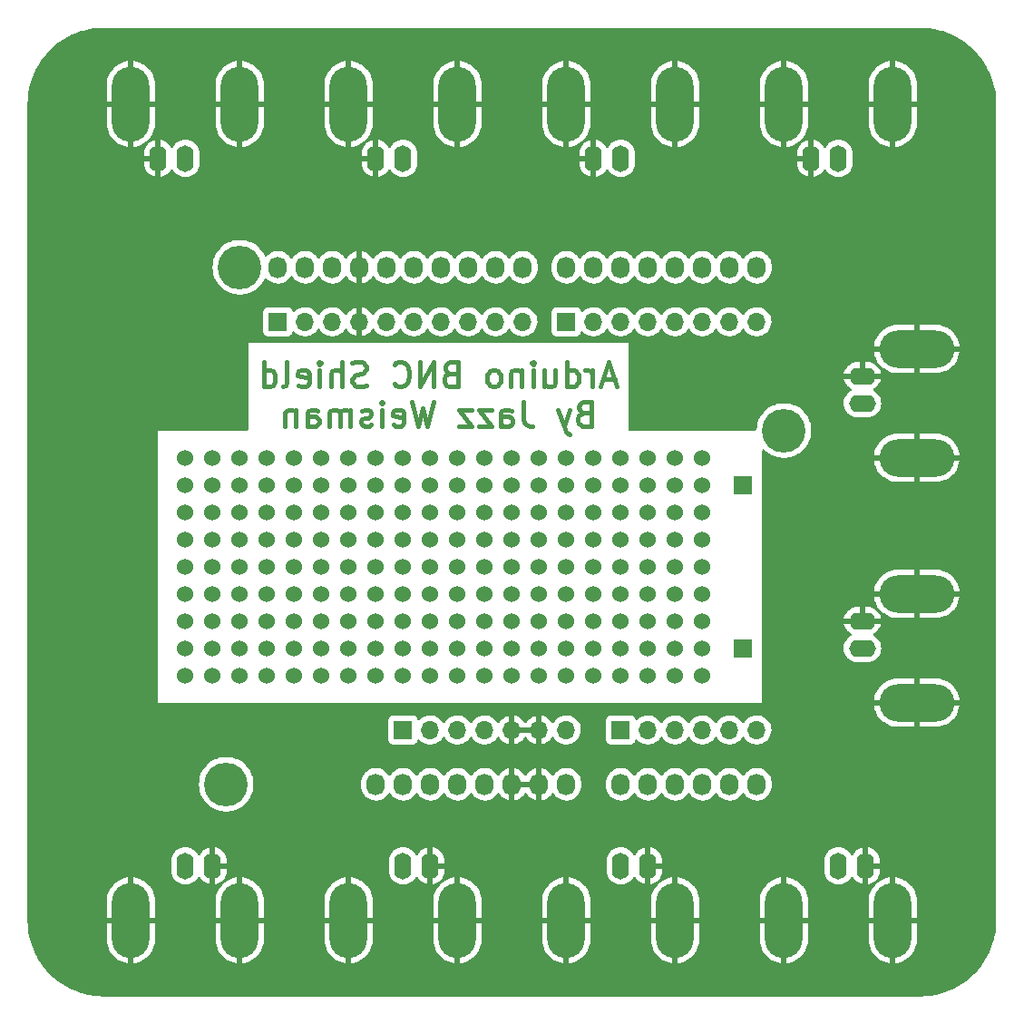
<source format=gbr>
%TF.GenerationSoftware,KiCad,Pcbnew,(6.0.0-0)*%
%TF.CreationDate,2022-09-02T08:24:45-04:00*%
%TF.ProjectId,bnc_shield,626e635f-7368-4696-956c-642e6b696361,rev?*%
%TF.SameCoordinates,Original*%
%TF.FileFunction,Copper,L2,Bot*%
%TF.FilePolarity,Positive*%
%FSLAX46Y46*%
G04 Gerber Fmt 4.6, Leading zero omitted, Abs format (unit mm)*
G04 Created by KiCad (PCBNEW (6.0.0-0)) date 2022-09-02 08:24:45*
%MOMM*%
%LPD*%
G01*
G04 APERTURE LIST*
%ADD10C,0.381000*%
%TA.AperFunction,NonConductor*%
%ADD11C,0.381000*%
%TD*%
%TA.AperFunction,ComponentPad*%
%ADD12O,1.727200X2.032000*%
%TD*%
%TA.AperFunction,ComponentPad*%
%ADD13C,4.064000*%
%TD*%
%TA.AperFunction,ComponentPad*%
%ADD14C,1.524000*%
%TD*%
%TA.AperFunction,ComponentPad*%
%ADD15O,1.600000X2.500000*%
%TD*%
%TA.AperFunction,ComponentPad*%
%ADD16O,3.500000X7.000000*%
%TD*%
%TA.AperFunction,ComponentPad*%
%ADD17R,1.700000X1.700000*%
%TD*%
%TA.AperFunction,ComponentPad*%
%ADD18O,1.700000X1.700000*%
%TD*%
%TA.AperFunction,ComponentPad*%
%ADD19O,2.500000X1.600000*%
%TD*%
%TA.AperFunction,ComponentPad*%
%ADD20O,7.000000X3.500000*%
%TD*%
%TA.AperFunction,ViaPad*%
%ADD21C,0.600000*%
%TD*%
G04 APERTURE END LIST*
D10*
D11*
X161217428Y-86043770D02*
X160128857Y-86043770D01*
X161435142Y-86696912D02*
X160673142Y-84410912D01*
X159911142Y-86696912D01*
X159149142Y-86696912D02*
X159149142Y-85172912D01*
X159149142Y-85608341D02*
X159040285Y-85390627D01*
X158931428Y-85281770D01*
X158713714Y-85172912D01*
X158496000Y-85172912D01*
X156754285Y-86696912D02*
X156754285Y-84410912D01*
X156754285Y-86588055D02*
X156972000Y-86696912D01*
X157407428Y-86696912D01*
X157625142Y-86588055D01*
X157734000Y-86479198D01*
X157842857Y-86261484D01*
X157842857Y-85608341D01*
X157734000Y-85390627D01*
X157625142Y-85281770D01*
X157407428Y-85172912D01*
X156972000Y-85172912D01*
X156754285Y-85281770D01*
X154686000Y-85172912D02*
X154686000Y-86696912D01*
X155665714Y-85172912D02*
X155665714Y-86370341D01*
X155556857Y-86588055D01*
X155339142Y-86696912D01*
X155012571Y-86696912D01*
X154794857Y-86588055D01*
X154686000Y-86479198D01*
X153597428Y-86696912D02*
X153597428Y-85172912D01*
X153597428Y-84410912D02*
X153706285Y-84519770D01*
X153597428Y-84628627D01*
X153488571Y-84519770D01*
X153597428Y-84410912D01*
X153597428Y-84628627D01*
X152508857Y-85172912D02*
X152508857Y-86696912D01*
X152508857Y-85390627D02*
X152400000Y-85281770D01*
X152182285Y-85172912D01*
X151855714Y-85172912D01*
X151638000Y-85281770D01*
X151529142Y-85499484D01*
X151529142Y-86696912D01*
X150114000Y-86696912D02*
X150331714Y-86588055D01*
X150440571Y-86479198D01*
X150549428Y-86261484D01*
X150549428Y-85608341D01*
X150440571Y-85390627D01*
X150331714Y-85281770D01*
X150114000Y-85172912D01*
X149787428Y-85172912D01*
X149569714Y-85281770D01*
X149460857Y-85390627D01*
X149352000Y-85608341D01*
X149352000Y-86261484D01*
X149460857Y-86479198D01*
X149569714Y-86588055D01*
X149787428Y-86696912D01*
X150114000Y-86696912D01*
X145868571Y-85499484D02*
X145542000Y-85608341D01*
X145433142Y-85717198D01*
X145324285Y-85934912D01*
X145324285Y-86261484D01*
X145433142Y-86479198D01*
X145542000Y-86588055D01*
X145759714Y-86696912D01*
X146630571Y-86696912D01*
X146630571Y-84410912D01*
X145868571Y-84410912D01*
X145650857Y-84519770D01*
X145542000Y-84628627D01*
X145433142Y-84846341D01*
X145433142Y-85064055D01*
X145542000Y-85281770D01*
X145650857Y-85390627D01*
X145868571Y-85499484D01*
X146630571Y-85499484D01*
X144344571Y-86696912D02*
X144344571Y-84410912D01*
X143038285Y-86696912D01*
X143038285Y-84410912D01*
X140643428Y-86479198D02*
X140752285Y-86588055D01*
X141078857Y-86696912D01*
X141296571Y-86696912D01*
X141623142Y-86588055D01*
X141840857Y-86370341D01*
X141949714Y-86152627D01*
X142058571Y-85717198D01*
X142058571Y-85390627D01*
X141949714Y-84955198D01*
X141840857Y-84737484D01*
X141623142Y-84519770D01*
X141296571Y-84410912D01*
X141078857Y-84410912D01*
X140752285Y-84519770D01*
X140643428Y-84628627D01*
X138030857Y-86588055D02*
X137704285Y-86696912D01*
X137160000Y-86696912D01*
X136942285Y-86588055D01*
X136833428Y-86479198D01*
X136724571Y-86261484D01*
X136724571Y-86043770D01*
X136833428Y-85826055D01*
X136942285Y-85717198D01*
X137160000Y-85608341D01*
X137595428Y-85499484D01*
X137813142Y-85390627D01*
X137922000Y-85281770D01*
X138030857Y-85064055D01*
X138030857Y-84846341D01*
X137922000Y-84628627D01*
X137813142Y-84519770D01*
X137595428Y-84410912D01*
X137051142Y-84410912D01*
X136724571Y-84519770D01*
X135744857Y-86696912D02*
X135744857Y-84410912D01*
X134765142Y-86696912D02*
X134765142Y-85499484D01*
X134874000Y-85281770D01*
X135091714Y-85172912D01*
X135418285Y-85172912D01*
X135636000Y-85281770D01*
X135744857Y-85390627D01*
X133676571Y-86696912D02*
X133676571Y-85172912D01*
X133676571Y-84410912D02*
X133785428Y-84519770D01*
X133676571Y-84628627D01*
X133567714Y-84519770D01*
X133676571Y-84410912D01*
X133676571Y-84628627D01*
X131717142Y-86588055D02*
X131934857Y-86696912D01*
X132370285Y-86696912D01*
X132588000Y-86588055D01*
X132696857Y-86370341D01*
X132696857Y-85499484D01*
X132588000Y-85281770D01*
X132370285Y-85172912D01*
X131934857Y-85172912D01*
X131717142Y-85281770D01*
X131608285Y-85499484D01*
X131608285Y-85717198D01*
X132696857Y-85934912D01*
X130302000Y-86696912D02*
X130519714Y-86588055D01*
X130628571Y-86370341D01*
X130628571Y-84410912D01*
X128451428Y-86696912D02*
X128451428Y-84410912D01*
X128451428Y-86588055D02*
X128669142Y-86696912D01*
X129104571Y-86696912D01*
X129322285Y-86588055D01*
X129431142Y-86479198D01*
X129540000Y-86261484D01*
X129540000Y-85608341D01*
X129431142Y-85390627D01*
X129322285Y-85281770D01*
X129104571Y-85172912D01*
X128669142Y-85172912D01*
X128451428Y-85281770D01*
X158332714Y-89179944D02*
X158006142Y-89288801D01*
X157897285Y-89397658D01*
X157788428Y-89615372D01*
X157788428Y-89941944D01*
X157897285Y-90159658D01*
X158006142Y-90268515D01*
X158223857Y-90377372D01*
X159094714Y-90377372D01*
X159094714Y-88091372D01*
X158332714Y-88091372D01*
X158115000Y-88200230D01*
X158006142Y-88309087D01*
X157897285Y-88526801D01*
X157897285Y-88744515D01*
X158006142Y-88962230D01*
X158115000Y-89071087D01*
X158332714Y-89179944D01*
X159094714Y-89179944D01*
X157026428Y-88853372D02*
X156482142Y-90377372D01*
X155937857Y-88853372D02*
X156482142Y-90377372D01*
X156699857Y-90921658D01*
X156808714Y-91030515D01*
X157026428Y-91139372D01*
X152672142Y-88091372D02*
X152672142Y-89724230D01*
X152781000Y-90050801D01*
X152998714Y-90268515D01*
X153325285Y-90377372D01*
X153543000Y-90377372D01*
X150603857Y-90377372D02*
X150603857Y-89179944D01*
X150712714Y-88962230D01*
X150930428Y-88853372D01*
X151365857Y-88853372D01*
X151583571Y-88962230D01*
X150603857Y-90268515D02*
X150821571Y-90377372D01*
X151365857Y-90377372D01*
X151583571Y-90268515D01*
X151692428Y-90050801D01*
X151692428Y-89833087D01*
X151583571Y-89615372D01*
X151365857Y-89506515D01*
X150821571Y-89506515D01*
X150603857Y-89397658D01*
X149733000Y-88853372D02*
X148535571Y-88853372D01*
X149733000Y-90377372D01*
X148535571Y-90377372D01*
X147882428Y-88853372D02*
X146685000Y-88853372D01*
X147882428Y-90377372D01*
X146685000Y-90377372D01*
X144290142Y-88091372D02*
X143745857Y-90377372D01*
X143310428Y-88744515D01*
X142875000Y-90377372D01*
X142330714Y-88091372D01*
X140589000Y-90268515D02*
X140806714Y-90377372D01*
X141242142Y-90377372D01*
X141459857Y-90268515D01*
X141568714Y-90050801D01*
X141568714Y-89179944D01*
X141459857Y-88962230D01*
X141242142Y-88853372D01*
X140806714Y-88853372D01*
X140589000Y-88962230D01*
X140480142Y-89179944D01*
X140480142Y-89397658D01*
X141568714Y-89615372D01*
X139500428Y-90377372D02*
X139500428Y-88853372D01*
X139500428Y-88091372D02*
X139609285Y-88200230D01*
X139500428Y-88309087D01*
X139391571Y-88200230D01*
X139500428Y-88091372D01*
X139500428Y-88309087D01*
X138520714Y-90268515D02*
X138303000Y-90377372D01*
X137867571Y-90377372D01*
X137649857Y-90268515D01*
X137541000Y-90050801D01*
X137541000Y-89941944D01*
X137649857Y-89724230D01*
X137867571Y-89615372D01*
X138194142Y-89615372D01*
X138411857Y-89506515D01*
X138520714Y-89288801D01*
X138520714Y-89179944D01*
X138411857Y-88962230D01*
X138194142Y-88853372D01*
X137867571Y-88853372D01*
X137649857Y-88962230D01*
X136561285Y-90377372D02*
X136561285Y-88853372D01*
X136561285Y-89071087D02*
X136452428Y-88962230D01*
X136234714Y-88853372D01*
X135908142Y-88853372D01*
X135690428Y-88962230D01*
X135581571Y-89179944D01*
X135581571Y-90377372D01*
X135581571Y-89179944D02*
X135472714Y-88962230D01*
X135255000Y-88853372D01*
X134928428Y-88853372D01*
X134710714Y-88962230D01*
X134601857Y-89179944D01*
X134601857Y-90377372D01*
X132533571Y-90377372D02*
X132533571Y-89179944D01*
X132642428Y-88962230D01*
X132860142Y-88853372D01*
X133295571Y-88853372D01*
X133513285Y-88962230D01*
X132533571Y-90268515D02*
X132751285Y-90377372D01*
X133295571Y-90377372D01*
X133513285Y-90268515D01*
X133622142Y-90050801D01*
X133622142Y-89833087D01*
X133513285Y-89615372D01*
X133295571Y-89506515D01*
X132751285Y-89506515D01*
X132533571Y-89397658D01*
X131445000Y-88853372D02*
X131445000Y-90377372D01*
X131445000Y-89071087D02*
X131336142Y-88962230D01*
X131118428Y-88853372D01*
X130791857Y-88853372D01*
X130574142Y-88962230D01*
X130465285Y-89179944D01*
X130465285Y-90377372D01*
D12*
%TO.P,P1,1,Pin_1*%
%TO.N,unconnected-(P1-Pad1)*%
X138938000Y-123825000D03*
%TO.P,P1,2,Pin_2*%
%TO.N,/IOREF*%
X141478000Y-123825000D03*
%TO.P,P1,3,Pin_3*%
%TO.N,/Reset*%
X144018000Y-123825000D03*
%TO.P,P1,4,Pin_4*%
%TO.N,+3V3*%
X146558000Y-123825000D03*
%TO.P,P1,5,Pin_5*%
%TO.N,+5V*%
X149098000Y-123825000D03*
%TO.P,P1,6,Pin_6*%
%TO.N,GND*%
X151638000Y-123825000D03*
%TO.P,P1,7,Pin_7*%
X154178000Y-123825000D03*
%TO.P,P1,8,Pin_8*%
%TO.N,/Vin*%
X156718000Y-123825000D03*
%TD*%
%TO.P,P2,1,Pin_1*%
%TO.N,/A0*%
X161798000Y-123825000D03*
%TO.P,P2,2,Pin_2*%
%TO.N,/A1*%
X164338000Y-123825000D03*
%TO.P,P2,3,Pin_3*%
%TO.N,/A2*%
X166878000Y-123825000D03*
%TO.P,P2,4,Pin_4*%
%TO.N,/A3*%
X169418000Y-123825000D03*
%TO.P,P2,5,Pin_5*%
%TO.N,/A4(SDA)*%
X171958000Y-123825000D03*
%TO.P,P2,6,Pin_6*%
%TO.N,/A5(SCL)*%
X174498000Y-123825000D03*
%TD*%
%TO.P,P3,1,Pin_1*%
%TO.N,/A5(SCL)*%
X129794000Y-75565000D03*
%TO.P,P3,2,Pin_2*%
%TO.N,/A4(SDA)*%
X132334000Y-75565000D03*
%TO.P,P3,3,Pin_3*%
%TO.N,/AREF*%
X134874000Y-75565000D03*
%TO.P,P3,4,Pin_4*%
%TO.N,GND*%
X137414000Y-75565000D03*
%TO.P,P3,5,Pin_5*%
%TO.N,/13(SCK)*%
X139954000Y-75565000D03*
%TO.P,P3,6,Pin_6*%
%TO.N,/12(MISO)*%
X142494000Y-75565000D03*
%TO.P,P3,7,Pin_7*%
%TO.N,/11(\u002A\u002A{slash}MOSI)*%
X145034000Y-75565000D03*
%TO.P,P3,8,Pin_8*%
%TO.N,/10(\u002A\u002A{slash}SS)*%
X147574000Y-75565000D03*
%TO.P,P3,9,Pin_9*%
%TO.N,/9(\u002A\u002A)*%
X150114000Y-75565000D03*
%TO.P,P3,10,Pin_10*%
%TO.N,/8*%
X152654000Y-75565000D03*
%TD*%
%TO.P,P4,1,Pin_1*%
%TO.N,/7*%
X156718000Y-75565000D03*
%TO.P,P4,2,Pin_2*%
%TO.N,/6(\u002A\u002A)*%
X159258000Y-75565000D03*
%TO.P,P4,3,Pin_3*%
%TO.N,/5(\u002A\u002A)*%
X161798000Y-75565000D03*
%TO.P,P4,4,Pin_4*%
%TO.N,/4*%
X164338000Y-75565000D03*
%TO.P,P4,5,Pin_5*%
%TO.N,/3(\u002A\u002A)*%
X166878000Y-75565000D03*
%TO.P,P4,6,Pin_6*%
%TO.N,/2*%
X169418000Y-75565000D03*
%TO.P,P4,7,Pin_7*%
%TO.N,/1(Tx)*%
X171958000Y-75565000D03*
%TO.P,P4,8,Pin_8*%
%TO.N,/0(Rx)*%
X174498000Y-75565000D03*
%TD*%
D13*
%TO.P,P5,1,Pin_1*%
%TO.N,unconnected-(P5-Pad1)*%
X124968000Y-123825000D03*
%TD*%
%TO.P,P7,1,Pin_1*%
%TO.N,unconnected-(P7-Pad1)*%
X126238000Y-75565000D03*
%TD*%
%TO.P,P8,1,Pin_1*%
%TO.N,unconnected-(P8-Pad1)*%
X177038000Y-90805000D03*
%TD*%
D14*
%TO.P,REF\u002A\u002A,1*%
%TO.N,N/C*%
X121158000Y-93345000D03*
%TO.P,REF\u002A\u002A,2*%
X123698000Y-93345000D03*
%TO.P,REF\u002A\u002A,3*%
X126238000Y-93345000D03*
%TO.P,REF\u002A\u002A,4*%
X128778000Y-93345000D03*
%TO.P,REF\u002A\u002A,5*%
X121158000Y-95885000D03*
%TO.P,REF\u002A\u002A,6*%
X123698000Y-95885000D03*
%TO.P,REF\u002A\u002A,7*%
X126238000Y-95885000D03*
%TO.P,REF\u002A\u002A,8*%
X128778000Y-95885000D03*
%TO.P,REF\u002A\u002A,9*%
X121158000Y-98425000D03*
%TO.P,REF\u002A\u002A,10*%
X123698000Y-98425000D03*
%TO.P,REF\u002A\u002A,11*%
X126238000Y-98425000D03*
%TO.P,REF\u002A\u002A,12*%
X128778000Y-98425000D03*
%TO.P,REF\u002A\u002A,13*%
X121158000Y-100965000D03*
%TO.P,REF\u002A\u002A,14*%
X123698000Y-100965000D03*
%TO.P,REF\u002A\u002A,15*%
X126238000Y-100965000D03*
%TO.P,REF\u002A\u002A,16*%
X128778000Y-100965000D03*
%TD*%
D15*
%TO.P,J10,1,In*%
%TO.N,/9(\u002A\u002A)*%
X141478000Y-65405000D03*
%TO.P,J10,2,Ext*%
%TO.N,GND*%
X138938000Y-65405000D03*
D16*
X146558000Y-60325000D03*
X136398000Y-60325000D03*
%TD*%
D17*
%TO.P,J6,1,Pin_1*%
%TO.N,/IOREF*%
X141473000Y-118745000D03*
D18*
%TO.P,J6,2,Pin_2*%
%TO.N,/Reset*%
X144013000Y-118745000D03*
%TO.P,J6,3,Pin_3*%
%TO.N,+3V3*%
X146553000Y-118745000D03*
%TO.P,J6,4,Pin_4*%
%TO.N,+5V*%
X149093000Y-118745000D03*
%TO.P,J6,5,Pin_5*%
%TO.N,GND*%
X151633000Y-118745000D03*
%TO.P,J6,6,Pin_6*%
X154173000Y-118745000D03*
%TO.P,J6,7,Pin_7*%
%TO.N,/Vin*%
X156713000Y-118745000D03*
%TD*%
D17*
%TO.P,3 alt,1,Pin_1*%
%TO.N,Net-(J16-Pad1)*%
X173228000Y-95885000D03*
%TD*%
D14*
%TO.P,REF\u002A\u002A,1*%
%TO.N,N/C*%
X161798000Y-103505000D03*
%TO.P,REF\u002A\u002A,2*%
X164338000Y-103505000D03*
%TO.P,REF\u002A\u002A,3*%
X166878000Y-103505000D03*
%TO.P,REF\u002A\u002A,4*%
X169418000Y-103505000D03*
%TO.P,REF\u002A\u002A,5*%
X161798000Y-106045000D03*
%TO.P,REF\u002A\u002A,6*%
X164338000Y-106045000D03*
%TO.P,REF\u002A\u002A,7*%
X166878000Y-106045000D03*
%TO.P,REF\u002A\u002A,8*%
X169418000Y-106045000D03*
%TO.P,REF\u002A\u002A,9*%
X161798000Y-108585000D03*
%TO.P,REF\u002A\u002A,10*%
X164338000Y-108585000D03*
%TO.P,REF\u002A\u002A,11*%
X166878000Y-108585000D03*
%TO.P,REF\u002A\u002A,12*%
X169418000Y-108585000D03*
%TO.P,REF\u002A\u002A,13*%
X161798000Y-111125000D03*
%TO.P,REF\u002A\u002A,14*%
X164338000Y-111125000D03*
%TO.P,REF\u002A\u002A,15*%
X166878000Y-111125000D03*
%TO.P,REF\u002A\u002A,16*%
X169418000Y-111125000D03*
%TD*%
D15*
%TO.P,J8,1,In*%
%TO.N,/5(\u002A\u002A)*%
X182118000Y-65405000D03*
D16*
%TO.P,J8,2,Ext*%
%TO.N,GND*%
X187198000Y-60325000D03*
X177038000Y-60325000D03*
D15*
X179578000Y-65405000D03*
%TD*%
D17*
%TO.P,J12,1,Pin_1*%
%TO.N,/A0*%
X161798000Y-118745000D03*
D18*
%TO.P,J12,2,Pin_2*%
%TO.N,/A1*%
X164338000Y-118745000D03*
%TO.P,J12,3,Pin_3*%
%TO.N,/A2*%
X166878000Y-118745000D03*
%TO.P,J12,4,Pin_4*%
%TO.N,/A3*%
X169418000Y-118745000D03*
%TO.P,J12,5,Pin_5*%
%TO.N,/A4(SDA)*%
X171958000Y-118745000D03*
%TO.P,J12,6,Pin_6*%
%TO.N,/A5(SCL)*%
X174498000Y-118745000D03*
%TD*%
D14*
%TO.P,REF\u002A\u002A,1*%
%TO.N,N/C*%
X161798000Y-113665000D03*
%TO.P,REF\u002A\u002A,2*%
X164338000Y-113665000D03*
%TO.P,REF\u002A\u002A,3*%
X166878000Y-113665000D03*
%TO.P,REF\u002A\u002A,4*%
X169418000Y-113665000D03*
%TD*%
D15*
%TO.P,J11,1,In*%
%TO.N,/10(\u002A\u002A{slash}SS)*%
X121158000Y-65405000D03*
D16*
%TO.P,J11,2,Ext*%
%TO.N,GND*%
X126238000Y-60325000D03*
D15*
X118618000Y-65405000D03*
D16*
X116078000Y-60325000D03*
%TD*%
D19*
%TO.P,J7,1,In*%
%TO.N,Net-(J7-Pad1)*%
X184348000Y-88265000D03*
D20*
%TO.P,J7,2,Ext*%
%TO.N,GND*%
X189428000Y-83185000D03*
X189428000Y-93345000D03*
D19*
X184348000Y-85725000D03*
%TD*%
D14*
%TO.P,REF\u002A\u002A,1*%
%TO.N,N/C*%
X131318000Y-113665000D03*
%TO.P,REF\u002A\u002A,2*%
X133858000Y-113665000D03*
%TO.P,REF\u002A\u002A,3*%
X136398000Y-113665000D03*
%TO.P,REF\u002A\u002A,4*%
X138938000Y-113665000D03*
%TD*%
%TO.P,REF\u002A\u002A,1*%
%TO.N,N/C*%
X141478000Y-103505000D03*
%TO.P,REF\u002A\u002A,2*%
X144018000Y-103505000D03*
%TO.P,REF\u002A\u002A,3*%
X146558000Y-103505000D03*
%TO.P,REF\u002A\u002A,4*%
X149098000Y-103505000D03*
%TO.P,REF\u002A\u002A,5*%
X141478000Y-106045000D03*
%TO.P,REF\u002A\u002A,6*%
X144018000Y-106045000D03*
%TO.P,REF\u002A\u002A,7*%
X146558000Y-106045000D03*
%TO.P,REF\u002A\u002A,8*%
X149098000Y-106045000D03*
%TO.P,REF\u002A\u002A,9*%
X141478000Y-108585000D03*
%TO.P,REF\u002A\u002A,10*%
X144018000Y-108585000D03*
%TO.P,REF\u002A\u002A,11*%
X146558000Y-108585000D03*
%TO.P,REF\u002A\u002A,12*%
X149098000Y-108585000D03*
%TO.P,REF\u002A\u002A,13*%
X141478000Y-111125000D03*
%TO.P,REF\u002A\u002A,14*%
X144018000Y-111125000D03*
%TO.P,REF\u002A\u002A,15*%
X146558000Y-111125000D03*
%TO.P,REF\u002A\u002A,16*%
X149098000Y-111125000D03*
%TD*%
D19*
%TO.P,J5,1,In*%
%TO.N,Net-(J5-Pad1)*%
X184348000Y-111125000D03*
%TO.P,J5,2,Ext*%
%TO.N,GND*%
X184348000Y-108585000D03*
D20*
X189428000Y-116205000D03*
X189428000Y-106045000D03*
%TD*%
D14*
%TO.P,REF\u002A\u002A,1*%
%TO.N,N/C*%
X141478000Y-93345000D03*
%TO.P,REF\u002A\u002A,2*%
X144018000Y-93345000D03*
%TO.P,REF\u002A\u002A,3*%
X146558000Y-93345000D03*
%TO.P,REF\u002A\u002A,4*%
X149098000Y-93345000D03*
%TO.P,REF\u002A\u002A,5*%
X141478000Y-95885000D03*
%TO.P,REF\u002A\u002A,6*%
X144018000Y-95885000D03*
%TO.P,REF\u002A\u002A,7*%
X146558000Y-95885000D03*
%TO.P,REF\u002A\u002A,8*%
X149098000Y-95885000D03*
%TO.P,REF\u002A\u002A,9*%
X141478000Y-98425000D03*
%TO.P,REF\u002A\u002A,10*%
X144018000Y-98425000D03*
%TO.P,REF\u002A\u002A,11*%
X146558000Y-98425000D03*
%TO.P,REF\u002A\u002A,12*%
X149098000Y-98425000D03*
%TO.P,REF\u002A\u002A,13*%
X141478000Y-100965000D03*
%TO.P,REF\u002A\u002A,14*%
X144018000Y-100965000D03*
%TO.P,REF\u002A\u002A,15*%
X146558000Y-100965000D03*
%TO.P,REF\u002A\u002A,16*%
X149098000Y-100965000D03*
%TD*%
D17*
%TO.P,J14,1,Pin_1*%
%TO.N,/7*%
X156718000Y-80645000D03*
D18*
%TO.P,J14,2,Pin_2*%
%TO.N,/6(\u002A\u002A)*%
X159258000Y-80645000D03*
%TO.P,J14,3,Pin_3*%
%TO.N,/5(\u002A\u002A)*%
X161798000Y-80645000D03*
%TO.P,J14,4,Pin_4*%
%TO.N,/4*%
X164338000Y-80645000D03*
%TO.P,J14,5,Pin_5*%
%TO.N,/3(\u002A\u002A)*%
X166878000Y-80645000D03*
%TO.P,J14,6,Pin_6*%
%TO.N,/2*%
X169418000Y-80645000D03*
%TO.P,J14,7,Pin_7*%
%TO.N,/1(Tx)*%
X171958000Y-80645000D03*
%TO.P,J14,8,Pin_8*%
%TO.N,/0(Rx)*%
X174498000Y-80645000D03*
%TD*%
D14*
%TO.P,REF\u002A\u002A,1*%
%TO.N,N/C*%
X121158000Y-103505000D03*
%TO.P,REF\u002A\u002A,2*%
X123698000Y-103505000D03*
%TO.P,REF\u002A\u002A,3*%
X126238000Y-103505000D03*
%TO.P,REF\u002A\u002A,4*%
X128778000Y-103505000D03*
%TO.P,REF\u002A\u002A,5*%
X121158000Y-106045000D03*
%TO.P,REF\u002A\u002A,6*%
X123698000Y-106045000D03*
%TO.P,REF\u002A\u002A,7*%
X126238000Y-106045000D03*
%TO.P,REF\u002A\u002A,8*%
X128778000Y-106045000D03*
%TO.P,REF\u002A\u002A,9*%
X121158000Y-108585000D03*
%TO.P,REF\u002A\u002A,10*%
X123698000Y-108585000D03*
%TO.P,REF\u002A\u002A,11*%
X126238000Y-108585000D03*
%TO.P,REF\u002A\u002A,12*%
X128778000Y-108585000D03*
%TO.P,REF\u002A\u002A,13*%
X121158000Y-111125000D03*
%TO.P,REF\u002A\u002A,14*%
X123698000Y-111125000D03*
%TO.P,REF\u002A\u002A,15*%
X126238000Y-111125000D03*
%TO.P,REF\u002A\u002A,16*%
X128778000Y-111125000D03*
%TD*%
D15*
%TO.P,J1,1,In*%
%TO.N,/A0*%
X121158000Y-131445000D03*
D16*
%TO.P,J1,2,Ext*%
%TO.N,GND*%
X116078000Y-136525000D03*
X126238000Y-136525000D03*
D15*
X123698000Y-131445000D03*
%TD*%
%TO.P,J4,1,In*%
%TO.N,/A3*%
X182118000Y-131445000D03*
D16*
%TO.P,J4,2,Ext*%
%TO.N,GND*%
X187198000Y-136525000D03*
D15*
X184658000Y-131445000D03*
D16*
X177038000Y-136525000D03*
%TD*%
D17*
%TO.P,A4 alt,1,Pin_1*%
%TO.N,Net-(J15-Pad1)*%
X173228000Y-111125000D03*
%TD*%
D14*
%TO.P,REF\u002A\u002A,1*%
%TO.N,N/C*%
X151638000Y-113665000D03*
%TO.P,REF\u002A\u002A,2*%
X154178000Y-113665000D03*
%TO.P,REF\u002A\u002A,3*%
X156718000Y-113665000D03*
%TO.P,REF\u002A\u002A,4*%
X159258000Y-113665000D03*
%TD*%
D15*
%TO.P,J3,1,In*%
%TO.N,/A2*%
X161798000Y-131445000D03*
D16*
%TO.P,J3,2,Ext*%
%TO.N,GND*%
X166878000Y-136525000D03*
D15*
X164338000Y-131445000D03*
D16*
X156718000Y-136525000D03*
%TD*%
D14*
%TO.P,REF\u002A\u002A,1*%
%TO.N,N/C*%
X151638000Y-93345000D03*
%TO.P,REF\u002A\u002A,2*%
X154178000Y-93345000D03*
%TO.P,REF\u002A\u002A,3*%
X156718000Y-93345000D03*
%TO.P,REF\u002A\u002A,4*%
X159258000Y-93345000D03*
%TO.P,REF\u002A\u002A,5*%
X151638000Y-95885000D03*
%TO.P,REF\u002A\u002A,6*%
X154178000Y-95885000D03*
%TO.P,REF\u002A\u002A,7*%
X156718000Y-95885000D03*
%TO.P,REF\u002A\u002A,8*%
X159258000Y-95885000D03*
%TO.P,REF\u002A\u002A,9*%
X151638000Y-98425000D03*
%TO.P,REF\u002A\u002A,10*%
X154178000Y-98425000D03*
%TO.P,REF\u002A\u002A,11*%
X156718000Y-98425000D03*
%TO.P,REF\u002A\u002A,12*%
X159258000Y-98425000D03*
%TO.P,REF\u002A\u002A,13*%
X151638000Y-100965000D03*
%TO.P,REF\u002A\u002A,14*%
X154178000Y-100965000D03*
%TO.P,REF\u002A\u002A,15*%
X156718000Y-100965000D03*
%TO.P,REF\u002A\u002A,16*%
X159258000Y-100965000D03*
%TD*%
%TO.P,REF\u002A\u002A,1*%
%TO.N,N/C*%
X131318000Y-103505000D03*
%TO.P,REF\u002A\u002A,2*%
X133858000Y-103505000D03*
%TO.P,REF\u002A\u002A,3*%
X136398000Y-103505000D03*
%TO.P,REF\u002A\u002A,4*%
X138938000Y-103505000D03*
%TO.P,REF\u002A\u002A,5*%
X131318000Y-106045000D03*
%TO.P,REF\u002A\u002A,6*%
X133858000Y-106045000D03*
%TO.P,REF\u002A\u002A,7*%
X136398000Y-106045000D03*
%TO.P,REF\u002A\u002A,8*%
X138938000Y-106045000D03*
%TO.P,REF\u002A\u002A,9*%
X131318000Y-108585000D03*
%TO.P,REF\u002A\u002A,10*%
X133858000Y-108585000D03*
%TO.P,REF\u002A\u002A,11*%
X136398000Y-108585000D03*
%TO.P,REF\u002A\u002A,12*%
X138938000Y-108585000D03*
%TO.P,REF\u002A\u002A,13*%
X131318000Y-111125000D03*
%TO.P,REF\u002A\u002A,14*%
X133858000Y-111125000D03*
%TO.P,REF\u002A\u002A,15*%
X136398000Y-111125000D03*
%TO.P,REF\u002A\u002A,16*%
X138938000Y-111125000D03*
%TD*%
D15*
%TO.P,J9,1,In*%
%TO.N,/6(\u002A\u002A)*%
X161798000Y-65405000D03*
D16*
%TO.P,J9,2,Ext*%
%TO.N,GND*%
X156718000Y-60325000D03*
X166878000Y-60325000D03*
D15*
X159258000Y-65405000D03*
%TD*%
D14*
%TO.P,REF\u002A\u002A,1*%
%TO.N,N/C*%
X141478000Y-113665000D03*
%TO.P,REF\u002A\u002A,2*%
X144018000Y-113665000D03*
%TO.P,REF\u002A\u002A,3*%
X146558000Y-113665000D03*
%TO.P,REF\u002A\u002A,4*%
X149098000Y-113665000D03*
%TD*%
D17*
%TO.P,J13,1,Pin_1*%
%TO.N,/A5(SCL)*%
X129794000Y-80645000D03*
D18*
%TO.P,J13,2,Pin_2*%
%TO.N,/A4(SDA)*%
X132334000Y-80645000D03*
%TO.P,J13,3,Pin_3*%
%TO.N,/AREF*%
X134874000Y-80645000D03*
%TO.P,J13,4,Pin_4*%
%TO.N,GND*%
X137414000Y-80645000D03*
%TO.P,J13,5,Pin_5*%
%TO.N,/13(SCK)*%
X139954000Y-80645000D03*
%TO.P,J13,6,Pin_6*%
%TO.N,/12(MISO)*%
X142494000Y-80645000D03*
%TO.P,J13,7,Pin_7*%
%TO.N,/11(\u002A\u002A{slash}MOSI)*%
X145034000Y-80645000D03*
%TO.P,J13,8,Pin_8*%
%TO.N,/10(\u002A\u002A{slash}SS)*%
X147574000Y-80645000D03*
%TO.P,J13,9,Pin_9*%
%TO.N,/9(\u002A\u002A)*%
X150114000Y-80645000D03*
%TO.P,J13,10,Pin_10*%
%TO.N,/8*%
X152654000Y-80645000D03*
%TD*%
D14*
%TO.P,REF\u002A\u002A,1*%
%TO.N,N/C*%
X161798000Y-93345000D03*
%TO.P,REF\u002A\u002A,2*%
X164338000Y-93345000D03*
%TO.P,REF\u002A\u002A,3*%
X166878000Y-93345000D03*
%TO.P,REF\u002A\u002A,4*%
X169418000Y-93345000D03*
%TO.P,REF\u002A\u002A,5*%
X161798000Y-95885000D03*
%TO.P,REF\u002A\u002A,6*%
X164338000Y-95885000D03*
%TO.P,REF\u002A\u002A,7*%
X166878000Y-95885000D03*
%TO.P,REF\u002A\u002A,8*%
X169418000Y-95885000D03*
%TO.P,REF\u002A\u002A,9*%
X161798000Y-98425000D03*
%TO.P,REF\u002A\u002A,10*%
X164338000Y-98425000D03*
%TO.P,REF\u002A\u002A,11*%
X166878000Y-98425000D03*
%TO.P,REF\u002A\u002A,12*%
X169418000Y-98425000D03*
%TO.P,REF\u002A\u002A,13*%
X161798000Y-100965000D03*
%TO.P,REF\u002A\u002A,14*%
X164338000Y-100965000D03*
%TO.P,REF\u002A\u002A,15*%
X166878000Y-100965000D03*
%TO.P,REF\u002A\u002A,16*%
X169418000Y-100965000D03*
%TD*%
D15*
%TO.P,J2,1,In*%
%TO.N,/A1*%
X141478000Y-131445000D03*
%TO.P,J2,2,Ext*%
%TO.N,GND*%
X144018000Y-131445000D03*
D16*
X146558000Y-136525000D03*
X136398000Y-136525000D03*
%TD*%
D14*
%TO.P,REF\u002A\u002A,1*%
%TO.N,N/C*%
X121158000Y-113665000D03*
%TO.P,REF\u002A\u002A,2*%
X123698000Y-113665000D03*
%TO.P,REF\u002A\u002A,3*%
X126238000Y-113665000D03*
%TO.P,REF\u002A\u002A,4*%
X128778000Y-113665000D03*
%TD*%
%TO.P,REF\u002A\u002A,1*%
%TO.N,N/C*%
X151638000Y-103505000D03*
%TO.P,REF\u002A\u002A,2*%
X154178000Y-103505000D03*
%TO.P,REF\u002A\u002A,3*%
X156718000Y-103505000D03*
%TO.P,REF\u002A\u002A,4*%
X159258000Y-103505000D03*
%TO.P,REF\u002A\u002A,5*%
X151638000Y-106045000D03*
%TO.P,REF\u002A\u002A,6*%
X154178000Y-106045000D03*
%TO.P,REF\u002A\u002A,7*%
X156718000Y-106045000D03*
%TO.P,REF\u002A\u002A,8*%
X159258000Y-106045000D03*
%TO.P,REF\u002A\u002A,9*%
X151638000Y-108585000D03*
%TO.P,REF\u002A\u002A,10*%
X154178000Y-108585000D03*
%TO.P,REF\u002A\u002A,11*%
X156718000Y-108585000D03*
%TO.P,REF\u002A\u002A,12*%
X159258000Y-108585000D03*
%TO.P,REF\u002A\u002A,13*%
X151638000Y-111125000D03*
%TO.P,REF\u002A\u002A,14*%
X154178000Y-111125000D03*
%TO.P,REF\u002A\u002A,15*%
X156718000Y-111125000D03*
%TO.P,REF\u002A\u002A,16*%
X159258000Y-111125000D03*
%TD*%
%TO.P,REF\u002A\u002A,1*%
%TO.N,N/C*%
X131318000Y-93345000D03*
%TO.P,REF\u002A\u002A,2*%
X133858000Y-93345000D03*
%TO.P,REF\u002A\u002A,3*%
X136398000Y-93345000D03*
%TO.P,REF\u002A\u002A,4*%
X138938000Y-93345000D03*
%TO.P,REF\u002A\u002A,5*%
X131318000Y-95885000D03*
%TO.P,REF\u002A\u002A,6*%
X133858000Y-95885000D03*
%TO.P,REF\u002A\u002A,7*%
X136398000Y-95885000D03*
%TO.P,REF\u002A\u002A,8*%
X138938000Y-95885000D03*
%TO.P,REF\u002A\u002A,9*%
X131318000Y-98425000D03*
%TO.P,REF\u002A\u002A,10*%
X133858000Y-98425000D03*
%TO.P,REF\u002A\u002A,11*%
X136398000Y-98425000D03*
%TO.P,REF\u002A\u002A,12*%
X138938000Y-98425000D03*
%TO.P,REF\u002A\u002A,13*%
X131318000Y-100965000D03*
%TO.P,REF\u002A\u002A,14*%
X133858000Y-100965000D03*
%TO.P,REF\u002A\u002A,15*%
X136398000Y-100965000D03*
%TO.P,REF\u002A\u002A,16*%
X138938000Y-100965000D03*
%TD*%
D21*
%TO.N,GND*%
X113067232Y-73616532D03*
%TD*%
%TA.AperFunction,Conductor*%
%TO.N,GND*%
G36*
X189708057Y-53214500D02*
G01*
X189722859Y-53216805D01*
X189722861Y-53216805D01*
X189731730Y-53218186D01*
X189740632Y-53217022D01*
X189740635Y-53217022D01*
X189753855Y-53215294D01*
X189774685Y-53214311D01*
X190240871Y-53230960D01*
X190249843Y-53231602D01*
X190745668Y-53284909D01*
X190754571Y-53286189D01*
X190999953Y-53330460D01*
X191245339Y-53374733D01*
X191254123Y-53376644D01*
X191737326Y-53499974D01*
X191745947Y-53502506D01*
X191871501Y-53544294D01*
X192219118Y-53659992D01*
X192227545Y-53663135D01*
X192688279Y-53853977D01*
X192696461Y-53857714D01*
X193013358Y-54016341D01*
X193142390Y-54080930D01*
X193150284Y-54085240D01*
X193579168Y-54339709D01*
X193586735Y-54344572D01*
X193996368Y-54628985D01*
X194003568Y-54634375D01*
X194391862Y-54947282D01*
X194398660Y-54953172D01*
X194763650Y-55292990D01*
X194770010Y-55299350D01*
X195109828Y-55664340D01*
X195115718Y-55671138D01*
X195428625Y-56059432D01*
X195434015Y-56066632D01*
X195718428Y-56476265D01*
X195723291Y-56483832D01*
X195790873Y-56597735D01*
X195887520Y-56760624D01*
X195977760Y-56912716D01*
X195982067Y-56920605D01*
X196002400Y-56961225D01*
X196205286Y-57366539D01*
X196209023Y-57374721D01*
X196399865Y-57835455D01*
X196403008Y-57843882D01*
X196560493Y-58317048D01*
X196563027Y-58325678D01*
X196686356Y-58808875D01*
X196688268Y-58817664D01*
X196776811Y-59308429D01*
X196778091Y-59317332D01*
X196831398Y-59813157D01*
X196832040Y-59822129D01*
X196848421Y-60280801D01*
X196847001Y-60304680D01*
X196846312Y-60309110D01*
X196844814Y-60318730D01*
X196845978Y-60327632D01*
X196845978Y-60327635D01*
X196848936Y-60350251D01*
X196850000Y-60366589D01*
X196850000Y-136475672D01*
X196848500Y-136495056D01*
X196844814Y-136518730D01*
X196847706Y-136540850D01*
X196848690Y-136561678D01*
X196832039Y-137027871D01*
X196831397Y-137036843D01*
X196778091Y-137532668D01*
X196776811Y-137541571D01*
X196688266Y-138032340D01*
X196686355Y-138041125D01*
X196606708Y-138353182D01*
X196563028Y-138524318D01*
X196560495Y-138532944D01*
X196478143Y-138780375D01*
X196403008Y-139006118D01*
X196399869Y-139014533D01*
X196302962Y-139248489D01*
X196209022Y-139475278D01*
X196205285Y-139483460D01*
X195982069Y-139929389D01*
X195977759Y-139937283D01*
X195723291Y-140366167D01*
X195718428Y-140373734D01*
X195434014Y-140783367D01*
X195428624Y-140790567D01*
X195115717Y-141178861D01*
X195109827Y-141185659D01*
X194770009Y-141550649D01*
X194763649Y-141557009D01*
X194398659Y-141896827D01*
X194391861Y-141902717D01*
X194003567Y-142215624D01*
X193996367Y-142221014D01*
X193586734Y-142505428D01*
X193579167Y-142510291D01*
X193150283Y-142764759D01*
X193142394Y-142769066D01*
X192919424Y-142880677D01*
X192696460Y-142992285D01*
X192688278Y-142996022D01*
X192688276Y-142996023D01*
X192227533Y-143186869D01*
X192219130Y-143190004D01*
X191745944Y-143347495D01*
X191737322Y-143350027D01*
X191495723Y-143411691D01*
X191254128Y-143473354D01*
X191245340Y-143475266D01*
X190754571Y-143563811D01*
X190745668Y-143565091D01*
X190249843Y-143618397D01*
X190240871Y-143619039D01*
X189782199Y-143635421D01*
X189758320Y-143634001D01*
X189753890Y-143633312D01*
X189744270Y-143631814D01*
X189735368Y-143632978D01*
X189735365Y-143632978D01*
X189716687Y-143635421D01*
X189713407Y-143635850D01*
X189712749Y-143635936D01*
X189696411Y-143637000D01*
X113587328Y-143637000D01*
X113567943Y-143635500D01*
X113553141Y-143633195D01*
X113553139Y-143633195D01*
X113544270Y-143631814D01*
X113535368Y-143632978D01*
X113535365Y-143632978D01*
X113522145Y-143634706D01*
X113501315Y-143635689D01*
X113035129Y-143619040D01*
X113026157Y-143618398D01*
X112530332Y-143565091D01*
X112521429Y-143563811D01*
X112276047Y-143519540D01*
X112030661Y-143475267D01*
X112021875Y-143473356D01*
X112021867Y-143473354D01*
X111538674Y-143350026D01*
X111530053Y-143347494D01*
X111404499Y-143305706D01*
X111056882Y-143190008D01*
X111048455Y-143186865D01*
X110587721Y-142996023D01*
X110579539Y-142992286D01*
X110356574Y-142880678D01*
X110133605Y-142769067D01*
X110125716Y-142764760D01*
X110125715Y-142764759D01*
X109696832Y-142510291D01*
X109689265Y-142505428D01*
X109279632Y-142221015D01*
X109272432Y-142215625D01*
X108884138Y-141902718D01*
X108877340Y-141896828D01*
X108512350Y-141557010D01*
X108505990Y-141550650D01*
X108166172Y-141185660D01*
X108160282Y-141178862D01*
X107847375Y-140790568D01*
X107841985Y-140783368D01*
X107557572Y-140373735D01*
X107552709Y-140366168D01*
X107436439Y-140170206D01*
X107298238Y-139937280D01*
X107293930Y-139929390D01*
X107293930Y-139929389D01*
X107070714Y-139483461D01*
X107066977Y-139475279D01*
X106876135Y-139014545D01*
X106872992Y-139006118D01*
X106715507Y-138532952D01*
X106712973Y-138524322D01*
X106668223Y-138348993D01*
X113820000Y-138348993D01*
X113820139Y-138353182D01*
X113834549Y-138570132D01*
X113835653Y-138578403D01*
X113893290Y-138864251D01*
X113895478Y-138872303D01*
X113990409Y-139148005D01*
X113993650Y-139155716D01*
X114124213Y-139416444D01*
X114128434Y-139423638D01*
X114292341Y-139664820D01*
X114297474Y-139671390D01*
X114491839Y-139888775D01*
X114497795Y-139894608D01*
X114719203Y-140084378D01*
X114725884Y-140089376D01*
X114970437Y-140248191D01*
X114977727Y-140252265D01*
X115241132Y-140377338D01*
X115248900Y-140380414D01*
X115526531Y-140469552D01*
X115534637Y-140471573D01*
X115806170Y-140520429D01*
X115819429Y-140518997D01*
X115824000Y-140504387D01*
X115824000Y-140501367D01*
X116332000Y-140501367D01*
X116336295Y-140515996D01*
X116348272Y-140518058D01*
X116420053Y-140511778D01*
X116428292Y-140510503D01*
X116712880Y-140446890D01*
X116720877Y-140444536D01*
X116994534Y-140343850D01*
X117002172Y-140340450D01*
X117260115Y-140204451D01*
X117267213Y-140200084D01*
X117504905Y-140031165D01*
X117511372Y-140025892D01*
X117724639Y-139827017D01*
X117730351Y-139820933D01*
X117915437Y-139595607D01*
X117920292Y-139588826D01*
X118073958Y-139340987D01*
X118077871Y-139333627D01*
X118197404Y-139067654D01*
X118200314Y-139059831D01*
X118283624Y-138780375D01*
X118285469Y-138772254D01*
X118331191Y-138483571D01*
X118331899Y-138476597D01*
X118335936Y-138387714D01*
X118336000Y-138384881D01*
X118336000Y-138348993D01*
X123980000Y-138348993D01*
X123980139Y-138353182D01*
X123994549Y-138570132D01*
X123995653Y-138578403D01*
X124053290Y-138864251D01*
X124055478Y-138872303D01*
X124150409Y-139148005D01*
X124153650Y-139155716D01*
X124284213Y-139416444D01*
X124288434Y-139423638D01*
X124452341Y-139664820D01*
X124457474Y-139671390D01*
X124651839Y-139888775D01*
X124657795Y-139894608D01*
X124879203Y-140084378D01*
X124885884Y-140089376D01*
X125130437Y-140248191D01*
X125137727Y-140252265D01*
X125401132Y-140377338D01*
X125408900Y-140380414D01*
X125686531Y-140469552D01*
X125694637Y-140471573D01*
X125966170Y-140520429D01*
X125979429Y-140518997D01*
X125984000Y-140504387D01*
X125984000Y-140501367D01*
X126492000Y-140501367D01*
X126496295Y-140515996D01*
X126508272Y-140518058D01*
X126580053Y-140511778D01*
X126588292Y-140510503D01*
X126872880Y-140446890D01*
X126880877Y-140444536D01*
X127154534Y-140343850D01*
X127162172Y-140340450D01*
X127420115Y-140204451D01*
X127427213Y-140200084D01*
X127664905Y-140031165D01*
X127671372Y-140025892D01*
X127884639Y-139827017D01*
X127890351Y-139820933D01*
X128075437Y-139595607D01*
X128080292Y-139588826D01*
X128233958Y-139340987D01*
X128237871Y-139333627D01*
X128357404Y-139067654D01*
X128360314Y-139059831D01*
X128443624Y-138780375D01*
X128445469Y-138772254D01*
X128491191Y-138483571D01*
X128491899Y-138476597D01*
X128495936Y-138387714D01*
X128496000Y-138384881D01*
X128496000Y-138348993D01*
X134140000Y-138348993D01*
X134140139Y-138353182D01*
X134154549Y-138570132D01*
X134155653Y-138578403D01*
X134213290Y-138864251D01*
X134215478Y-138872303D01*
X134310409Y-139148005D01*
X134313650Y-139155716D01*
X134444213Y-139416444D01*
X134448434Y-139423638D01*
X134612341Y-139664820D01*
X134617474Y-139671390D01*
X134811839Y-139888775D01*
X134817795Y-139894608D01*
X135039203Y-140084378D01*
X135045884Y-140089376D01*
X135290437Y-140248191D01*
X135297727Y-140252265D01*
X135561132Y-140377338D01*
X135568900Y-140380414D01*
X135846531Y-140469552D01*
X135854637Y-140471573D01*
X136126170Y-140520429D01*
X136139429Y-140518997D01*
X136144000Y-140504387D01*
X136144000Y-140501367D01*
X136652000Y-140501367D01*
X136656295Y-140515996D01*
X136668272Y-140518058D01*
X136740053Y-140511778D01*
X136748292Y-140510503D01*
X137032880Y-140446890D01*
X137040877Y-140444536D01*
X137314534Y-140343850D01*
X137322172Y-140340450D01*
X137580115Y-140204451D01*
X137587213Y-140200084D01*
X137824905Y-140031165D01*
X137831372Y-140025892D01*
X138044639Y-139827017D01*
X138050351Y-139820933D01*
X138235437Y-139595607D01*
X138240292Y-139588826D01*
X138393958Y-139340987D01*
X138397871Y-139333627D01*
X138517404Y-139067654D01*
X138520314Y-139059831D01*
X138603624Y-138780375D01*
X138605469Y-138772254D01*
X138651191Y-138483571D01*
X138651899Y-138476597D01*
X138655936Y-138387714D01*
X138656000Y-138384881D01*
X138656000Y-138348993D01*
X144300000Y-138348993D01*
X144300139Y-138353182D01*
X144314549Y-138570132D01*
X144315653Y-138578403D01*
X144373290Y-138864251D01*
X144375478Y-138872303D01*
X144470409Y-139148005D01*
X144473650Y-139155716D01*
X144604213Y-139416444D01*
X144608434Y-139423638D01*
X144772341Y-139664820D01*
X144777474Y-139671390D01*
X144971839Y-139888775D01*
X144977795Y-139894608D01*
X145199203Y-140084378D01*
X145205884Y-140089376D01*
X145450437Y-140248191D01*
X145457727Y-140252265D01*
X145721132Y-140377338D01*
X145728900Y-140380414D01*
X146006531Y-140469552D01*
X146014637Y-140471573D01*
X146286170Y-140520429D01*
X146299429Y-140518997D01*
X146304000Y-140504387D01*
X146304000Y-140501367D01*
X146812000Y-140501367D01*
X146816295Y-140515996D01*
X146828272Y-140518058D01*
X146900053Y-140511778D01*
X146908292Y-140510503D01*
X147192880Y-140446890D01*
X147200877Y-140444536D01*
X147474534Y-140343850D01*
X147482172Y-140340450D01*
X147740115Y-140204451D01*
X147747213Y-140200084D01*
X147984905Y-140031165D01*
X147991372Y-140025892D01*
X148204639Y-139827017D01*
X148210351Y-139820933D01*
X148395437Y-139595607D01*
X148400292Y-139588826D01*
X148553958Y-139340987D01*
X148557871Y-139333627D01*
X148677404Y-139067654D01*
X148680314Y-139059831D01*
X148763624Y-138780375D01*
X148765469Y-138772254D01*
X148811191Y-138483571D01*
X148811899Y-138476597D01*
X148815936Y-138387714D01*
X148816000Y-138384881D01*
X148816000Y-138348993D01*
X154460000Y-138348993D01*
X154460139Y-138353182D01*
X154474549Y-138570132D01*
X154475653Y-138578403D01*
X154533290Y-138864251D01*
X154535478Y-138872303D01*
X154630409Y-139148005D01*
X154633650Y-139155716D01*
X154764213Y-139416444D01*
X154768434Y-139423638D01*
X154932341Y-139664820D01*
X154937474Y-139671390D01*
X155131839Y-139888775D01*
X155137795Y-139894608D01*
X155359203Y-140084378D01*
X155365884Y-140089376D01*
X155610437Y-140248191D01*
X155617727Y-140252265D01*
X155881132Y-140377338D01*
X155888900Y-140380414D01*
X156166531Y-140469552D01*
X156174637Y-140471573D01*
X156446170Y-140520429D01*
X156459429Y-140518997D01*
X156464000Y-140504387D01*
X156464000Y-140501367D01*
X156972000Y-140501367D01*
X156976295Y-140515996D01*
X156988272Y-140518058D01*
X157060053Y-140511778D01*
X157068292Y-140510503D01*
X157352880Y-140446890D01*
X157360877Y-140444536D01*
X157634534Y-140343850D01*
X157642172Y-140340450D01*
X157900115Y-140204451D01*
X157907213Y-140200084D01*
X158144905Y-140031165D01*
X158151372Y-140025892D01*
X158364639Y-139827017D01*
X158370351Y-139820933D01*
X158555437Y-139595607D01*
X158560292Y-139588826D01*
X158713958Y-139340987D01*
X158717871Y-139333627D01*
X158837404Y-139067654D01*
X158840314Y-139059831D01*
X158923624Y-138780375D01*
X158925469Y-138772254D01*
X158971191Y-138483571D01*
X158971899Y-138476597D01*
X158975936Y-138387714D01*
X158976000Y-138384881D01*
X158976000Y-138348993D01*
X164620000Y-138348993D01*
X164620139Y-138353182D01*
X164634549Y-138570132D01*
X164635653Y-138578403D01*
X164693290Y-138864251D01*
X164695478Y-138872303D01*
X164790409Y-139148005D01*
X164793650Y-139155716D01*
X164924213Y-139416444D01*
X164928434Y-139423638D01*
X165092341Y-139664820D01*
X165097474Y-139671390D01*
X165291839Y-139888775D01*
X165297795Y-139894608D01*
X165519203Y-140084378D01*
X165525884Y-140089376D01*
X165770437Y-140248191D01*
X165777727Y-140252265D01*
X166041132Y-140377338D01*
X166048900Y-140380414D01*
X166326531Y-140469552D01*
X166334637Y-140471573D01*
X166606170Y-140520429D01*
X166619429Y-140518997D01*
X166624000Y-140504387D01*
X166624000Y-140501367D01*
X167132000Y-140501367D01*
X167136295Y-140515996D01*
X167148272Y-140518058D01*
X167220053Y-140511778D01*
X167228292Y-140510503D01*
X167512880Y-140446890D01*
X167520877Y-140444536D01*
X167794534Y-140343850D01*
X167802172Y-140340450D01*
X168060115Y-140204451D01*
X168067213Y-140200084D01*
X168304905Y-140031165D01*
X168311372Y-140025892D01*
X168524639Y-139827017D01*
X168530351Y-139820933D01*
X168715437Y-139595607D01*
X168720292Y-139588826D01*
X168873958Y-139340987D01*
X168877871Y-139333627D01*
X168997404Y-139067654D01*
X169000314Y-139059831D01*
X169083624Y-138780375D01*
X169085469Y-138772254D01*
X169131191Y-138483571D01*
X169131899Y-138476597D01*
X169135936Y-138387714D01*
X169136000Y-138384881D01*
X169136000Y-138348993D01*
X174780000Y-138348993D01*
X174780139Y-138353182D01*
X174794549Y-138570132D01*
X174795653Y-138578403D01*
X174853290Y-138864251D01*
X174855478Y-138872303D01*
X174950409Y-139148005D01*
X174953650Y-139155716D01*
X175084213Y-139416444D01*
X175088434Y-139423638D01*
X175252341Y-139664820D01*
X175257474Y-139671390D01*
X175451839Y-139888775D01*
X175457795Y-139894608D01*
X175679203Y-140084378D01*
X175685884Y-140089376D01*
X175930437Y-140248191D01*
X175937727Y-140252265D01*
X176201132Y-140377338D01*
X176208900Y-140380414D01*
X176486531Y-140469552D01*
X176494637Y-140471573D01*
X176766170Y-140520429D01*
X176779429Y-140518997D01*
X176784000Y-140504387D01*
X176784000Y-140501367D01*
X177292000Y-140501367D01*
X177296295Y-140515996D01*
X177308272Y-140518058D01*
X177380053Y-140511778D01*
X177388292Y-140510503D01*
X177672880Y-140446890D01*
X177680877Y-140444536D01*
X177954534Y-140343850D01*
X177962172Y-140340450D01*
X178220115Y-140204451D01*
X178227213Y-140200084D01*
X178464905Y-140031165D01*
X178471372Y-140025892D01*
X178684639Y-139827017D01*
X178690351Y-139820933D01*
X178875437Y-139595607D01*
X178880292Y-139588826D01*
X179033958Y-139340987D01*
X179037871Y-139333627D01*
X179157404Y-139067654D01*
X179160314Y-139059831D01*
X179243624Y-138780375D01*
X179245469Y-138772254D01*
X179291191Y-138483571D01*
X179291899Y-138476597D01*
X179295936Y-138387714D01*
X179296000Y-138384881D01*
X179296000Y-138348993D01*
X184940000Y-138348993D01*
X184940139Y-138353182D01*
X184954549Y-138570132D01*
X184955653Y-138578403D01*
X185013290Y-138864251D01*
X185015478Y-138872303D01*
X185110409Y-139148005D01*
X185113650Y-139155716D01*
X185244213Y-139416444D01*
X185248434Y-139423638D01*
X185412341Y-139664820D01*
X185417474Y-139671390D01*
X185611839Y-139888775D01*
X185617795Y-139894608D01*
X185839203Y-140084378D01*
X185845884Y-140089376D01*
X186090437Y-140248191D01*
X186097727Y-140252265D01*
X186361132Y-140377338D01*
X186368900Y-140380414D01*
X186646531Y-140469552D01*
X186654637Y-140471573D01*
X186926170Y-140520429D01*
X186939429Y-140518997D01*
X186944000Y-140504387D01*
X186944000Y-140501367D01*
X187452000Y-140501367D01*
X187456295Y-140515996D01*
X187468272Y-140518058D01*
X187540053Y-140511778D01*
X187548292Y-140510503D01*
X187832880Y-140446890D01*
X187840877Y-140444536D01*
X188114534Y-140343850D01*
X188122172Y-140340450D01*
X188380115Y-140204451D01*
X188387213Y-140200084D01*
X188624905Y-140031165D01*
X188631372Y-140025892D01*
X188844639Y-139827017D01*
X188850351Y-139820933D01*
X189035437Y-139595607D01*
X189040292Y-139588826D01*
X189193958Y-139340987D01*
X189197871Y-139333627D01*
X189317404Y-139067654D01*
X189320314Y-139059831D01*
X189403624Y-138780375D01*
X189405469Y-138772254D01*
X189451191Y-138483571D01*
X189451899Y-138476597D01*
X189455936Y-138387714D01*
X189456000Y-138384881D01*
X189456000Y-136797115D01*
X189451525Y-136781876D01*
X189450135Y-136780671D01*
X189442452Y-136779000D01*
X187470115Y-136779000D01*
X187454876Y-136783475D01*
X187453671Y-136784865D01*
X187452000Y-136792548D01*
X187452000Y-140501367D01*
X186944000Y-140501367D01*
X186944000Y-136797115D01*
X186939525Y-136781876D01*
X186938135Y-136780671D01*
X186930452Y-136779000D01*
X184958115Y-136779000D01*
X184942876Y-136783475D01*
X184941671Y-136784865D01*
X184940000Y-136792548D01*
X184940000Y-138348993D01*
X179296000Y-138348993D01*
X179296000Y-136797115D01*
X179291525Y-136781876D01*
X179290135Y-136780671D01*
X179282452Y-136779000D01*
X177310115Y-136779000D01*
X177294876Y-136783475D01*
X177293671Y-136784865D01*
X177292000Y-136792548D01*
X177292000Y-140501367D01*
X176784000Y-140501367D01*
X176784000Y-136797115D01*
X176779525Y-136781876D01*
X176778135Y-136780671D01*
X176770452Y-136779000D01*
X174798115Y-136779000D01*
X174782876Y-136783475D01*
X174781671Y-136784865D01*
X174780000Y-136792548D01*
X174780000Y-138348993D01*
X169136000Y-138348993D01*
X169136000Y-136797115D01*
X169131525Y-136781876D01*
X169130135Y-136780671D01*
X169122452Y-136779000D01*
X167150115Y-136779000D01*
X167134876Y-136783475D01*
X167133671Y-136784865D01*
X167132000Y-136792548D01*
X167132000Y-140501367D01*
X166624000Y-140501367D01*
X166624000Y-136797115D01*
X166619525Y-136781876D01*
X166618135Y-136780671D01*
X166610452Y-136779000D01*
X164638115Y-136779000D01*
X164622876Y-136783475D01*
X164621671Y-136784865D01*
X164620000Y-136792548D01*
X164620000Y-138348993D01*
X158976000Y-138348993D01*
X158976000Y-136797115D01*
X158971525Y-136781876D01*
X158970135Y-136780671D01*
X158962452Y-136779000D01*
X156990115Y-136779000D01*
X156974876Y-136783475D01*
X156973671Y-136784865D01*
X156972000Y-136792548D01*
X156972000Y-140501367D01*
X156464000Y-140501367D01*
X156464000Y-136797115D01*
X156459525Y-136781876D01*
X156458135Y-136780671D01*
X156450452Y-136779000D01*
X154478115Y-136779000D01*
X154462876Y-136783475D01*
X154461671Y-136784865D01*
X154460000Y-136792548D01*
X154460000Y-138348993D01*
X148816000Y-138348993D01*
X148816000Y-136797115D01*
X148811525Y-136781876D01*
X148810135Y-136780671D01*
X148802452Y-136779000D01*
X146830115Y-136779000D01*
X146814876Y-136783475D01*
X146813671Y-136784865D01*
X146812000Y-136792548D01*
X146812000Y-140501367D01*
X146304000Y-140501367D01*
X146304000Y-136797115D01*
X146299525Y-136781876D01*
X146298135Y-136780671D01*
X146290452Y-136779000D01*
X144318115Y-136779000D01*
X144302876Y-136783475D01*
X144301671Y-136784865D01*
X144300000Y-136792548D01*
X144300000Y-138348993D01*
X138656000Y-138348993D01*
X138656000Y-136797115D01*
X138651525Y-136781876D01*
X138650135Y-136780671D01*
X138642452Y-136779000D01*
X136670115Y-136779000D01*
X136654876Y-136783475D01*
X136653671Y-136784865D01*
X136652000Y-136792548D01*
X136652000Y-140501367D01*
X136144000Y-140501367D01*
X136144000Y-136797115D01*
X136139525Y-136781876D01*
X136138135Y-136780671D01*
X136130452Y-136779000D01*
X134158115Y-136779000D01*
X134142876Y-136783475D01*
X134141671Y-136784865D01*
X134140000Y-136792548D01*
X134140000Y-138348993D01*
X128496000Y-138348993D01*
X128496000Y-136797115D01*
X128491525Y-136781876D01*
X128490135Y-136780671D01*
X128482452Y-136779000D01*
X126510115Y-136779000D01*
X126494876Y-136783475D01*
X126493671Y-136784865D01*
X126492000Y-136792548D01*
X126492000Y-140501367D01*
X125984000Y-140501367D01*
X125984000Y-136797115D01*
X125979525Y-136781876D01*
X125978135Y-136780671D01*
X125970452Y-136779000D01*
X123998115Y-136779000D01*
X123982876Y-136783475D01*
X123981671Y-136784865D01*
X123980000Y-136792548D01*
X123980000Y-138348993D01*
X118336000Y-138348993D01*
X118336000Y-136797115D01*
X118331525Y-136781876D01*
X118330135Y-136780671D01*
X118322452Y-136779000D01*
X116350115Y-136779000D01*
X116334876Y-136783475D01*
X116333671Y-136784865D01*
X116332000Y-136792548D01*
X116332000Y-140501367D01*
X115824000Y-140501367D01*
X115824000Y-136797115D01*
X115819525Y-136781876D01*
X115818135Y-136780671D01*
X115810452Y-136779000D01*
X113838115Y-136779000D01*
X113822876Y-136783475D01*
X113821671Y-136784865D01*
X113820000Y-136792548D01*
X113820000Y-138348993D01*
X106668223Y-138348993D01*
X106589644Y-138041125D01*
X106587732Y-138032336D01*
X106499189Y-137541571D01*
X106497909Y-137532668D01*
X106444602Y-137036843D01*
X106443960Y-137027871D01*
X106427579Y-136569199D01*
X106428999Y-136545320D01*
X106429804Y-136540146D01*
X106431186Y-136531270D01*
X106429547Y-136518730D01*
X106427064Y-136499749D01*
X106426000Y-136483411D01*
X106426000Y-136252885D01*
X113820000Y-136252885D01*
X113824475Y-136268124D01*
X113825865Y-136269329D01*
X113833548Y-136271000D01*
X115805885Y-136271000D01*
X115821124Y-136266525D01*
X115822329Y-136265135D01*
X115824000Y-136257452D01*
X115824000Y-136252885D01*
X116332000Y-136252885D01*
X116336475Y-136268124D01*
X116337865Y-136269329D01*
X116345548Y-136271000D01*
X118317885Y-136271000D01*
X118333124Y-136266525D01*
X118334329Y-136265135D01*
X118336000Y-136257452D01*
X118336000Y-136252885D01*
X123980000Y-136252885D01*
X123984475Y-136268124D01*
X123985865Y-136269329D01*
X123993548Y-136271000D01*
X125965885Y-136271000D01*
X125981124Y-136266525D01*
X125982329Y-136265135D01*
X125984000Y-136257452D01*
X125984000Y-136252885D01*
X126492000Y-136252885D01*
X126496475Y-136268124D01*
X126497865Y-136269329D01*
X126505548Y-136271000D01*
X128477885Y-136271000D01*
X128493124Y-136266525D01*
X128494329Y-136265135D01*
X128496000Y-136257452D01*
X128496000Y-136252885D01*
X134140000Y-136252885D01*
X134144475Y-136268124D01*
X134145865Y-136269329D01*
X134153548Y-136271000D01*
X136125885Y-136271000D01*
X136141124Y-136266525D01*
X136142329Y-136265135D01*
X136144000Y-136257452D01*
X136144000Y-136252885D01*
X136652000Y-136252885D01*
X136656475Y-136268124D01*
X136657865Y-136269329D01*
X136665548Y-136271000D01*
X138637885Y-136271000D01*
X138653124Y-136266525D01*
X138654329Y-136265135D01*
X138656000Y-136257452D01*
X138656000Y-136252885D01*
X144300000Y-136252885D01*
X144304475Y-136268124D01*
X144305865Y-136269329D01*
X144313548Y-136271000D01*
X146285885Y-136271000D01*
X146301124Y-136266525D01*
X146302329Y-136265135D01*
X146304000Y-136257452D01*
X146304000Y-136252885D01*
X146812000Y-136252885D01*
X146816475Y-136268124D01*
X146817865Y-136269329D01*
X146825548Y-136271000D01*
X148797885Y-136271000D01*
X148813124Y-136266525D01*
X148814329Y-136265135D01*
X148816000Y-136257452D01*
X148816000Y-136252885D01*
X154460000Y-136252885D01*
X154464475Y-136268124D01*
X154465865Y-136269329D01*
X154473548Y-136271000D01*
X156445885Y-136271000D01*
X156461124Y-136266525D01*
X156462329Y-136265135D01*
X156464000Y-136257452D01*
X156464000Y-136252885D01*
X156972000Y-136252885D01*
X156976475Y-136268124D01*
X156977865Y-136269329D01*
X156985548Y-136271000D01*
X158957885Y-136271000D01*
X158973124Y-136266525D01*
X158974329Y-136265135D01*
X158976000Y-136257452D01*
X158976000Y-136252885D01*
X164620000Y-136252885D01*
X164624475Y-136268124D01*
X164625865Y-136269329D01*
X164633548Y-136271000D01*
X166605885Y-136271000D01*
X166621124Y-136266525D01*
X166622329Y-136265135D01*
X166624000Y-136257452D01*
X166624000Y-136252885D01*
X167132000Y-136252885D01*
X167136475Y-136268124D01*
X167137865Y-136269329D01*
X167145548Y-136271000D01*
X169117885Y-136271000D01*
X169133124Y-136266525D01*
X169134329Y-136265135D01*
X169136000Y-136257452D01*
X169136000Y-136252885D01*
X174780000Y-136252885D01*
X174784475Y-136268124D01*
X174785865Y-136269329D01*
X174793548Y-136271000D01*
X176765885Y-136271000D01*
X176781124Y-136266525D01*
X176782329Y-136265135D01*
X176784000Y-136257452D01*
X176784000Y-136252885D01*
X177292000Y-136252885D01*
X177296475Y-136268124D01*
X177297865Y-136269329D01*
X177305548Y-136271000D01*
X179277885Y-136271000D01*
X179293124Y-136266525D01*
X179294329Y-136265135D01*
X179296000Y-136257452D01*
X179296000Y-136252885D01*
X184940000Y-136252885D01*
X184944475Y-136268124D01*
X184945865Y-136269329D01*
X184953548Y-136271000D01*
X186925885Y-136271000D01*
X186941124Y-136266525D01*
X186942329Y-136265135D01*
X186944000Y-136257452D01*
X186944000Y-136252885D01*
X187452000Y-136252885D01*
X187456475Y-136268124D01*
X187457865Y-136269329D01*
X187465548Y-136271000D01*
X189437885Y-136271000D01*
X189453124Y-136266525D01*
X189454329Y-136265135D01*
X189456000Y-136257452D01*
X189456000Y-134701007D01*
X189455861Y-134696818D01*
X189441451Y-134479868D01*
X189440347Y-134471597D01*
X189382710Y-134185749D01*
X189380522Y-134177697D01*
X189285591Y-133901995D01*
X189282350Y-133894284D01*
X189151787Y-133633556D01*
X189147566Y-133626362D01*
X188983659Y-133385180D01*
X188978526Y-133378610D01*
X188784161Y-133161225D01*
X188778205Y-133155392D01*
X188556797Y-132965622D01*
X188550116Y-132960624D01*
X188305563Y-132801809D01*
X188298273Y-132797735D01*
X188034868Y-132672662D01*
X188027100Y-132669586D01*
X187749469Y-132580448D01*
X187741363Y-132578427D01*
X187469830Y-132529571D01*
X187456571Y-132531003D01*
X187452000Y-132545613D01*
X187452000Y-136252885D01*
X186944000Y-136252885D01*
X186944000Y-132548633D01*
X186939705Y-132534004D01*
X186927728Y-132531942D01*
X186855947Y-132538222D01*
X186847708Y-132539497D01*
X186563120Y-132603110D01*
X186555123Y-132605464D01*
X186281466Y-132706150D01*
X186273828Y-132709550D01*
X186015885Y-132845549D01*
X186008787Y-132849916D01*
X185771095Y-133018835D01*
X185764628Y-133024108D01*
X185551361Y-133222983D01*
X185545649Y-133229067D01*
X185360563Y-133454393D01*
X185355708Y-133461174D01*
X185202042Y-133709013D01*
X185198129Y-133716373D01*
X185078596Y-133982346D01*
X185075686Y-133990169D01*
X184992376Y-134269625D01*
X184990531Y-134277746D01*
X184944809Y-134566429D01*
X184944101Y-134573403D01*
X184940064Y-134662286D01*
X184940000Y-134665119D01*
X184940000Y-136252885D01*
X179296000Y-136252885D01*
X179296000Y-134701007D01*
X179295861Y-134696818D01*
X179281451Y-134479868D01*
X179280347Y-134471597D01*
X179222710Y-134185749D01*
X179220522Y-134177697D01*
X179125591Y-133901995D01*
X179122350Y-133894284D01*
X178991787Y-133633556D01*
X178987566Y-133626362D01*
X178823659Y-133385180D01*
X178818526Y-133378610D01*
X178624161Y-133161225D01*
X178618205Y-133155392D01*
X178396797Y-132965622D01*
X178390116Y-132960624D01*
X178145563Y-132801809D01*
X178138273Y-132797735D01*
X177874868Y-132672662D01*
X177867100Y-132669586D01*
X177589469Y-132580448D01*
X177581363Y-132578427D01*
X177309830Y-132529571D01*
X177296571Y-132531003D01*
X177292000Y-132545613D01*
X177292000Y-136252885D01*
X176784000Y-136252885D01*
X176784000Y-132548633D01*
X176779705Y-132534004D01*
X176767728Y-132531942D01*
X176695947Y-132538222D01*
X176687708Y-132539497D01*
X176403120Y-132603110D01*
X176395123Y-132605464D01*
X176121466Y-132706150D01*
X176113828Y-132709550D01*
X175855885Y-132845549D01*
X175848787Y-132849916D01*
X175611095Y-133018835D01*
X175604628Y-133024108D01*
X175391361Y-133222983D01*
X175385649Y-133229067D01*
X175200563Y-133454393D01*
X175195708Y-133461174D01*
X175042042Y-133709013D01*
X175038129Y-133716373D01*
X174918596Y-133982346D01*
X174915686Y-133990169D01*
X174832376Y-134269625D01*
X174830531Y-134277746D01*
X174784809Y-134566429D01*
X174784101Y-134573403D01*
X174780064Y-134662286D01*
X174780000Y-134665119D01*
X174780000Y-136252885D01*
X169136000Y-136252885D01*
X169136000Y-134701007D01*
X169135861Y-134696818D01*
X169121451Y-134479868D01*
X169120347Y-134471597D01*
X169062710Y-134185749D01*
X169060522Y-134177697D01*
X168965591Y-133901995D01*
X168962350Y-133894284D01*
X168831787Y-133633556D01*
X168827566Y-133626362D01*
X168663659Y-133385180D01*
X168658526Y-133378610D01*
X168464161Y-133161225D01*
X168458205Y-133155392D01*
X168236797Y-132965622D01*
X168230116Y-132960624D01*
X167985563Y-132801809D01*
X167978273Y-132797735D01*
X167714868Y-132672662D01*
X167707100Y-132669586D01*
X167429469Y-132580448D01*
X167421363Y-132578427D01*
X167149830Y-132529571D01*
X167136571Y-132531003D01*
X167132000Y-132545613D01*
X167132000Y-136252885D01*
X166624000Y-136252885D01*
X166624000Y-132548633D01*
X166619705Y-132534004D01*
X166607728Y-132531942D01*
X166535947Y-132538222D01*
X166527708Y-132539497D01*
X166243120Y-132603110D01*
X166235123Y-132605464D01*
X165961466Y-132706150D01*
X165953828Y-132709550D01*
X165695885Y-132845549D01*
X165688787Y-132849916D01*
X165451095Y-133018835D01*
X165444628Y-133024108D01*
X165231361Y-133222983D01*
X165225649Y-133229067D01*
X165040563Y-133454393D01*
X165035708Y-133461174D01*
X164882042Y-133709013D01*
X164878129Y-133716373D01*
X164758596Y-133982346D01*
X164755686Y-133990169D01*
X164672376Y-134269625D01*
X164670531Y-134277746D01*
X164624809Y-134566429D01*
X164624101Y-134573403D01*
X164620064Y-134662286D01*
X164620000Y-134665119D01*
X164620000Y-136252885D01*
X158976000Y-136252885D01*
X158976000Y-134701007D01*
X158975861Y-134696818D01*
X158961451Y-134479868D01*
X158960347Y-134471597D01*
X158902710Y-134185749D01*
X158900522Y-134177697D01*
X158805591Y-133901995D01*
X158802350Y-133894284D01*
X158671787Y-133633556D01*
X158667566Y-133626362D01*
X158503659Y-133385180D01*
X158498526Y-133378610D01*
X158304161Y-133161225D01*
X158298205Y-133155392D01*
X158076797Y-132965622D01*
X158070116Y-132960624D01*
X157825563Y-132801809D01*
X157818273Y-132797735D01*
X157554868Y-132672662D01*
X157547100Y-132669586D01*
X157269469Y-132580448D01*
X157261363Y-132578427D01*
X156989830Y-132529571D01*
X156976571Y-132531003D01*
X156972000Y-132545613D01*
X156972000Y-136252885D01*
X156464000Y-136252885D01*
X156464000Y-132548633D01*
X156459705Y-132534004D01*
X156447728Y-132531942D01*
X156375947Y-132538222D01*
X156367708Y-132539497D01*
X156083120Y-132603110D01*
X156075123Y-132605464D01*
X155801466Y-132706150D01*
X155793828Y-132709550D01*
X155535885Y-132845549D01*
X155528787Y-132849916D01*
X155291095Y-133018835D01*
X155284628Y-133024108D01*
X155071361Y-133222983D01*
X155065649Y-133229067D01*
X154880563Y-133454393D01*
X154875708Y-133461174D01*
X154722042Y-133709013D01*
X154718129Y-133716373D01*
X154598596Y-133982346D01*
X154595686Y-133990169D01*
X154512376Y-134269625D01*
X154510531Y-134277746D01*
X154464809Y-134566429D01*
X154464101Y-134573403D01*
X154460064Y-134662286D01*
X154460000Y-134665119D01*
X154460000Y-136252885D01*
X148816000Y-136252885D01*
X148816000Y-134701007D01*
X148815861Y-134696818D01*
X148801451Y-134479868D01*
X148800347Y-134471597D01*
X148742710Y-134185749D01*
X148740522Y-134177697D01*
X148645591Y-133901995D01*
X148642350Y-133894284D01*
X148511787Y-133633556D01*
X148507566Y-133626362D01*
X148343659Y-133385180D01*
X148338526Y-133378610D01*
X148144161Y-133161225D01*
X148138205Y-133155392D01*
X147916797Y-132965622D01*
X147910116Y-132960624D01*
X147665563Y-132801809D01*
X147658273Y-132797735D01*
X147394868Y-132672662D01*
X147387100Y-132669586D01*
X147109469Y-132580448D01*
X147101363Y-132578427D01*
X146829830Y-132529571D01*
X146816571Y-132531003D01*
X146812000Y-132545613D01*
X146812000Y-136252885D01*
X146304000Y-136252885D01*
X146304000Y-132548633D01*
X146299705Y-132534004D01*
X146287728Y-132531942D01*
X146215947Y-132538222D01*
X146207708Y-132539497D01*
X145923120Y-132603110D01*
X145915123Y-132605464D01*
X145641466Y-132706150D01*
X145633828Y-132709550D01*
X145375885Y-132845549D01*
X145368787Y-132849916D01*
X145131095Y-133018835D01*
X145124628Y-133024108D01*
X144911361Y-133222983D01*
X144905649Y-133229067D01*
X144720563Y-133454393D01*
X144715708Y-133461174D01*
X144562042Y-133709013D01*
X144558129Y-133716373D01*
X144438596Y-133982346D01*
X144435686Y-133990169D01*
X144352376Y-134269625D01*
X144350531Y-134277746D01*
X144304809Y-134566429D01*
X144304101Y-134573403D01*
X144300064Y-134662286D01*
X144300000Y-134665119D01*
X144300000Y-136252885D01*
X138656000Y-136252885D01*
X138656000Y-134701007D01*
X138655861Y-134696818D01*
X138641451Y-134479868D01*
X138640347Y-134471597D01*
X138582710Y-134185749D01*
X138580522Y-134177697D01*
X138485591Y-133901995D01*
X138482350Y-133894284D01*
X138351787Y-133633556D01*
X138347566Y-133626362D01*
X138183659Y-133385180D01*
X138178526Y-133378610D01*
X137984161Y-133161225D01*
X137978205Y-133155392D01*
X137756797Y-132965622D01*
X137750116Y-132960624D01*
X137505563Y-132801809D01*
X137498273Y-132797735D01*
X137234868Y-132672662D01*
X137227100Y-132669586D01*
X136949469Y-132580448D01*
X136941363Y-132578427D01*
X136669830Y-132529571D01*
X136656571Y-132531003D01*
X136652000Y-132545613D01*
X136652000Y-136252885D01*
X136144000Y-136252885D01*
X136144000Y-132548633D01*
X136139705Y-132534004D01*
X136127728Y-132531942D01*
X136055947Y-132538222D01*
X136047708Y-132539497D01*
X135763120Y-132603110D01*
X135755123Y-132605464D01*
X135481466Y-132706150D01*
X135473828Y-132709550D01*
X135215885Y-132845549D01*
X135208787Y-132849916D01*
X134971095Y-133018835D01*
X134964628Y-133024108D01*
X134751361Y-133222983D01*
X134745649Y-133229067D01*
X134560563Y-133454393D01*
X134555708Y-133461174D01*
X134402042Y-133709013D01*
X134398129Y-133716373D01*
X134278596Y-133982346D01*
X134275686Y-133990169D01*
X134192376Y-134269625D01*
X134190531Y-134277746D01*
X134144809Y-134566429D01*
X134144101Y-134573403D01*
X134140064Y-134662286D01*
X134140000Y-134665119D01*
X134140000Y-136252885D01*
X128496000Y-136252885D01*
X128496000Y-134701007D01*
X128495861Y-134696818D01*
X128481451Y-134479868D01*
X128480347Y-134471597D01*
X128422710Y-134185749D01*
X128420522Y-134177697D01*
X128325591Y-133901995D01*
X128322350Y-133894284D01*
X128191787Y-133633556D01*
X128187566Y-133626362D01*
X128023659Y-133385180D01*
X128018526Y-133378610D01*
X127824161Y-133161225D01*
X127818205Y-133155392D01*
X127596797Y-132965622D01*
X127590116Y-132960624D01*
X127345563Y-132801809D01*
X127338273Y-132797735D01*
X127074868Y-132672662D01*
X127067100Y-132669586D01*
X126789469Y-132580448D01*
X126781363Y-132578427D01*
X126509830Y-132529571D01*
X126496571Y-132531003D01*
X126492000Y-132545613D01*
X126492000Y-136252885D01*
X125984000Y-136252885D01*
X125984000Y-132548633D01*
X125979705Y-132534004D01*
X125967728Y-132531942D01*
X125895947Y-132538222D01*
X125887708Y-132539497D01*
X125603120Y-132603110D01*
X125595123Y-132605464D01*
X125321466Y-132706150D01*
X125313828Y-132709550D01*
X125055885Y-132845549D01*
X125048787Y-132849916D01*
X124811095Y-133018835D01*
X124804628Y-133024108D01*
X124591361Y-133222983D01*
X124585649Y-133229067D01*
X124400563Y-133454393D01*
X124395708Y-133461174D01*
X124242042Y-133709013D01*
X124238129Y-133716373D01*
X124118596Y-133982346D01*
X124115686Y-133990169D01*
X124032376Y-134269625D01*
X124030531Y-134277746D01*
X123984809Y-134566429D01*
X123984101Y-134573403D01*
X123980064Y-134662286D01*
X123980000Y-134665119D01*
X123980000Y-136252885D01*
X118336000Y-136252885D01*
X118336000Y-134701007D01*
X118335861Y-134696818D01*
X118321451Y-134479868D01*
X118320347Y-134471597D01*
X118262710Y-134185749D01*
X118260522Y-134177697D01*
X118165591Y-133901995D01*
X118162350Y-133894284D01*
X118031787Y-133633556D01*
X118027566Y-133626362D01*
X117863659Y-133385180D01*
X117858526Y-133378610D01*
X117664161Y-133161225D01*
X117658205Y-133155392D01*
X117436797Y-132965622D01*
X117430116Y-132960624D01*
X117185563Y-132801809D01*
X117178273Y-132797735D01*
X116914868Y-132672662D01*
X116907100Y-132669586D01*
X116629469Y-132580448D01*
X116621363Y-132578427D01*
X116349830Y-132529571D01*
X116336571Y-132531003D01*
X116332000Y-132545613D01*
X116332000Y-136252885D01*
X115824000Y-136252885D01*
X115824000Y-132548633D01*
X115819705Y-132534004D01*
X115807728Y-132531942D01*
X115735947Y-132538222D01*
X115727708Y-132539497D01*
X115443120Y-132603110D01*
X115435123Y-132605464D01*
X115161466Y-132706150D01*
X115153828Y-132709550D01*
X114895885Y-132845549D01*
X114888787Y-132849916D01*
X114651095Y-133018835D01*
X114644628Y-133024108D01*
X114431361Y-133222983D01*
X114425649Y-133229067D01*
X114240563Y-133454393D01*
X114235708Y-133461174D01*
X114082042Y-133709013D01*
X114078129Y-133716373D01*
X113958596Y-133982346D01*
X113955686Y-133990169D01*
X113872376Y-134269625D01*
X113870531Y-134277746D01*
X113824809Y-134566429D01*
X113824101Y-134573403D01*
X113820064Y-134662286D01*
X113820000Y-134665119D01*
X113820000Y-136252885D01*
X106426000Y-136252885D01*
X106426000Y-131952127D01*
X119849500Y-131952127D01*
X119864457Y-132123087D01*
X119923716Y-132344243D01*
X119926039Y-132349224D01*
X119926039Y-132349225D01*
X120018151Y-132546762D01*
X120018154Y-132546767D01*
X120020477Y-132551749D01*
X120151802Y-132739300D01*
X120313700Y-132901198D01*
X120318208Y-132904355D01*
X120318211Y-132904357D01*
X120396389Y-132959098D01*
X120501251Y-133032523D01*
X120506233Y-133034846D01*
X120506238Y-133034849D01*
X120702765Y-133126490D01*
X120708757Y-133129284D01*
X120714065Y-133130706D01*
X120714067Y-133130707D01*
X120924598Y-133187119D01*
X120924600Y-133187119D01*
X120929913Y-133188543D01*
X121158000Y-133208498D01*
X121386087Y-133188543D01*
X121391400Y-133187119D01*
X121391402Y-133187119D01*
X121601933Y-133130707D01*
X121601935Y-133130706D01*
X121607243Y-133129284D01*
X121613235Y-133126490D01*
X121809762Y-133034849D01*
X121809767Y-133034846D01*
X121814749Y-133032523D01*
X121919611Y-132959098D01*
X121997789Y-132904357D01*
X121997792Y-132904355D01*
X122002300Y-132901198D01*
X122164198Y-132739300D01*
X122295523Y-132551749D01*
X122297846Y-132546767D01*
X122297849Y-132546762D01*
X122314081Y-132511951D01*
X122360998Y-132458666D01*
X122429275Y-132439205D01*
X122497235Y-132459747D01*
X122542471Y-132511951D01*
X122558586Y-132546511D01*
X122564069Y-132556007D01*
X122689028Y-132734467D01*
X122696084Y-132742875D01*
X122850125Y-132896916D01*
X122858533Y-132903972D01*
X123036993Y-133028931D01*
X123046489Y-133034414D01*
X123243947Y-133126490D01*
X123254239Y-133130236D01*
X123426503Y-133176394D01*
X123440599Y-133176058D01*
X123444000Y-133168116D01*
X123444000Y-133162967D01*
X123952000Y-133162967D01*
X123955973Y-133176498D01*
X123964522Y-133177727D01*
X124141761Y-133130236D01*
X124152053Y-133126490D01*
X124349511Y-133034414D01*
X124359007Y-133028931D01*
X124537467Y-132903972D01*
X124545875Y-132896916D01*
X124699916Y-132742875D01*
X124706972Y-132734467D01*
X124831931Y-132556007D01*
X124837414Y-132546511D01*
X124929490Y-132349053D01*
X124933236Y-132338761D01*
X124989625Y-132128312D01*
X124991528Y-132117519D01*
X125005762Y-131954830D01*
X125005880Y-131952127D01*
X140169500Y-131952127D01*
X140184457Y-132123087D01*
X140243716Y-132344243D01*
X140246039Y-132349224D01*
X140246039Y-132349225D01*
X140338151Y-132546762D01*
X140338154Y-132546767D01*
X140340477Y-132551749D01*
X140471802Y-132739300D01*
X140633700Y-132901198D01*
X140638208Y-132904355D01*
X140638211Y-132904357D01*
X140716389Y-132959098D01*
X140821251Y-133032523D01*
X140826233Y-133034846D01*
X140826238Y-133034849D01*
X141022765Y-133126490D01*
X141028757Y-133129284D01*
X141034065Y-133130706D01*
X141034067Y-133130707D01*
X141244598Y-133187119D01*
X141244600Y-133187119D01*
X141249913Y-133188543D01*
X141478000Y-133208498D01*
X141706087Y-133188543D01*
X141711400Y-133187119D01*
X141711402Y-133187119D01*
X141921933Y-133130707D01*
X141921935Y-133130706D01*
X141927243Y-133129284D01*
X141933235Y-133126490D01*
X142129762Y-133034849D01*
X142129767Y-133034846D01*
X142134749Y-133032523D01*
X142239611Y-132959098D01*
X142317789Y-132904357D01*
X142317792Y-132904355D01*
X142322300Y-132901198D01*
X142484198Y-132739300D01*
X142615523Y-132551749D01*
X142617846Y-132546767D01*
X142617849Y-132546762D01*
X142634081Y-132511951D01*
X142680998Y-132458666D01*
X142749275Y-132439205D01*
X142817235Y-132459747D01*
X142862471Y-132511951D01*
X142878586Y-132546511D01*
X142884069Y-132556007D01*
X143009028Y-132734467D01*
X143016084Y-132742875D01*
X143170125Y-132896916D01*
X143178533Y-132903972D01*
X143356993Y-133028931D01*
X143366489Y-133034414D01*
X143563947Y-133126490D01*
X143574239Y-133130236D01*
X143746503Y-133176394D01*
X143760599Y-133176058D01*
X143764000Y-133168116D01*
X143764000Y-133162967D01*
X144272000Y-133162967D01*
X144275973Y-133176498D01*
X144284522Y-133177727D01*
X144461761Y-133130236D01*
X144472053Y-133126490D01*
X144669511Y-133034414D01*
X144679007Y-133028931D01*
X144857467Y-132903972D01*
X144865875Y-132896916D01*
X145019916Y-132742875D01*
X145026972Y-132734467D01*
X145151931Y-132556007D01*
X145157414Y-132546511D01*
X145249490Y-132349053D01*
X145253236Y-132338761D01*
X145309625Y-132128312D01*
X145311528Y-132117519D01*
X145325762Y-131954830D01*
X145325880Y-131952127D01*
X160489500Y-131952127D01*
X160504457Y-132123087D01*
X160563716Y-132344243D01*
X160566039Y-132349224D01*
X160566039Y-132349225D01*
X160658151Y-132546762D01*
X160658154Y-132546767D01*
X160660477Y-132551749D01*
X160791802Y-132739300D01*
X160953700Y-132901198D01*
X160958208Y-132904355D01*
X160958211Y-132904357D01*
X161036389Y-132959098D01*
X161141251Y-133032523D01*
X161146233Y-133034846D01*
X161146238Y-133034849D01*
X161342765Y-133126490D01*
X161348757Y-133129284D01*
X161354065Y-133130706D01*
X161354067Y-133130707D01*
X161564598Y-133187119D01*
X161564600Y-133187119D01*
X161569913Y-133188543D01*
X161798000Y-133208498D01*
X162026087Y-133188543D01*
X162031400Y-133187119D01*
X162031402Y-133187119D01*
X162241933Y-133130707D01*
X162241935Y-133130706D01*
X162247243Y-133129284D01*
X162253235Y-133126490D01*
X162449762Y-133034849D01*
X162449767Y-133034846D01*
X162454749Y-133032523D01*
X162559611Y-132959098D01*
X162637789Y-132904357D01*
X162637792Y-132904355D01*
X162642300Y-132901198D01*
X162804198Y-132739300D01*
X162935523Y-132551749D01*
X162937846Y-132546767D01*
X162937849Y-132546762D01*
X162954081Y-132511951D01*
X163000998Y-132458666D01*
X163069275Y-132439205D01*
X163137235Y-132459747D01*
X163182471Y-132511951D01*
X163198586Y-132546511D01*
X163204069Y-132556007D01*
X163329028Y-132734467D01*
X163336084Y-132742875D01*
X163490125Y-132896916D01*
X163498533Y-132903972D01*
X163676993Y-133028931D01*
X163686489Y-133034414D01*
X163883947Y-133126490D01*
X163894239Y-133130236D01*
X164066503Y-133176394D01*
X164080599Y-133176058D01*
X164084000Y-133168116D01*
X164084000Y-133162967D01*
X164592000Y-133162967D01*
X164595973Y-133176498D01*
X164604522Y-133177727D01*
X164781761Y-133130236D01*
X164792053Y-133126490D01*
X164989511Y-133034414D01*
X164999007Y-133028931D01*
X165177467Y-132903972D01*
X165185875Y-132896916D01*
X165339916Y-132742875D01*
X165346972Y-132734467D01*
X165471931Y-132556007D01*
X165477414Y-132546511D01*
X165569490Y-132349053D01*
X165573236Y-132338761D01*
X165629625Y-132128312D01*
X165631528Y-132117519D01*
X165645762Y-131954830D01*
X165645880Y-131952127D01*
X180809500Y-131952127D01*
X180824457Y-132123087D01*
X180883716Y-132344243D01*
X180886039Y-132349224D01*
X180886039Y-132349225D01*
X180978151Y-132546762D01*
X180978154Y-132546767D01*
X180980477Y-132551749D01*
X181111802Y-132739300D01*
X181273700Y-132901198D01*
X181278208Y-132904355D01*
X181278211Y-132904357D01*
X181356389Y-132959098D01*
X181461251Y-133032523D01*
X181466233Y-133034846D01*
X181466238Y-133034849D01*
X181662765Y-133126490D01*
X181668757Y-133129284D01*
X181674065Y-133130706D01*
X181674067Y-133130707D01*
X181884598Y-133187119D01*
X181884600Y-133187119D01*
X181889913Y-133188543D01*
X182118000Y-133208498D01*
X182346087Y-133188543D01*
X182351400Y-133187119D01*
X182351402Y-133187119D01*
X182561933Y-133130707D01*
X182561935Y-133130706D01*
X182567243Y-133129284D01*
X182573235Y-133126490D01*
X182769762Y-133034849D01*
X182769767Y-133034846D01*
X182774749Y-133032523D01*
X182879611Y-132959098D01*
X182957789Y-132904357D01*
X182957792Y-132904355D01*
X182962300Y-132901198D01*
X183124198Y-132739300D01*
X183255523Y-132551749D01*
X183257846Y-132546767D01*
X183257849Y-132546762D01*
X183274081Y-132511951D01*
X183320998Y-132458666D01*
X183389275Y-132439205D01*
X183457235Y-132459747D01*
X183502471Y-132511951D01*
X183518586Y-132546511D01*
X183524069Y-132556007D01*
X183649028Y-132734467D01*
X183656084Y-132742875D01*
X183810125Y-132896916D01*
X183818533Y-132903972D01*
X183996993Y-133028931D01*
X184006489Y-133034414D01*
X184203947Y-133126490D01*
X184214239Y-133130236D01*
X184386503Y-133176394D01*
X184400599Y-133176058D01*
X184404000Y-133168116D01*
X184404000Y-133162967D01*
X184912000Y-133162967D01*
X184915973Y-133176498D01*
X184924522Y-133177727D01*
X185101761Y-133130236D01*
X185112053Y-133126490D01*
X185309511Y-133034414D01*
X185319007Y-133028931D01*
X185497467Y-132903972D01*
X185505875Y-132896916D01*
X185659916Y-132742875D01*
X185666972Y-132734467D01*
X185791931Y-132556007D01*
X185797414Y-132546511D01*
X185889490Y-132349053D01*
X185893236Y-132338761D01*
X185949625Y-132128312D01*
X185951528Y-132117519D01*
X185965762Y-131954830D01*
X185966000Y-131949365D01*
X185966000Y-131717115D01*
X185961525Y-131701876D01*
X185960135Y-131700671D01*
X185952452Y-131699000D01*
X184930115Y-131699000D01*
X184914876Y-131703475D01*
X184913671Y-131704865D01*
X184912000Y-131712548D01*
X184912000Y-133162967D01*
X184404000Y-133162967D01*
X184404000Y-131172885D01*
X184912000Y-131172885D01*
X184916475Y-131188124D01*
X184917865Y-131189329D01*
X184925548Y-131191000D01*
X185947885Y-131191000D01*
X185963124Y-131186525D01*
X185964329Y-131185135D01*
X185966000Y-131177452D01*
X185966000Y-130940635D01*
X185965762Y-130935170D01*
X185951528Y-130772481D01*
X185949625Y-130761688D01*
X185893236Y-130551239D01*
X185889490Y-130540947D01*
X185797414Y-130343489D01*
X185791931Y-130333993D01*
X185666972Y-130155533D01*
X185659916Y-130147125D01*
X185505875Y-129993084D01*
X185497467Y-129986028D01*
X185319007Y-129861069D01*
X185309511Y-129855586D01*
X185112053Y-129763510D01*
X185101761Y-129759764D01*
X184929497Y-129713606D01*
X184915401Y-129713942D01*
X184912000Y-129721884D01*
X184912000Y-131172885D01*
X184404000Y-131172885D01*
X184404000Y-129727033D01*
X184400027Y-129713502D01*
X184391478Y-129712273D01*
X184214239Y-129759764D01*
X184203947Y-129763510D01*
X184006489Y-129855586D01*
X183996993Y-129861069D01*
X183818533Y-129986028D01*
X183810125Y-129993084D01*
X183656084Y-130147125D01*
X183649028Y-130155533D01*
X183524069Y-130333993D01*
X183518586Y-130343489D01*
X183502471Y-130378049D01*
X183455554Y-130431334D01*
X183387277Y-130450795D01*
X183319317Y-130430253D01*
X183274081Y-130378049D01*
X183257849Y-130343238D01*
X183257846Y-130343233D01*
X183255523Y-130338251D01*
X183124198Y-130150700D01*
X182962300Y-129988802D01*
X182957792Y-129985645D01*
X182957789Y-129985643D01*
X182879611Y-129930902D01*
X182774749Y-129857477D01*
X182769767Y-129855154D01*
X182769762Y-129855151D01*
X182572225Y-129763039D01*
X182572224Y-129763039D01*
X182567243Y-129760716D01*
X182561935Y-129759294D01*
X182561933Y-129759293D01*
X182351402Y-129702881D01*
X182351400Y-129702881D01*
X182346087Y-129701457D01*
X182118000Y-129681502D01*
X181889913Y-129701457D01*
X181884600Y-129702881D01*
X181884598Y-129702881D01*
X181674067Y-129759293D01*
X181674065Y-129759294D01*
X181668757Y-129760716D01*
X181663776Y-129763039D01*
X181663775Y-129763039D01*
X181466238Y-129855151D01*
X181466233Y-129855154D01*
X181461251Y-129857477D01*
X181356389Y-129930902D01*
X181278211Y-129985643D01*
X181278208Y-129985645D01*
X181273700Y-129988802D01*
X181111802Y-130150700D01*
X180980477Y-130338251D01*
X180978154Y-130343233D01*
X180978151Y-130343238D01*
X180978034Y-130343489D01*
X180883716Y-130545757D01*
X180824457Y-130766913D01*
X180809500Y-130937873D01*
X180809500Y-131952127D01*
X165645880Y-131952127D01*
X165646000Y-131949365D01*
X165646000Y-131717115D01*
X165641525Y-131701876D01*
X165640135Y-131700671D01*
X165632452Y-131699000D01*
X164610115Y-131699000D01*
X164594876Y-131703475D01*
X164593671Y-131704865D01*
X164592000Y-131712548D01*
X164592000Y-133162967D01*
X164084000Y-133162967D01*
X164084000Y-131172885D01*
X164592000Y-131172885D01*
X164596475Y-131188124D01*
X164597865Y-131189329D01*
X164605548Y-131191000D01*
X165627885Y-131191000D01*
X165643124Y-131186525D01*
X165644329Y-131185135D01*
X165646000Y-131177452D01*
X165646000Y-130940635D01*
X165645762Y-130935170D01*
X165631528Y-130772481D01*
X165629625Y-130761688D01*
X165573236Y-130551239D01*
X165569490Y-130540947D01*
X165477414Y-130343489D01*
X165471931Y-130333993D01*
X165346972Y-130155533D01*
X165339916Y-130147125D01*
X165185875Y-129993084D01*
X165177467Y-129986028D01*
X164999007Y-129861069D01*
X164989511Y-129855586D01*
X164792053Y-129763510D01*
X164781761Y-129759764D01*
X164609497Y-129713606D01*
X164595401Y-129713942D01*
X164592000Y-129721884D01*
X164592000Y-131172885D01*
X164084000Y-131172885D01*
X164084000Y-129727033D01*
X164080027Y-129713502D01*
X164071478Y-129712273D01*
X163894239Y-129759764D01*
X163883947Y-129763510D01*
X163686489Y-129855586D01*
X163676993Y-129861069D01*
X163498533Y-129986028D01*
X163490125Y-129993084D01*
X163336084Y-130147125D01*
X163329028Y-130155533D01*
X163204069Y-130333993D01*
X163198586Y-130343489D01*
X163182471Y-130378049D01*
X163135554Y-130431334D01*
X163067277Y-130450795D01*
X162999317Y-130430253D01*
X162954081Y-130378049D01*
X162937849Y-130343238D01*
X162937846Y-130343233D01*
X162935523Y-130338251D01*
X162804198Y-130150700D01*
X162642300Y-129988802D01*
X162637792Y-129985645D01*
X162637789Y-129985643D01*
X162559611Y-129930902D01*
X162454749Y-129857477D01*
X162449767Y-129855154D01*
X162449762Y-129855151D01*
X162252225Y-129763039D01*
X162252224Y-129763039D01*
X162247243Y-129760716D01*
X162241935Y-129759294D01*
X162241933Y-129759293D01*
X162031402Y-129702881D01*
X162031400Y-129702881D01*
X162026087Y-129701457D01*
X161798000Y-129681502D01*
X161569913Y-129701457D01*
X161564600Y-129702881D01*
X161564598Y-129702881D01*
X161354067Y-129759293D01*
X161354065Y-129759294D01*
X161348757Y-129760716D01*
X161343776Y-129763039D01*
X161343775Y-129763039D01*
X161146238Y-129855151D01*
X161146233Y-129855154D01*
X161141251Y-129857477D01*
X161036389Y-129930902D01*
X160958211Y-129985643D01*
X160958208Y-129985645D01*
X160953700Y-129988802D01*
X160791802Y-130150700D01*
X160660477Y-130338251D01*
X160658154Y-130343233D01*
X160658151Y-130343238D01*
X160658034Y-130343489D01*
X160563716Y-130545757D01*
X160504457Y-130766913D01*
X160489500Y-130937873D01*
X160489500Y-131952127D01*
X145325880Y-131952127D01*
X145326000Y-131949365D01*
X145326000Y-131717115D01*
X145321525Y-131701876D01*
X145320135Y-131700671D01*
X145312452Y-131699000D01*
X144290115Y-131699000D01*
X144274876Y-131703475D01*
X144273671Y-131704865D01*
X144272000Y-131712548D01*
X144272000Y-133162967D01*
X143764000Y-133162967D01*
X143764000Y-131172885D01*
X144272000Y-131172885D01*
X144276475Y-131188124D01*
X144277865Y-131189329D01*
X144285548Y-131191000D01*
X145307885Y-131191000D01*
X145323124Y-131186525D01*
X145324329Y-131185135D01*
X145326000Y-131177452D01*
X145326000Y-130940635D01*
X145325762Y-130935170D01*
X145311528Y-130772481D01*
X145309625Y-130761688D01*
X145253236Y-130551239D01*
X145249490Y-130540947D01*
X145157414Y-130343489D01*
X145151931Y-130333993D01*
X145026972Y-130155533D01*
X145019916Y-130147125D01*
X144865875Y-129993084D01*
X144857467Y-129986028D01*
X144679007Y-129861069D01*
X144669511Y-129855586D01*
X144472053Y-129763510D01*
X144461761Y-129759764D01*
X144289497Y-129713606D01*
X144275401Y-129713942D01*
X144272000Y-129721884D01*
X144272000Y-131172885D01*
X143764000Y-131172885D01*
X143764000Y-129727033D01*
X143760027Y-129713502D01*
X143751478Y-129712273D01*
X143574239Y-129759764D01*
X143563947Y-129763510D01*
X143366489Y-129855586D01*
X143356993Y-129861069D01*
X143178533Y-129986028D01*
X143170125Y-129993084D01*
X143016084Y-130147125D01*
X143009028Y-130155533D01*
X142884069Y-130333993D01*
X142878586Y-130343489D01*
X142862471Y-130378049D01*
X142815554Y-130431334D01*
X142747277Y-130450795D01*
X142679317Y-130430253D01*
X142634081Y-130378049D01*
X142617849Y-130343238D01*
X142617846Y-130343233D01*
X142615523Y-130338251D01*
X142484198Y-130150700D01*
X142322300Y-129988802D01*
X142317792Y-129985645D01*
X142317789Y-129985643D01*
X142239611Y-129930902D01*
X142134749Y-129857477D01*
X142129767Y-129855154D01*
X142129762Y-129855151D01*
X141932225Y-129763039D01*
X141932224Y-129763039D01*
X141927243Y-129760716D01*
X141921935Y-129759294D01*
X141921933Y-129759293D01*
X141711402Y-129702881D01*
X141711400Y-129702881D01*
X141706087Y-129701457D01*
X141478000Y-129681502D01*
X141249913Y-129701457D01*
X141244600Y-129702881D01*
X141244598Y-129702881D01*
X141034067Y-129759293D01*
X141034065Y-129759294D01*
X141028757Y-129760716D01*
X141023776Y-129763039D01*
X141023775Y-129763039D01*
X140826238Y-129855151D01*
X140826233Y-129855154D01*
X140821251Y-129857477D01*
X140716389Y-129930902D01*
X140638211Y-129985643D01*
X140638208Y-129985645D01*
X140633700Y-129988802D01*
X140471802Y-130150700D01*
X140340477Y-130338251D01*
X140338154Y-130343233D01*
X140338151Y-130343238D01*
X140338034Y-130343489D01*
X140243716Y-130545757D01*
X140184457Y-130766913D01*
X140169500Y-130937873D01*
X140169500Y-131952127D01*
X125005880Y-131952127D01*
X125006000Y-131949365D01*
X125006000Y-131717115D01*
X125001525Y-131701876D01*
X125000135Y-131700671D01*
X124992452Y-131699000D01*
X123970115Y-131699000D01*
X123954876Y-131703475D01*
X123953671Y-131704865D01*
X123952000Y-131712548D01*
X123952000Y-133162967D01*
X123444000Y-133162967D01*
X123444000Y-131172885D01*
X123952000Y-131172885D01*
X123956475Y-131188124D01*
X123957865Y-131189329D01*
X123965548Y-131191000D01*
X124987885Y-131191000D01*
X125003124Y-131186525D01*
X125004329Y-131185135D01*
X125006000Y-131177452D01*
X125006000Y-130940635D01*
X125005762Y-130935170D01*
X124991528Y-130772481D01*
X124989625Y-130761688D01*
X124933236Y-130551239D01*
X124929490Y-130540947D01*
X124837414Y-130343489D01*
X124831931Y-130333993D01*
X124706972Y-130155533D01*
X124699916Y-130147125D01*
X124545875Y-129993084D01*
X124537467Y-129986028D01*
X124359007Y-129861069D01*
X124349511Y-129855586D01*
X124152053Y-129763510D01*
X124141761Y-129759764D01*
X123969497Y-129713606D01*
X123955401Y-129713942D01*
X123952000Y-129721884D01*
X123952000Y-131172885D01*
X123444000Y-131172885D01*
X123444000Y-129727033D01*
X123440027Y-129713502D01*
X123431478Y-129712273D01*
X123254239Y-129759764D01*
X123243947Y-129763510D01*
X123046489Y-129855586D01*
X123036993Y-129861069D01*
X122858533Y-129986028D01*
X122850125Y-129993084D01*
X122696084Y-130147125D01*
X122689028Y-130155533D01*
X122564069Y-130333993D01*
X122558586Y-130343489D01*
X122542471Y-130378049D01*
X122495554Y-130431334D01*
X122427277Y-130450795D01*
X122359317Y-130430253D01*
X122314081Y-130378049D01*
X122297849Y-130343238D01*
X122297846Y-130343233D01*
X122295523Y-130338251D01*
X122164198Y-130150700D01*
X122002300Y-129988802D01*
X121997792Y-129985645D01*
X121997789Y-129985643D01*
X121919611Y-129930902D01*
X121814749Y-129857477D01*
X121809767Y-129855154D01*
X121809762Y-129855151D01*
X121612225Y-129763039D01*
X121612224Y-129763039D01*
X121607243Y-129760716D01*
X121601935Y-129759294D01*
X121601933Y-129759293D01*
X121391402Y-129702881D01*
X121391400Y-129702881D01*
X121386087Y-129701457D01*
X121158000Y-129681502D01*
X120929913Y-129701457D01*
X120924600Y-129702881D01*
X120924598Y-129702881D01*
X120714067Y-129759293D01*
X120714065Y-129759294D01*
X120708757Y-129760716D01*
X120703776Y-129763039D01*
X120703775Y-129763039D01*
X120506238Y-129855151D01*
X120506233Y-129855154D01*
X120501251Y-129857477D01*
X120396389Y-129930902D01*
X120318211Y-129985643D01*
X120318208Y-129985645D01*
X120313700Y-129988802D01*
X120151802Y-130150700D01*
X120020477Y-130338251D01*
X120018154Y-130343233D01*
X120018151Y-130343238D01*
X120018034Y-130343489D01*
X119923716Y-130545757D01*
X119864457Y-130766913D01*
X119849500Y-130937873D01*
X119849500Y-131952127D01*
X106426000Y-131952127D01*
X106426000Y-123825000D01*
X122422477Y-123825000D01*
X122442549Y-124144039D01*
X122502449Y-124458046D01*
X122503676Y-124461822D01*
X122598201Y-124752737D01*
X122601233Y-124762070D01*
X122602920Y-124765656D01*
X122602922Y-124765660D01*
X122735653Y-125047729D01*
X122735657Y-125047736D01*
X122737341Y-125051315D01*
X122739465Y-125054661D01*
X122739465Y-125054662D01*
X122899914Y-125307488D01*
X122908629Y-125321221D01*
X123112394Y-125567530D01*
X123345423Y-125786359D01*
X123604041Y-125974256D01*
X123884169Y-126128258D01*
X124046083Y-126192364D01*
X124177707Y-126244478D01*
X124177710Y-126244479D01*
X124181390Y-126245936D01*
X124185224Y-126246920D01*
X124185232Y-126246923D01*
X124377153Y-126296200D01*
X124491017Y-126325435D01*
X124494945Y-126325931D01*
X124494949Y-126325932D01*
X124620642Y-126341810D01*
X124808165Y-126365500D01*
X125127835Y-126365500D01*
X125315358Y-126341810D01*
X125441051Y-126325932D01*
X125441055Y-126325931D01*
X125444983Y-126325435D01*
X125558847Y-126296200D01*
X125750768Y-126246923D01*
X125750776Y-126246920D01*
X125754610Y-126245936D01*
X125758290Y-126244479D01*
X125758293Y-126244478D01*
X125889917Y-126192364D01*
X126051831Y-126128258D01*
X126331959Y-125974256D01*
X126590577Y-125786359D01*
X126823606Y-125567530D01*
X127027371Y-125321221D01*
X127036087Y-125307488D01*
X127196535Y-125054662D01*
X127196535Y-125054661D01*
X127198659Y-125051315D01*
X127200343Y-125047736D01*
X127200347Y-125047729D01*
X127333078Y-124765660D01*
X127333080Y-124765656D01*
X127334767Y-124762070D01*
X127337800Y-124752737D01*
X127432324Y-124461822D01*
X127433551Y-124458046D01*
X127493451Y-124144039D01*
X127500256Y-124035868D01*
X137565900Y-124035868D01*
X137580626Y-124209420D01*
X137581964Y-124214577D01*
X137581965Y-124214580D01*
X137614816Y-124341146D01*
X137639125Y-124434806D01*
X137641317Y-124439672D01*
X137641318Y-124439675D01*
X137649594Y-124458046D01*
X137734762Y-124647113D01*
X137864804Y-124840272D01*
X138025532Y-125008758D01*
X138212350Y-125147754D01*
X138217102Y-125150170D01*
X138414244Y-125250402D01*
X138419916Y-125253286D01*
X138531106Y-125287812D01*
X138637193Y-125320753D01*
X138637199Y-125320754D01*
X138642296Y-125322337D01*
X138766660Y-125338820D01*
X138867848Y-125352232D01*
X138867852Y-125352232D01*
X138873132Y-125352932D01*
X138878462Y-125352732D01*
X138878463Y-125352732D01*
X138989477Y-125348564D01*
X139105822Y-125344197D01*
X139210005Y-125322337D01*
X139328486Y-125297477D01*
X139328489Y-125297476D01*
X139333713Y-125296380D01*
X139550290Y-125210850D01*
X139749359Y-125090051D01*
X139753855Y-125086150D01*
X139921197Y-124940939D01*
X139921199Y-124940937D01*
X139925230Y-124937439D01*
X139928613Y-124933313D01*
X139928617Y-124933309D01*
X140027776Y-124812374D01*
X140072872Y-124757376D01*
X140075672Y-124752458D01*
X140098845Y-124711748D01*
X140149927Y-124662442D01*
X140219558Y-124648580D01*
X140285629Y-124674563D01*
X140312867Y-124703713D01*
X140404804Y-124840272D01*
X140565532Y-125008758D01*
X140752350Y-125147754D01*
X140757102Y-125150170D01*
X140954244Y-125250402D01*
X140959916Y-125253286D01*
X141071106Y-125287812D01*
X141177193Y-125320753D01*
X141177199Y-125320754D01*
X141182296Y-125322337D01*
X141306660Y-125338820D01*
X141407848Y-125352232D01*
X141407852Y-125352232D01*
X141413132Y-125352932D01*
X141418462Y-125352732D01*
X141418463Y-125352732D01*
X141529477Y-125348564D01*
X141645822Y-125344197D01*
X141750005Y-125322337D01*
X141868486Y-125297477D01*
X141868489Y-125297476D01*
X141873713Y-125296380D01*
X142090290Y-125210850D01*
X142289359Y-125090051D01*
X142293855Y-125086150D01*
X142461197Y-124940939D01*
X142461199Y-124940937D01*
X142465230Y-124937439D01*
X142468613Y-124933313D01*
X142468617Y-124933309D01*
X142567776Y-124812374D01*
X142612872Y-124757376D01*
X142615672Y-124752458D01*
X142638845Y-124711748D01*
X142689927Y-124662442D01*
X142759558Y-124648580D01*
X142825629Y-124674563D01*
X142852867Y-124703713D01*
X142944804Y-124840272D01*
X143105532Y-125008758D01*
X143292350Y-125147754D01*
X143297102Y-125150170D01*
X143494244Y-125250402D01*
X143499916Y-125253286D01*
X143611106Y-125287812D01*
X143717193Y-125320753D01*
X143717199Y-125320754D01*
X143722296Y-125322337D01*
X143846660Y-125338820D01*
X143947848Y-125352232D01*
X143947852Y-125352232D01*
X143953132Y-125352932D01*
X143958462Y-125352732D01*
X143958463Y-125352732D01*
X144069477Y-125348564D01*
X144185822Y-125344197D01*
X144290005Y-125322337D01*
X144408486Y-125297477D01*
X144408489Y-125297476D01*
X144413713Y-125296380D01*
X144630290Y-125210850D01*
X144829359Y-125090051D01*
X144833855Y-125086150D01*
X145001197Y-124940939D01*
X145001199Y-124940937D01*
X145005230Y-124937439D01*
X145008613Y-124933313D01*
X145008617Y-124933309D01*
X145107776Y-124812374D01*
X145152872Y-124757376D01*
X145155672Y-124752458D01*
X145178845Y-124711748D01*
X145229927Y-124662442D01*
X145299558Y-124648580D01*
X145365629Y-124674563D01*
X145392867Y-124703713D01*
X145484804Y-124840272D01*
X145645532Y-125008758D01*
X145832350Y-125147754D01*
X145837102Y-125150170D01*
X146034244Y-125250402D01*
X146039916Y-125253286D01*
X146151106Y-125287812D01*
X146257193Y-125320753D01*
X146257199Y-125320754D01*
X146262296Y-125322337D01*
X146386660Y-125338820D01*
X146487848Y-125352232D01*
X146487852Y-125352232D01*
X146493132Y-125352932D01*
X146498462Y-125352732D01*
X146498463Y-125352732D01*
X146609477Y-125348564D01*
X146725822Y-125344197D01*
X146830005Y-125322337D01*
X146948486Y-125297477D01*
X146948489Y-125297476D01*
X146953713Y-125296380D01*
X147170290Y-125210850D01*
X147369359Y-125090051D01*
X147373855Y-125086150D01*
X147541197Y-124940939D01*
X147541199Y-124940937D01*
X147545230Y-124937439D01*
X147548613Y-124933313D01*
X147548617Y-124933309D01*
X147647776Y-124812374D01*
X147692872Y-124757376D01*
X147695672Y-124752458D01*
X147718845Y-124711748D01*
X147769927Y-124662442D01*
X147839558Y-124648580D01*
X147905629Y-124674563D01*
X147932867Y-124703713D01*
X148024804Y-124840272D01*
X148185532Y-125008758D01*
X148372350Y-125147754D01*
X148377102Y-125150170D01*
X148574244Y-125250402D01*
X148579916Y-125253286D01*
X148691106Y-125287812D01*
X148797193Y-125320753D01*
X148797199Y-125320754D01*
X148802296Y-125322337D01*
X148926660Y-125338820D01*
X149027848Y-125352232D01*
X149027852Y-125352232D01*
X149033132Y-125352932D01*
X149038462Y-125352732D01*
X149038463Y-125352732D01*
X149149477Y-125348564D01*
X149265822Y-125344197D01*
X149370005Y-125322337D01*
X149488486Y-125297477D01*
X149488489Y-125297476D01*
X149493713Y-125296380D01*
X149710290Y-125210850D01*
X149909359Y-125090051D01*
X149913855Y-125086150D01*
X150081197Y-124940939D01*
X150081199Y-124940937D01*
X150085230Y-124937439D01*
X150088613Y-124933313D01*
X150088617Y-124933309D01*
X150187776Y-124812374D01*
X150232872Y-124757376D01*
X150259122Y-124711261D01*
X150310202Y-124661956D01*
X150379832Y-124648094D01*
X150445904Y-124674077D01*
X150473143Y-124703227D01*
X150562215Y-124835530D01*
X150568876Y-124843816D01*
X150722180Y-125004520D01*
X150730148Y-125011569D01*
X150908336Y-125144144D01*
X150917366Y-125149743D01*
X151115347Y-125250402D01*
X151125208Y-125254405D01*
X151337301Y-125320263D01*
X151347696Y-125322548D01*
X151366041Y-125324980D01*
X151380208Y-125322783D01*
X151384000Y-125309599D01*
X151384000Y-125307488D01*
X151892000Y-125307488D01*
X151895973Y-125321019D01*
X151906580Y-125322544D01*
X152028343Y-125296996D01*
X152038539Y-125293936D01*
X152245097Y-125212363D01*
X152254634Y-125207629D01*
X152444503Y-125092414D01*
X152453093Y-125086150D01*
X152620837Y-124940589D01*
X152628257Y-124932959D01*
X152769073Y-124761220D01*
X152775095Y-124752458D01*
X152798810Y-124710798D01*
X152849893Y-124661492D01*
X152919524Y-124647631D01*
X152985594Y-124673615D01*
X153012832Y-124702764D01*
X153102215Y-124835531D01*
X153108876Y-124843816D01*
X153262180Y-125004520D01*
X153270148Y-125011569D01*
X153448336Y-125144144D01*
X153457366Y-125149743D01*
X153655347Y-125250402D01*
X153665208Y-125254405D01*
X153877301Y-125320263D01*
X153887696Y-125322548D01*
X153906041Y-125324980D01*
X153920208Y-125322783D01*
X153924000Y-125309599D01*
X153924000Y-125307488D01*
X154432000Y-125307488D01*
X154435973Y-125321019D01*
X154446580Y-125322544D01*
X154568343Y-125296996D01*
X154578539Y-125293936D01*
X154785097Y-125212363D01*
X154794634Y-125207629D01*
X154984503Y-125092414D01*
X154993093Y-125086150D01*
X155160837Y-124940589D01*
X155168257Y-124932959D01*
X155309073Y-124761220D01*
X155315102Y-124752449D01*
X155338533Y-124711285D01*
X155389615Y-124661978D01*
X155459245Y-124648116D01*
X155525316Y-124674099D01*
X155552555Y-124703249D01*
X155644804Y-124840272D01*
X155805532Y-125008758D01*
X155992350Y-125147754D01*
X155997102Y-125150170D01*
X156194244Y-125250402D01*
X156199916Y-125253286D01*
X156311106Y-125287812D01*
X156417193Y-125320753D01*
X156417199Y-125320754D01*
X156422296Y-125322337D01*
X156546660Y-125338820D01*
X156647848Y-125352232D01*
X156647852Y-125352232D01*
X156653132Y-125352932D01*
X156658462Y-125352732D01*
X156658463Y-125352732D01*
X156769477Y-125348564D01*
X156885822Y-125344197D01*
X156990005Y-125322337D01*
X157108486Y-125297477D01*
X157108489Y-125297476D01*
X157113713Y-125296380D01*
X157330290Y-125210850D01*
X157529359Y-125090051D01*
X157533855Y-125086150D01*
X157701197Y-124940939D01*
X157701199Y-124940937D01*
X157705230Y-124937439D01*
X157708613Y-124933313D01*
X157708617Y-124933309D01*
X157807776Y-124812374D01*
X157852872Y-124757376D01*
X157855672Y-124752458D01*
X157965422Y-124559654D01*
X157968065Y-124555011D01*
X157988239Y-124499435D01*
X158045695Y-124341146D01*
X158045696Y-124341142D01*
X158047515Y-124336131D01*
X158088950Y-124106993D01*
X158089632Y-124092548D01*
X158090030Y-124084095D01*
X158090030Y-124084086D01*
X158090100Y-124082606D01*
X158090100Y-124035868D01*
X160425900Y-124035868D01*
X160440626Y-124209420D01*
X160441964Y-124214577D01*
X160441965Y-124214580D01*
X160474816Y-124341146D01*
X160499125Y-124434806D01*
X160501317Y-124439672D01*
X160501318Y-124439675D01*
X160509594Y-124458046D01*
X160594762Y-124647113D01*
X160724804Y-124840272D01*
X160885532Y-125008758D01*
X161072350Y-125147754D01*
X161077102Y-125150170D01*
X161274244Y-125250402D01*
X161279916Y-125253286D01*
X161391106Y-125287812D01*
X161497193Y-125320753D01*
X161497199Y-125320754D01*
X161502296Y-125322337D01*
X161626660Y-125338820D01*
X161727848Y-125352232D01*
X161727852Y-125352232D01*
X161733132Y-125352932D01*
X161738462Y-125352732D01*
X161738463Y-125352732D01*
X161849477Y-125348564D01*
X161965822Y-125344197D01*
X162070005Y-125322337D01*
X162188486Y-125297477D01*
X162188489Y-125297476D01*
X162193713Y-125296380D01*
X162410290Y-125210850D01*
X162609359Y-125090051D01*
X162613855Y-125086150D01*
X162781197Y-124940939D01*
X162781199Y-124940937D01*
X162785230Y-124937439D01*
X162788613Y-124933313D01*
X162788617Y-124933309D01*
X162887776Y-124812374D01*
X162932872Y-124757376D01*
X162935672Y-124752458D01*
X162958845Y-124711748D01*
X163009927Y-124662442D01*
X163079558Y-124648580D01*
X163145629Y-124674563D01*
X163172867Y-124703713D01*
X163264804Y-124840272D01*
X163425532Y-125008758D01*
X163612350Y-125147754D01*
X163617102Y-125150170D01*
X163814244Y-125250402D01*
X163819916Y-125253286D01*
X163931106Y-125287812D01*
X164037193Y-125320753D01*
X164037199Y-125320754D01*
X164042296Y-125322337D01*
X164166660Y-125338820D01*
X164267848Y-125352232D01*
X164267852Y-125352232D01*
X164273132Y-125352932D01*
X164278462Y-125352732D01*
X164278463Y-125352732D01*
X164389477Y-125348564D01*
X164505822Y-125344197D01*
X164610005Y-125322337D01*
X164728486Y-125297477D01*
X164728489Y-125297476D01*
X164733713Y-125296380D01*
X164950290Y-125210850D01*
X165149359Y-125090051D01*
X165153855Y-125086150D01*
X165321197Y-124940939D01*
X165321199Y-124940937D01*
X165325230Y-124937439D01*
X165328613Y-124933313D01*
X165328617Y-124933309D01*
X165427776Y-124812374D01*
X165472872Y-124757376D01*
X165475672Y-124752458D01*
X165498845Y-124711748D01*
X165549927Y-124662442D01*
X165619558Y-124648580D01*
X165685629Y-124674563D01*
X165712867Y-124703713D01*
X165804804Y-124840272D01*
X165965532Y-125008758D01*
X166152350Y-125147754D01*
X166157102Y-125150170D01*
X166354244Y-125250402D01*
X166359916Y-125253286D01*
X166471106Y-125287812D01*
X166577193Y-125320753D01*
X166577199Y-125320754D01*
X166582296Y-125322337D01*
X166706660Y-125338820D01*
X166807848Y-125352232D01*
X166807852Y-125352232D01*
X166813132Y-125352932D01*
X166818462Y-125352732D01*
X166818463Y-125352732D01*
X166929477Y-125348564D01*
X167045822Y-125344197D01*
X167150005Y-125322337D01*
X167268486Y-125297477D01*
X167268489Y-125297476D01*
X167273713Y-125296380D01*
X167490290Y-125210850D01*
X167689359Y-125090051D01*
X167693855Y-125086150D01*
X167861197Y-124940939D01*
X167861199Y-124940937D01*
X167865230Y-124937439D01*
X167868613Y-124933313D01*
X167868617Y-124933309D01*
X167967776Y-124812374D01*
X168012872Y-124757376D01*
X168015672Y-124752458D01*
X168038845Y-124711748D01*
X168089927Y-124662442D01*
X168159558Y-124648580D01*
X168225629Y-124674563D01*
X168252867Y-124703713D01*
X168344804Y-124840272D01*
X168505532Y-125008758D01*
X168692350Y-125147754D01*
X168697102Y-125150170D01*
X168894244Y-125250402D01*
X168899916Y-125253286D01*
X169011106Y-125287812D01*
X169117193Y-125320753D01*
X169117199Y-125320754D01*
X169122296Y-125322337D01*
X169246660Y-125338820D01*
X169347848Y-125352232D01*
X169347852Y-125352232D01*
X169353132Y-125352932D01*
X169358462Y-125352732D01*
X169358463Y-125352732D01*
X169469477Y-125348564D01*
X169585822Y-125344197D01*
X169690005Y-125322337D01*
X169808486Y-125297477D01*
X169808489Y-125297476D01*
X169813713Y-125296380D01*
X170030290Y-125210850D01*
X170229359Y-125090051D01*
X170233855Y-125086150D01*
X170401197Y-124940939D01*
X170401199Y-124940937D01*
X170405230Y-124937439D01*
X170408613Y-124933313D01*
X170408617Y-124933309D01*
X170507776Y-124812374D01*
X170552872Y-124757376D01*
X170555672Y-124752458D01*
X170578845Y-124711748D01*
X170629927Y-124662442D01*
X170699558Y-124648580D01*
X170765629Y-124674563D01*
X170792867Y-124703713D01*
X170884804Y-124840272D01*
X171045532Y-125008758D01*
X171232350Y-125147754D01*
X171237102Y-125150170D01*
X171434244Y-125250402D01*
X171439916Y-125253286D01*
X171551106Y-125287812D01*
X171657193Y-125320753D01*
X171657199Y-125320754D01*
X171662296Y-125322337D01*
X171786660Y-125338820D01*
X171887848Y-125352232D01*
X171887852Y-125352232D01*
X171893132Y-125352932D01*
X171898462Y-125352732D01*
X171898463Y-125352732D01*
X172009477Y-125348564D01*
X172125822Y-125344197D01*
X172230005Y-125322337D01*
X172348486Y-125297477D01*
X172348489Y-125297476D01*
X172353713Y-125296380D01*
X172570290Y-125210850D01*
X172769359Y-125090051D01*
X172773855Y-125086150D01*
X172941197Y-124940939D01*
X172941199Y-124940937D01*
X172945230Y-124937439D01*
X172948613Y-124933313D01*
X172948617Y-124933309D01*
X173047776Y-124812374D01*
X173092872Y-124757376D01*
X173095672Y-124752458D01*
X173118845Y-124711748D01*
X173169927Y-124662442D01*
X173239558Y-124648580D01*
X173305629Y-124674563D01*
X173332867Y-124703713D01*
X173424804Y-124840272D01*
X173585532Y-125008758D01*
X173772350Y-125147754D01*
X173777102Y-125150170D01*
X173974244Y-125250402D01*
X173979916Y-125253286D01*
X174091106Y-125287812D01*
X174197193Y-125320753D01*
X174197199Y-125320754D01*
X174202296Y-125322337D01*
X174326660Y-125338820D01*
X174427848Y-125352232D01*
X174427852Y-125352232D01*
X174433132Y-125352932D01*
X174438462Y-125352732D01*
X174438463Y-125352732D01*
X174549477Y-125348564D01*
X174665822Y-125344197D01*
X174770005Y-125322337D01*
X174888486Y-125297477D01*
X174888489Y-125297476D01*
X174893713Y-125296380D01*
X175110290Y-125210850D01*
X175309359Y-125090051D01*
X175313855Y-125086150D01*
X175481197Y-124940939D01*
X175481199Y-124940937D01*
X175485230Y-124937439D01*
X175488613Y-124933313D01*
X175488617Y-124933309D01*
X175587776Y-124812374D01*
X175632872Y-124757376D01*
X175635672Y-124752458D01*
X175745422Y-124559654D01*
X175748065Y-124555011D01*
X175768239Y-124499435D01*
X175825695Y-124341146D01*
X175825696Y-124341142D01*
X175827515Y-124336131D01*
X175868950Y-124106993D01*
X175869632Y-124092548D01*
X175870030Y-124084095D01*
X175870030Y-124084086D01*
X175870100Y-124082606D01*
X175870100Y-123614132D01*
X175855374Y-123440580D01*
X175854035Y-123435420D01*
X175798217Y-123220363D01*
X175798216Y-123220359D01*
X175796875Y-123215194D01*
X175788164Y-123195855D01*
X175703433Y-123007760D01*
X175701238Y-123002887D01*
X175571196Y-122809728D01*
X175410468Y-122641242D01*
X175223650Y-122502246D01*
X175096574Y-122437637D01*
X175020842Y-122399133D01*
X175020841Y-122399133D01*
X175016084Y-122396714D01*
X174877299Y-122353620D01*
X174798807Y-122329247D01*
X174798801Y-122329246D01*
X174793704Y-122327663D01*
X174669340Y-122311180D01*
X174568152Y-122297768D01*
X174568148Y-122297768D01*
X174562868Y-122297068D01*
X174557538Y-122297268D01*
X174557537Y-122297268D01*
X174446523Y-122301435D01*
X174330178Y-122305803D01*
X174247474Y-122323156D01*
X174107514Y-122352523D01*
X174107511Y-122352524D01*
X174102287Y-122353620D01*
X173885710Y-122439150D01*
X173686641Y-122559949D01*
X173682611Y-122563446D01*
X173588075Y-122645480D01*
X173510770Y-122712561D01*
X173507387Y-122716687D01*
X173507383Y-122716691D01*
X173434262Y-122805869D01*
X173363128Y-122892624D01*
X173360490Y-122897259D01*
X173360487Y-122897263D01*
X173337155Y-122938252D01*
X173286073Y-122987558D01*
X173216442Y-123001420D01*
X173150371Y-122975437D01*
X173123133Y-122946287D01*
X173034388Y-122814470D01*
X173031196Y-122809728D01*
X172870468Y-122641242D01*
X172683650Y-122502246D01*
X172556574Y-122437637D01*
X172480842Y-122399133D01*
X172480841Y-122399133D01*
X172476084Y-122396714D01*
X172337299Y-122353620D01*
X172258807Y-122329247D01*
X172258801Y-122329246D01*
X172253704Y-122327663D01*
X172129340Y-122311180D01*
X172028152Y-122297768D01*
X172028148Y-122297768D01*
X172022868Y-122297068D01*
X172017538Y-122297268D01*
X172017537Y-122297268D01*
X171906523Y-122301435D01*
X171790178Y-122305803D01*
X171707474Y-122323156D01*
X171567514Y-122352523D01*
X171567511Y-122352524D01*
X171562287Y-122353620D01*
X171345710Y-122439150D01*
X171146641Y-122559949D01*
X171142611Y-122563446D01*
X171048075Y-122645480D01*
X170970770Y-122712561D01*
X170967387Y-122716687D01*
X170967383Y-122716691D01*
X170894262Y-122805869D01*
X170823128Y-122892624D01*
X170820490Y-122897259D01*
X170820487Y-122897263D01*
X170797155Y-122938252D01*
X170746073Y-122987558D01*
X170676442Y-123001420D01*
X170610371Y-122975437D01*
X170583133Y-122946287D01*
X170494388Y-122814470D01*
X170491196Y-122809728D01*
X170330468Y-122641242D01*
X170143650Y-122502246D01*
X170016574Y-122437637D01*
X169940842Y-122399133D01*
X169940841Y-122399133D01*
X169936084Y-122396714D01*
X169797299Y-122353620D01*
X169718807Y-122329247D01*
X169718801Y-122329246D01*
X169713704Y-122327663D01*
X169589340Y-122311180D01*
X169488152Y-122297768D01*
X169488148Y-122297768D01*
X169482868Y-122297068D01*
X169477538Y-122297268D01*
X169477537Y-122297268D01*
X169366523Y-122301435D01*
X169250178Y-122305803D01*
X169167474Y-122323156D01*
X169027514Y-122352523D01*
X169027511Y-122352524D01*
X169022287Y-122353620D01*
X168805710Y-122439150D01*
X168606641Y-122559949D01*
X168602611Y-122563446D01*
X168508075Y-122645480D01*
X168430770Y-122712561D01*
X168427387Y-122716687D01*
X168427383Y-122716691D01*
X168354262Y-122805869D01*
X168283128Y-122892624D01*
X168280490Y-122897259D01*
X168280487Y-122897263D01*
X168257155Y-122938252D01*
X168206073Y-122987558D01*
X168136442Y-123001420D01*
X168070371Y-122975437D01*
X168043133Y-122946287D01*
X167954388Y-122814470D01*
X167951196Y-122809728D01*
X167790468Y-122641242D01*
X167603650Y-122502246D01*
X167476574Y-122437637D01*
X167400842Y-122399133D01*
X167400841Y-122399133D01*
X167396084Y-122396714D01*
X167257299Y-122353620D01*
X167178807Y-122329247D01*
X167178801Y-122329246D01*
X167173704Y-122327663D01*
X167049340Y-122311180D01*
X166948152Y-122297768D01*
X166948148Y-122297768D01*
X166942868Y-122297068D01*
X166937538Y-122297268D01*
X166937537Y-122297268D01*
X166826523Y-122301435D01*
X166710178Y-122305803D01*
X166627474Y-122323156D01*
X166487514Y-122352523D01*
X166487511Y-122352524D01*
X166482287Y-122353620D01*
X166265710Y-122439150D01*
X166066641Y-122559949D01*
X166062611Y-122563446D01*
X165968075Y-122645480D01*
X165890770Y-122712561D01*
X165887387Y-122716687D01*
X165887383Y-122716691D01*
X165814262Y-122805869D01*
X165743128Y-122892624D01*
X165740490Y-122897259D01*
X165740487Y-122897263D01*
X165717155Y-122938252D01*
X165666073Y-122987558D01*
X165596442Y-123001420D01*
X165530371Y-122975437D01*
X165503133Y-122946287D01*
X165414388Y-122814470D01*
X165411196Y-122809728D01*
X165250468Y-122641242D01*
X165063650Y-122502246D01*
X164936574Y-122437637D01*
X164860842Y-122399133D01*
X164860841Y-122399133D01*
X164856084Y-122396714D01*
X164717299Y-122353620D01*
X164638807Y-122329247D01*
X164638801Y-122329246D01*
X164633704Y-122327663D01*
X164509340Y-122311180D01*
X164408152Y-122297768D01*
X164408148Y-122297768D01*
X164402868Y-122297068D01*
X164397538Y-122297268D01*
X164397537Y-122297268D01*
X164286523Y-122301435D01*
X164170178Y-122305803D01*
X164087474Y-122323156D01*
X163947514Y-122352523D01*
X163947511Y-122352524D01*
X163942287Y-122353620D01*
X163725710Y-122439150D01*
X163526641Y-122559949D01*
X163522611Y-122563446D01*
X163428075Y-122645480D01*
X163350770Y-122712561D01*
X163347387Y-122716687D01*
X163347383Y-122716691D01*
X163274262Y-122805869D01*
X163203128Y-122892624D01*
X163200490Y-122897259D01*
X163200487Y-122897263D01*
X163177155Y-122938252D01*
X163126073Y-122987558D01*
X163056442Y-123001420D01*
X162990371Y-122975437D01*
X162963133Y-122946287D01*
X162874388Y-122814470D01*
X162871196Y-122809728D01*
X162710468Y-122641242D01*
X162523650Y-122502246D01*
X162396574Y-122437637D01*
X162320842Y-122399133D01*
X162320841Y-122399133D01*
X162316084Y-122396714D01*
X162177299Y-122353620D01*
X162098807Y-122329247D01*
X162098801Y-122329246D01*
X162093704Y-122327663D01*
X161969340Y-122311180D01*
X161868152Y-122297768D01*
X161868148Y-122297768D01*
X161862868Y-122297068D01*
X161857538Y-122297268D01*
X161857537Y-122297268D01*
X161746523Y-122301435D01*
X161630178Y-122305803D01*
X161547474Y-122323156D01*
X161407514Y-122352523D01*
X161407511Y-122352524D01*
X161402287Y-122353620D01*
X161185710Y-122439150D01*
X160986641Y-122559949D01*
X160982611Y-122563446D01*
X160888075Y-122645480D01*
X160810770Y-122712561D01*
X160807387Y-122716687D01*
X160807383Y-122716691D01*
X160734262Y-122805869D01*
X160663128Y-122892624D01*
X160660490Y-122897259D01*
X160660487Y-122897263D01*
X160597589Y-123007760D01*
X160547935Y-123094989D01*
X160546114Y-123100005D01*
X160546112Y-123100010D01*
X160504302Y-123215194D01*
X160468485Y-123313869D01*
X160427050Y-123543007D01*
X160426855Y-123547146D01*
X160426854Y-123547153D01*
X160425970Y-123565905D01*
X160425900Y-123567394D01*
X160425900Y-124035868D01*
X158090100Y-124035868D01*
X158090100Y-123614132D01*
X158075374Y-123440580D01*
X158074035Y-123435420D01*
X158018217Y-123220363D01*
X158018216Y-123220359D01*
X158016875Y-123215194D01*
X158008164Y-123195855D01*
X157923433Y-123007760D01*
X157921238Y-123002887D01*
X157791196Y-122809728D01*
X157630468Y-122641242D01*
X157443650Y-122502246D01*
X157316574Y-122437637D01*
X157240842Y-122399133D01*
X157240841Y-122399133D01*
X157236084Y-122396714D01*
X157097299Y-122353620D01*
X157018807Y-122329247D01*
X157018801Y-122329246D01*
X157013704Y-122327663D01*
X156889340Y-122311180D01*
X156788152Y-122297768D01*
X156788148Y-122297768D01*
X156782868Y-122297068D01*
X156777538Y-122297268D01*
X156777537Y-122297268D01*
X156666523Y-122301435D01*
X156550178Y-122305803D01*
X156467474Y-122323156D01*
X156327514Y-122352523D01*
X156327511Y-122352524D01*
X156322287Y-122353620D01*
X156105710Y-122439150D01*
X155906641Y-122559949D01*
X155902611Y-122563446D01*
X155808075Y-122645480D01*
X155730770Y-122712561D01*
X155727387Y-122716687D01*
X155727383Y-122716691D01*
X155654262Y-122805869D01*
X155583128Y-122892624D01*
X155556878Y-122938739D01*
X155505798Y-122988044D01*
X155436168Y-123001906D01*
X155370096Y-122975923D01*
X155342857Y-122946773D01*
X155253785Y-122814470D01*
X155247124Y-122806184D01*
X155093820Y-122645480D01*
X155085852Y-122638431D01*
X154907664Y-122505856D01*
X154898634Y-122500257D01*
X154700653Y-122399598D01*
X154690792Y-122395595D01*
X154478699Y-122329737D01*
X154468304Y-122327452D01*
X154449959Y-122325020D01*
X154435792Y-122327217D01*
X154432000Y-122340401D01*
X154432000Y-125307488D01*
X153924000Y-125307488D01*
X153924000Y-124097115D01*
X153919525Y-124081876D01*
X153918135Y-124080671D01*
X153910452Y-124079000D01*
X151910115Y-124079000D01*
X151894876Y-124083475D01*
X151893671Y-124084865D01*
X151892000Y-124092548D01*
X151892000Y-125307488D01*
X151384000Y-125307488D01*
X151384000Y-123552885D01*
X151892000Y-123552885D01*
X151896475Y-123568124D01*
X151897865Y-123569329D01*
X151905548Y-123571000D01*
X153905885Y-123571000D01*
X153921124Y-123566525D01*
X153922329Y-123565135D01*
X153924000Y-123557452D01*
X153924000Y-122342512D01*
X153920027Y-122328981D01*
X153909420Y-122327456D01*
X153787657Y-122353004D01*
X153777461Y-122356064D01*
X153570903Y-122437637D01*
X153561366Y-122442371D01*
X153371497Y-122557586D01*
X153362907Y-122563850D01*
X153195163Y-122709411D01*
X153187743Y-122717041D01*
X153046927Y-122888780D01*
X153040905Y-122897542D01*
X153017190Y-122939202D01*
X152966107Y-122988508D01*
X152896476Y-123002369D01*
X152830406Y-122976385D01*
X152803168Y-122947236D01*
X152713785Y-122814469D01*
X152707124Y-122806184D01*
X152553820Y-122645480D01*
X152545852Y-122638431D01*
X152367664Y-122505856D01*
X152358634Y-122500257D01*
X152160653Y-122399598D01*
X152150792Y-122395595D01*
X151938699Y-122329737D01*
X151928304Y-122327452D01*
X151909959Y-122325020D01*
X151895792Y-122327217D01*
X151892000Y-122340401D01*
X151892000Y-123552885D01*
X151384000Y-123552885D01*
X151384000Y-122342512D01*
X151380027Y-122328981D01*
X151369420Y-122327456D01*
X151247657Y-122353004D01*
X151237461Y-122356064D01*
X151030903Y-122437637D01*
X151021366Y-122442371D01*
X150831497Y-122557586D01*
X150822907Y-122563850D01*
X150655163Y-122709411D01*
X150647743Y-122717041D01*
X150506927Y-122888780D01*
X150500898Y-122897551D01*
X150477467Y-122938715D01*
X150426385Y-122988022D01*
X150356755Y-123001884D01*
X150290684Y-122975901D01*
X150263445Y-122946751D01*
X150227005Y-122892624D01*
X150171196Y-122809728D01*
X150010468Y-122641242D01*
X149823650Y-122502246D01*
X149696574Y-122437637D01*
X149620842Y-122399133D01*
X149620841Y-122399133D01*
X149616084Y-122396714D01*
X149477299Y-122353620D01*
X149398807Y-122329247D01*
X149398801Y-122329246D01*
X149393704Y-122327663D01*
X149269340Y-122311180D01*
X149168152Y-122297768D01*
X149168148Y-122297768D01*
X149162868Y-122297068D01*
X149157538Y-122297268D01*
X149157537Y-122297268D01*
X149046523Y-122301435D01*
X148930178Y-122305803D01*
X148847474Y-122323156D01*
X148707514Y-122352523D01*
X148707511Y-122352524D01*
X148702287Y-122353620D01*
X148485710Y-122439150D01*
X148286641Y-122559949D01*
X148282611Y-122563446D01*
X148188075Y-122645480D01*
X148110770Y-122712561D01*
X148107387Y-122716687D01*
X148107383Y-122716691D01*
X148034262Y-122805869D01*
X147963128Y-122892624D01*
X147960490Y-122897259D01*
X147960487Y-122897263D01*
X147937155Y-122938252D01*
X147886073Y-122987558D01*
X147816442Y-123001420D01*
X147750371Y-122975437D01*
X147723133Y-122946287D01*
X147634388Y-122814470D01*
X147631196Y-122809728D01*
X147470468Y-122641242D01*
X147283650Y-122502246D01*
X147156574Y-122437637D01*
X147080842Y-122399133D01*
X147080841Y-122399133D01*
X147076084Y-122396714D01*
X146937299Y-122353620D01*
X146858807Y-122329247D01*
X146858801Y-122329246D01*
X146853704Y-122327663D01*
X146729340Y-122311180D01*
X146628152Y-122297768D01*
X146628148Y-122297768D01*
X146622868Y-122297068D01*
X146617538Y-122297268D01*
X146617537Y-122297268D01*
X146506523Y-122301435D01*
X146390178Y-122305803D01*
X146307474Y-122323156D01*
X146167514Y-122352523D01*
X146167511Y-122352524D01*
X146162287Y-122353620D01*
X145945710Y-122439150D01*
X145746641Y-122559949D01*
X145742611Y-122563446D01*
X145648075Y-122645480D01*
X145570770Y-122712561D01*
X145567387Y-122716687D01*
X145567383Y-122716691D01*
X145494262Y-122805869D01*
X145423128Y-122892624D01*
X145420490Y-122897259D01*
X145420487Y-122897263D01*
X145397155Y-122938252D01*
X145346073Y-122987558D01*
X145276442Y-123001420D01*
X145210371Y-122975437D01*
X145183133Y-122946287D01*
X145094388Y-122814470D01*
X145091196Y-122809728D01*
X144930468Y-122641242D01*
X144743650Y-122502246D01*
X144616574Y-122437637D01*
X144540842Y-122399133D01*
X144540841Y-122399133D01*
X144536084Y-122396714D01*
X144397299Y-122353620D01*
X144318807Y-122329247D01*
X144318801Y-122329246D01*
X144313704Y-122327663D01*
X144189340Y-122311180D01*
X144088152Y-122297768D01*
X144088148Y-122297768D01*
X144082868Y-122297068D01*
X144077538Y-122297268D01*
X144077537Y-122297268D01*
X143966523Y-122301435D01*
X143850178Y-122305803D01*
X143767474Y-122323156D01*
X143627514Y-122352523D01*
X143627511Y-122352524D01*
X143622287Y-122353620D01*
X143405710Y-122439150D01*
X143206641Y-122559949D01*
X143202611Y-122563446D01*
X143108075Y-122645480D01*
X143030770Y-122712561D01*
X143027387Y-122716687D01*
X143027383Y-122716691D01*
X142954262Y-122805869D01*
X142883128Y-122892624D01*
X142880490Y-122897259D01*
X142880487Y-122897263D01*
X142857155Y-122938252D01*
X142806073Y-122987558D01*
X142736442Y-123001420D01*
X142670371Y-122975437D01*
X142643133Y-122946287D01*
X142554388Y-122814470D01*
X142551196Y-122809728D01*
X142390468Y-122641242D01*
X142203650Y-122502246D01*
X142076574Y-122437637D01*
X142000842Y-122399133D01*
X142000841Y-122399133D01*
X141996084Y-122396714D01*
X141857299Y-122353620D01*
X141778807Y-122329247D01*
X141778801Y-122329246D01*
X141773704Y-122327663D01*
X141649340Y-122311180D01*
X141548152Y-122297768D01*
X141548148Y-122297768D01*
X141542868Y-122297068D01*
X141537538Y-122297268D01*
X141537537Y-122297268D01*
X141426523Y-122301435D01*
X141310178Y-122305803D01*
X141227474Y-122323156D01*
X141087514Y-122352523D01*
X141087511Y-122352524D01*
X141082287Y-122353620D01*
X140865710Y-122439150D01*
X140666641Y-122559949D01*
X140662611Y-122563446D01*
X140568075Y-122645480D01*
X140490770Y-122712561D01*
X140487387Y-122716687D01*
X140487383Y-122716691D01*
X140414262Y-122805869D01*
X140343128Y-122892624D01*
X140340490Y-122897259D01*
X140340487Y-122897263D01*
X140317155Y-122938252D01*
X140266073Y-122987558D01*
X140196442Y-123001420D01*
X140130371Y-122975437D01*
X140103133Y-122946287D01*
X140014388Y-122814470D01*
X140011196Y-122809728D01*
X139850468Y-122641242D01*
X139663650Y-122502246D01*
X139536574Y-122437637D01*
X139460842Y-122399133D01*
X139460841Y-122399133D01*
X139456084Y-122396714D01*
X139317299Y-122353620D01*
X139238807Y-122329247D01*
X139238801Y-122329246D01*
X139233704Y-122327663D01*
X139109340Y-122311180D01*
X139008152Y-122297768D01*
X139008148Y-122297768D01*
X139002868Y-122297068D01*
X138997538Y-122297268D01*
X138997537Y-122297268D01*
X138886523Y-122301435D01*
X138770178Y-122305803D01*
X138687474Y-122323156D01*
X138547514Y-122352523D01*
X138547511Y-122352524D01*
X138542287Y-122353620D01*
X138325710Y-122439150D01*
X138126641Y-122559949D01*
X138122611Y-122563446D01*
X138028075Y-122645480D01*
X137950770Y-122712561D01*
X137947387Y-122716687D01*
X137947383Y-122716691D01*
X137874262Y-122805869D01*
X137803128Y-122892624D01*
X137800490Y-122897259D01*
X137800487Y-122897263D01*
X137737589Y-123007760D01*
X137687935Y-123094989D01*
X137686114Y-123100005D01*
X137686112Y-123100010D01*
X137644302Y-123215194D01*
X137608485Y-123313869D01*
X137567050Y-123543007D01*
X137566855Y-123547146D01*
X137566854Y-123547153D01*
X137565970Y-123565905D01*
X137565900Y-123567394D01*
X137565900Y-124035868D01*
X127500256Y-124035868D01*
X127513523Y-123825000D01*
X127493451Y-123505961D01*
X127433551Y-123191954D01*
X127337890Y-122897542D01*
X127335993Y-122891703D01*
X127335993Y-122891702D01*
X127334767Y-122887930D01*
X127333078Y-122884340D01*
X127200347Y-122602271D01*
X127200343Y-122602264D01*
X127198659Y-122598685D01*
X127096170Y-122437188D01*
X127029498Y-122332130D01*
X127029495Y-122332126D01*
X127027371Y-122328779D01*
X126823606Y-122082470D01*
X126590577Y-121863641D01*
X126331959Y-121675744D01*
X126051831Y-121521742D01*
X125889917Y-121457636D01*
X125758293Y-121405522D01*
X125758290Y-121405521D01*
X125754610Y-121404064D01*
X125750776Y-121403080D01*
X125750768Y-121403077D01*
X125558847Y-121353800D01*
X125444983Y-121324565D01*
X125441055Y-121324069D01*
X125441051Y-121324068D01*
X125315358Y-121308190D01*
X125127835Y-121284500D01*
X124808165Y-121284500D01*
X124620642Y-121308190D01*
X124494949Y-121324068D01*
X124494945Y-121324069D01*
X124491017Y-121324565D01*
X124377153Y-121353800D01*
X124185232Y-121403077D01*
X124185224Y-121403080D01*
X124181390Y-121404064D01*
X124177710Y-121405521D01*
X124177707Y-121405522D01*
X124046083Y-121457636D01*
X123884169Y-121521742D01*
X123604041Y-121675744D01*
X123345423Y-121863641D01*
X123112394Y-122082470D01*
X122908629Y-122328779D01*
X122906505Y-122332126D01*
X122906502Y-122332130D01*
X122839830Y-122437188D01*
X122737341Y-122598685D01*
X122735657Y-122602264D01*
X122735653Y-122602271D01*
X122602922Y-122884340D01*
X122601233Y-122887930D01*
X122600007Y-122891702D01*
X122600007Y-122891703D01*
X122598110Y-122897542D01*
X122502449Y-123191954D01*
X122442549Y-123505961D01*
X122422477Y-123825000D01*
X106426000Y-123825000D01*
X106426000Y-119643134D01*
X140114500Y-119643134D01*
X140121255Y-119705316D01*
X140172385Y-119841705D01*
X140259739Y-119958261D01*
X140376295Y-120045615D01*
X140512684Y-120096745D01*
X140574866Y-120103500D01*
X142371134Y-120103500D01*
X142433316Y-120096745D01*
X142569705Y-120045615D01*
X142686261Y-119958261D01*
X142773615Y-119841705D01*
X142795799Y-119782529D01*
X142817598Y-119724382D01*
X142860240Y-119667618D01*
X142926802Y-119642918D01*
X142996150Y-119658126D01*
X143030817Y-119686114D01*
X143059250Y-119718938D01*
X143231126Y-119861632D01*
X143424000Y-119974338D01*
X143632692Y-120054030D01*
X143637760Y-120055061D01*
X143637763Y-120055062D01*
X143732862Y-120074410D01*
X143851597Y-120098567D01*
X143856772Y-120098757D01*
X143856774Y-120098757D01*
X144069673Y-120106564D01*
X144069677Y-120106564D01*
X144074837Y-120106753D01*
X144079957Y-120106097D01*
X144079959Y-120106097D01*
X144291288Y-120079025D01*
X144291289Y-120079025D01*
X144296416Y-120078368D01*
X144301366Y-120076883D01*
X144505429Y-120015661D01*
X144505434Y-120015659D01*
X144510384Y-120014174D01*
X144710994Y-119915896D01*
X144892860Y-119786173D01*
X145051096Y-119628489D01*
X145181453Y-119447077D01*
X145182776Y-119448028D01*
X145229645Y-119404857D01*
X145299580Y-119392625D01*
X145365026Y-119420144D01*
X145392875Y-119451994D01*
X145452987Y-119550088D01*
X145599250Y-119718938D01*
X145771126Y-119861632D01*
X145964000Y-119974338D01*
X146172692Y-120054030D01*
X146177760Y-120055061D01*
X146177763Y-120055062D01*
X146272862Y-120074410D01*
X146391597Y-120098567D01*
X146396772Y-120098757D01*
X146396774Y-120098757D01*
X146609673Y-120106564D01*
X146609677Y-120106564D01*
X146614837Y-120106753D01*
X146619957Y-120106097D01*
X146619959Y-120106097D01*
X146831288Y-120079025D01*
X146831289Y-120079025D01*
X146836416Y-120078368D01*
X146841366Y-120076883D01*
X147045429Y-120015661D01*
X147045434Y-120015659D01*
X147050384Y-120014174D01*
X147250994Y-119915896D01*
X147432860Y-119786173D01*
X147591096Y-119628489D01*
X147721453Y-119447077D01*
X147722776Y-119448028D01*
X147769645Y-119404857D01*
X147839580Y-119392625D01*
X147905026Y-119420144D01*
X147932875Y-119451994D01*
X147992987Y-119550088D01*
X148139250Y-119718938D01*
X148311126Y-119861632D01*
X148504000Y-119974338D01*
X148712692Y-120054030D01*
X148717760Y-120055061D01*
X148717763Y-120055062D01*
X148812862Y-120074410D01*
X148931597Y-120098567D01*
X148936772Y-120098757D01*
X148936774Y-120098757D01*
X149149673Y-120106564D01*
X149149677Y-120106564D01*
X149154837Y-120106753D01*
X149159957Y-120106097D01*
X149159959Y-120106097D01*
X149371288Y-120079025D01*
X149371289Y-120079025D01*
X149376416Y-120078368D01*
X149381366Y-120076883D01*
X149585429Y-120015661D01*
X149585434Y-120015659D01*
X149590384Y-120014174D01*
X149790994Y-119915896D01*
X149972860Y-119786173D01*
X150131096Y-119628489D01*
X150261453Y-119447077D01*
X150262640Y-119447930D01*
X150309960Y-119404362D01*
X150379897Y-119392145D01*
X150445338Y-119419678D01*
X150473166Y-119451511D01*
X150530694Y-119545388D01*
X150536777Y-119553699D01*
X150676213Y-119714667D01*
X150683580Y-119721883D01*
X150847434Y-119857916D01*
X150855881Y-119863831D01*
X151039756Y-119971279D01*
X151049042Y-119975729D01*
X151248001Y-120051703D01*
X151257899Y-120054579D01*
X151361250Y-120075606D01*
X151375299Y-120074410D01*
X151379000Y-120064065D01*
X151379000Y-120063517D01*
X151887000Y-120063517D01*
X151891064Y-120077359D01*
X151904478Y-120079393D01*
X151911184Y-120078534D01*
X151921262Y-120076392D01*
X152125255Y-120015191D01*
X152134842Y-120011433D01*
X152326095Y-119917739D01*
X152334945Y-119912464D01*
X152508328Y-119788792D01*
X152516200Y-119782139D01*
X152667052Y-119631812D01*
X152673730Y-119623965D01*
X152801022Y-119446819D01*
X152802147Y-119447627D01*
X152849669Y-119403876D01*
X152919607Y-119391661D01*
X152985046Y-119419197D01*
X153012870Y-119451028D01*
X153070690Y-119545383D01*
X153076777Y-119553699D01*
X153216213Y-119714667D01*
X153223580Y-119721883D01*
X153387434Y-119857916D01*
X153395881Y-119863831D01*
X153579756Y-119971279D01*
X153589042Y-119975729D01*
X153788001Y-120051703D01*
X153797899Y-120054579D01*
X153901250Y-120075606D01*
X153915299Y-120074410D01*
X153919000Y-120064065D01*
X153919000Y-120063517D01*
X154427000Y-120063517D01*
X154431064Y-120077359D01*
X154444478Y-120079393D01*
X154451184Y-120078534D01*
X154461262Y-120076392D01*
X154665255Y-120015191D01*
X154674842Y-120011433D01*
X154866095Y-119917739D01*
X154874945Y-119912464D01*
X155048328Y-119788792D01*
X155056200Y-119782139D01*
X155207052Y-119631812D01*
X155213730Y-119623965D01*
X155341022Y-119446819D01*
X155342279Y-119447722D01*
X155389373Y-119404362D01*
X155459311Y-119392145D01*
X155524751Y-119419678D01*
X155552579Y-119451511D01*
X155612987Y-119550088D01*
X155759250Y-119718938D01*
X155931126Y-119861632D01*
X156124000Y-119974338D01*
X156332692Y-120054030D01*
X156337760Y-120055061D01*
X156337763Y-120055062D01*
X156432862Y-120074410D01*
X156551597Y-120098567D01*
X156556772Y-120098757D01*
X156556774Y-120098757D01*
X156769673Y-120106564D01*
X156769677Y-120106564D01*
X156774837Y-120106753D01*
X156779957Y-120106097D01*
X156779959Y-120106097D01*
X156991288Y-120079025D01*
X156991289Y-120079025D01*
X156996416Y-120078368D01*
X157001366Y-120076883D01*
X157205429Y-120015661D01*
X157205434Y-120015659D01*
X157210384Y-120014174D01*
X157410994Y-119915896D01*
X157592860Y-119786173D01*
X157736400Y-119643134D01*
X160439500Y-119643134D01*
X160446255Y-119705316D01*
X160497385Y-119841705D01*
X160584739Y-119958261D01*
X160701295Y-120045615D01*
X160837684Y-120096745D01*
X160899866Y-120103500D01*
X162696134Y-120103500D01*
X162758316Y-120096745D01*
X162894705Y-120045615D01*
X163011261Y-119958261D01*
X163098615Y-119841705D01*
X163120799Y-119782529D01*
X163142598Y-119724382D01*
X163185240Y-119667618D01*
X163251802Y-119642918D01*
X163321150Y-119658126D01*
X163355817Y-119686114D01*
X163384250Y-119718938D01*
X163556126Y-119861632D01*
X163749000Y-119974338D01*
X163957692Y-120054030D01*
X163962760Y-120055061D01*
X163962763Y-120055062D01*
X164057862Y-120074410D01*
X164176597Y-120098567D01*
X164181772Y-120098757D01*
X164181774Y-120098757D01*
X164394673Y-120106564D01*
X164394677Y-120106564D01*
X164399837Y-120106753D01*
X164404957Y-120106097D01*
X164404959Y-120106097D01*
X164616288Y-120079025D01*
X164616289Y-120079025D01*
X164621416Y-120078368D01*
X164626366Y-120076883D01*
X164830429Y-120015661D01*
X164830434Y-120015659D01*
X164835384Y-120014174D01*
X165035994Y-119915896D01*
X165217860Y-119786173D01*
X165376096Y-119628489D01*
X165506453Y-119447077D01*
X165507776Y-119448028D01*
X165554645Y-119404857D01*
X165624580Y-119392625D01*
X165690026Y-119420144D01*
X165717875Y-119451994D01*
X165777987Y-119550088D01*
X165924250Y-119718938D01*
X166096126Y-119861632D01*
X166289000Y-119974338D01*
X166497692Y-120054030D01*
X166502760Y-120055061D01*
X166502763Y-120055062D01*
X166597862Y-120074410D01*
X166716597Y-120098567D01*
X166721772Y-120098757D01*
X166721774Y-120098757D01*
X166934673Y-120106564D01*
X166934677Y-120106564D01*
X166939837Y-120106753D01*
X166944957Y-120106097D01*
X166944959Y-120106097D01*
X167156288Y-120079025D01*
X167156289Y-120079025D01*
X167161416Y-120078368D01*
X167166366Y-120076883D01*
X167370429Y-120015661D01*
X167370434Y-120015659D01*
X167375384Y-120014174D01*
X167575994Y-119915896D01*
X167757860Y-119786173D01*
X167916096Y-119628489D01*
X168046453Y-119447077D01*
X168047776Y-119448028D01*
X168094645Y-119404857D01*
X168164580Y-119392625D01*
X168230026Y-119420144D01*
X168257875Y-119451994D01*
X168317987Y-119550088D01*
X168464250Y-119718938D01*
X168636126Y-119861632D01*
X168829000Y-119974338D01*
X169037692Y-120054030D01*
X169042760Y-120055061D01*
X169042763Y-120055062D01*
X169137862Y-120074410D01*
X169256597Y-120098567D01*
X169261772Y-120098757D01*
X169261774Y-120098757D01*
X169474673Y-120106564D01*
X169474677Y-120106564D01*
X169479837Y-120106753D01*
X169484957Y-120106097D01*
X169484959Y-120106097D01*
X169696288Y-120079025D01*
X169696289Y-120079025D01*
X169701416Y-120078368D01*
X169706366Y-120076883D01*
X169910429Y-120015661D01*
X169910434Y-120015659D01*
X169915384Y-120014174D01*
X170115994Y-119915896D01*
X170297860Y-119786173D01*
X170456096Y-119628489D01*
X170586453Y-119447077D01*
X170587776Y-119448028D01*
X170634645Y-119404857D01*
X170704580Y-119392625D01*
X170770026Y-119420144D01*
X170797875Y-119451994D01*
X170857987Y-119550088D01*
X171004250Y-119718938D01*
X171176126Y-119861632D01*
X171369000Y-119974338D01*
X171577692Y-120054030D01*
X171582760Y-120055061D01*
X171582763Y-120055062D01*
X171677862Y-120074410D01*
X171796597Y-120098567D01*
X171801772Y-120098757D01*
X171801774Y-120098757D01*
X172014673Y-120106564D01*
X172014677Y-120106564D01*
X172019837Y-120106753D01*
X172024957Y-120106097D01*
X172024959Y-120106097D01*
X172236288Y-120079025D01*
X172236289Y-120079025D01*
X172241416Y-120078368D01*
X172246366Y-120076883D01*
X172450429Y-120015661D01*
X172450434Y-120015659D01*
X172455384Y-120014174D01*
X172655994Y-119915896D01*
X172837860Y-119786173D01*
X172996096Y-119628489D01*
X173126453Y-119447077D01*
X173127776Y-119448028D01*
X173174645Y-119404857D01*
X173244580Y-119392625D01*
X173310026Y-119420144D01*
X173337875Y-119451994D01*
X173397987Y-119550088D01*
X173544250Y-119718938D01*
X173716126Y-119861632D01*
X173909000Y-119974338D01*
X174117692Y-120054030D01*
X174122760Y-120055061D01*
X174122763Y-120055062D01*
X174217862Y-120074410D01*
X174336597Y-120098567D01*
X174341772Y-120098757D01*
X174341774Y-120098757D01*
X174554673Y-120106564D01*
X174554677Y-120106564D01*
X174559837Y-120106753D01*
X174564957Y-120106097D01*
X174564959Y-120106097D01*
X174776288Y-120079025D01*
X174776289Y-120079025D01*
X174781416Y-120078368D01*
X174786366Y-120076883D01*
X174990429Y-120015661D01*
X174990434Y-120015659D01*
X174995384Y-120014174D01*
X175195994Y-119915896D01*
X175377860Y-119786173D01*
X175536096Y-119628489D01*
X175666453Y-119447077D01*
X175679995Y-119419678D01*
X175763136Y-119251453D01*
X175763137Y-119251451D01*
X175765430Y-119246811D01*
X175830370Y-119033069D01*
X175859529Y-118811590D01*
X175861156Y-118745000D01*
X175842852Y-118522361D01*
X175788431Y-118305702D01*
X175699354Y-118100840D01*
X175578014Y-117913277D01*
X175427670Y-117748051D01*
X175423619Y-117744852D01*
X175423615Y-117744848D01*
X175256414Y-117612800D01*
X175256410Y-117612798D01*
X175252359Y-117609598D01*
X175216028Y-117589542D01*
X175169390Y-117563797D01*
X175056789Y-117501638D01*
X175051920Y-117499914D01*
X175051916Y-117499912D01*
X174851087Y-117428795D01*
X174851083Y-117428794D01*
X174846212Y-117427069D01*
X174841119Y-117426162D01*
X174841116Y-117426161D01*
X174631373Y-117388800D01*
X174631367Y-117388799D01*
X174626284Y-117387894D01*
X174552452Y-117386992D01*
X174408081Y-117385228D01*
X174408079Y-117385228D01*
X174402911Y-117385165D01*
X174182091Y-117418955D01*
X173969756Y-117488357D01*
X173771607Y-117591507D01*
X173767474Y-117594610D01*
X173767471Y-117594612D01*
X173597100Y-117722530D01*
X173592965Y-117725635D01*
X173589393Y-117729373D01*
X173481729Y-117842037D01*
X173438629Y-117887138D01*
X173331201Y-118044621D01*
X173276293Y-118089621D01*
X173205768Y-118097792D01*
X173142021Y-118066538D01*
X173121324Y-118042054D01*
X173040822Y-117917617D01*
X173040820Y-117917614D01*
X173038014Y-117913277D01*
X172887670Y-117748051D01*
X172883619Y-117744852D01*
X172883615Y-117744848D01*
X172716414Y-117612800D01*
X172716410Y-117612798D01*
X172712359Y-117609598D01*
X172676028Y-117589542D01*
X172629390Y-117563797D01*
X172516789Y-117501638D01*
X172511920Y-117499914D01*
X172511916Y-117499912D01*
X172311087Y-117428795D01*
X172311083Y-117428794D01*
X172306212Y-117427069D01*
X172301119Y-117426162D01*
X172301116Y-117426161D01*
X172091373Y-117388800D01*
X172091367Y-117388799D01*
X172086284Y-117387894D01*
X172012452Y-117386992D01*
X171868081Y-117385228D01*
X171868079Y-117385228D01*
X171862911Y-117385165D01*
X171642091Y-117418955D01*
X171429756Y-117488357D01*
X171231607Y-117591507D01*
X171227474Y-117594610D01*
X171227471Y-117594612D01*
X171057100Y-117722530D01*
X171052965Y-117725635D01*
X171049393Y-117729373D01*
X170941729Y-117842037D01*
X170898629Y-117887138D01*
X170791201Y-118044621D01*
X170736293Y-118089621D01*
X170665768Y-118097792D01*
X170602021Y-118066538D01*
X170581324Y-118042054D01*
X170500822Y-117917617D01*
X170500820Y-117917614D01*
X170498014Y-117913277D01*
X170347670Y-117748051D01*
X170343619Y-117744852D01*
X170343615Y-117744848D01*
X170176414Y-117612800D01*
X170176410Y-117612798D01*
X170172359Y-117609598D01*
X170136028Y-117589542D01*
X170089390Y-117563797D01*
X169976789Y-117501638D01*
X169971920Y-117499914D01*
X169971916Y-117499912D01*
X169771087Y-117428795D01*
X169771083Y-117428794D01*
X169766212Y-117427069D01*
X169761119Y-117426162D01*
X169761116Y-117426161D01*
X169551373Y-117388800D01*
X169551367Y-117388799D01*
X169546284Y-117387894D01*
X169472452Y-117386992D01*
X169328081Y-117385228D01*
X169328079Y-117385228D01*
X169322911Y-117385165D01*
X169102091Y-117418955D01*
X168889756Y-117488357D01*
X168691607Y-117591507D01*
X168687474Y-117594610D01*
X168687471Y-117594612D01*
X168517100Y-117722530D01*
X168512965Y-117725635D01*
X168509393Y-117729373D01*
X168401729Y-117842037D01*
X168358629Y-117887138D01*
X168251201Y-118044621D01*
X168196293Y-118089621D01*
X168125768Y-118097792D01*
X168062021Y-118066538D01*
X168041324Y-118042054D01*
X167960822Y-117917617D01*
X167960820Y-117917614D01*
X167958014Y-117913277D01*
X167807670Y-117748051D01*
X167803619Y-117744852D01*
X167803615Y-117744848D01*
X167636414Y-117612800D01*
X167636410Y-117612798D01*
X167632359Y-117609598D01*
X167596028Y-117589542D01*
X167549390Y-117563797D01*
X167436789Y-117501638D01*
X167431920Y-117499914D01*
X167431916Y-117499912D01*
X167231087Y-117428795D01*
X167231083Y-117428794D01*
X167226212Y-117427069D01*
X167221119Y-117426162D01*
X167221116Y-117426161D01*
X167011373Y-117388800D01*
X167011367Y-117388799D01*
X167006284Y-117387894D01*
X166932452Y-117386992D01*
X166788081Y-117385228D01*
X166788079Y-117385228D01*
X166782911Y-117385165D01*
X166562091Y-117418955D01*
X166349756Y-117488357D01*
X166151607Y-117591507D01*
X166147474Y-117594610D01*
X166147471Y-117594612D01*
X165977100Y-117722530D01*
X165972965Y-117725635D01*
X165969393Y-117729373D01*
X165861729Y-117842037D01*
X165818629Y-117887138D01*
X165711201Y-118044621D01*
X165656293Y-118089621D01*
X165585768Y-118097792D01*
X165522021Y-118066538D01*
X165501324Y-118042054D01*
X165420822Y-117917617D01*
X165420820Y-117917614D01*
X165418014Y-117913277D01*
X165267670Y-117748051D01*
X165263619Y-117744852D01*
X165263615Y-117744848D01*
X165096414Y-117612800D01*
X165096410Y-117612798D01*
X165092359Y-117609598D01*
X165056028Y-117589542D01*
X165009390Y-117563797D01*
X164896789Y-117501638D01*
X164891920Y-117499914D01*
X164891916Y-117499912D01*
X164691087Y-117428795D01*
X164691083Y-117428794D01*
X164686212Y-117427069D01*
X164681119Y-117426162D01*
X164681116Y-117426161D01*
X164471373Y-117388800D01*
X164471367Y-117388799D01*
X164466284Y-117387894D01*
X164392452Y-117386992D01*
X164248081Y-117385228D01*
X164248079Y-117385228D01*
X164242911Y-117385165D01*
X164022091Y-117418955D01*
X163809756Y-117488357D01*
X163611607Y-117591507D01*
X163607474Y-117594610D01*
X163607471Y-117594612D01*
X163437100Y-117722530D01*
X163432965Y-117725635D01*
X163376537Y-117784684D01*
X163352283Y-117810064D01*
X163290759Y-117845494D01*
X163219846Y-117842037D01*
X163162060Y-117800791D01*
X163143207Y-117767243D01*
X163101767Y-117656703D01*
X163098615Y-117648295D01*
X163011261Y-117531739D01*
X162894705Y-117444385D01*
X162758316Y-117393255D01*
X162696134Y-117386500D01*
X160899866Y-117386500D01*
X160837684Y-117393255D01*
X160701295Y-117444385D01*
X160584739Y-117531739D01*
X160497385Y-117648295D01*
X160446255Y-117784684D01*
X160439500Y-117846866D01*
X160439500Y-119643134D01*
X157736400Y-119643134D01*
X157751096Y-119628489D01*
X157881453Y-119447077D01*
X157894995Y-119419678D01*
X157978136Y-119251453D01*
X157978137Y-119251451D01*
X157980430Y-119246811D01*
X158045370Y-119033069D01*
X158074529Y-118811590D01*
X158076156Y-118745000D01*
X158057852Y-118522361D01*
X158003431Y-118305702D01*
X157914354Y-118100840D01*
X157793014Y-117913277D01*
X157642670Y-117748051D01*
X157638619Y-117744852D01*
X157638615Y-117744848D01*
X157471414Y-117612800D01*
X157471410Y-117612798D01*
X157467359Y-117609598D01*
X157431028Y-117589542D01*
X157384390Y-117563797D01*
X157271789Y-117501638D01*
X157266920Y-117499914D01*
X157266916Y-117499912D01*
X157066087Y-117428795D01*
X157066083Y-117428794D01*
X157061212Y-117427069D01*
X157056119Y-117426162D01*
X157056116Y-117426161D01*
X156846373Y-117388800D01*
X156846367Y-117388799D01*
X156841284Y-117387894D01*
X156767452Y-117386992D01*
X156623081Y-117385228D01*
X156623079Y-117385228D01*
X156617911Y-117385165D01*
X156397091Y-117418955D01*
X156184756Y-117488357D01*
X155986607Y-117591507D01*
X155982474Y-117594610D01*
X155982471Y-117594612D01*
X155812100Y-117722530D01*
X155807965Y-117725635D01*
X155804393Y-117729373D01*
X155696729Y-117842037D01*
X155653629Y-117887138D01*
X155650720Y-117891403D01*
X155650714Y-117891411D01*
X155638404Y-117909457D01*
X155546204Y-118044618D01*
X155545898Y-118045066D01*
X155490987Y-118090069D01*
X155420462Y-118098240D01*
X155356715Y-118066986D01*
X155336018Y-118042502D01*
X155255426Y-117917926D01*
X155249136Y-117909757D01*
X155105806Y-117752240D01*
X155098273Y-117745215D01*
X154931139Y-117613222D01*
X154922552Y-117607517D01*
X154736117Y-117504599D01*
X154726705Y-117500369D01*
X154525959Y-117429280D01*
X154515988Y-117426646D01*
X154444837Y-117413972D01*
X154431540Y-117415432D01*
X154427000Y-117429989D01*
X154427000Y-120063517D01*
X153919000Y-120063517D01*
X153919000Y-119017115D01*
X153914525Y-119001876D01*
X153913135Y-119000671D01*
X153905452Y-118999000D01*
X151905115Y-118999000D01*
X151889876Y-119003475D01*
X151888671Y-119004865D01*
X151887000Y-119012548D01*
X151887000Y-120063517D01*
X151379000Y-120063517D01*
X151379000Y-118472885D01*
X151887000Y-118472885D01*
X151891475Y-118488124D01*
X151892865Y-118489329D01*
X151900548Y-118491000D01*
X153900885Y-118491000D01*
X153916124Y-118486525D01*
X153917329Y-118485135D01*
X153919000Y-118477452D01*
X153919000Y-117428102D01*
X153915082Y-117414758D01*
X153900806Y-117412771D01*
X153862324Y-117418660D01*
X153852288Y-117421051D01*
X153649868Y-117487212D01*
X153640359Y-117491209D01*
X153451463Y-117589542D01*
X153442738Y-117595036D01*
X153272433Y-117722905D01*
X153264726Y-117729748D01*
X153117590Y-117883717D01*
X153111104Y-117891727D01*
X153006193Y-118045521D01*
X152951282Y-118090524D01*
X152880757Y-118098695D01*
X152817010Y-118067441D01*
X152796313Y-118042957D01*
X152715427Y-117917926D01*
X152709136Y-117909757D01*
X152565806Y-117752240D01*
X152558273Y-117745215D01*
X152391139Y-117613222D01*
X152382552Y-117607517D01*
X152196117Y-117504599D01*
X152186705Y-117500369D01*
X151985959Y-117429280D01*
X151975988Y-117426646D01*
X151904837Y-117413972D01*
X151891540Y-117415432D01*
X151887000Y-117429989D01*
X151887000Y-118472885D01*
X151379000Y-118472885D01*
X151379000Y-117428102D01*
X151375082Y-117414758D01*
X151360806Y-117412771D01*
X151322324Y-117418660D01*
X151312288Y-117421051D01*
X151109868Y-117487212D01*
X151100359Y-117491209D01*
X150911463Y-117589542D01*
X150902738Y-117595036D01*
X150732433Y-117722905D01*
X150724726Y-117729748D01*
X150577590Y-117883717D01*
X150571109Y-117891722D01*
X150466498Y-118045074D01*
X150411587Y-118090076D01*
X150341062Y-118098247D01*
X150277315Y-118066993D01*
X150256618Y-118042509D01*
X150175822Y-117917617D01*
X150175820Y-117917614D01*
X150173014Y-117913277D01*
X150022670Y-117748051D01*
X150018619Y-117744852D01*
X150018615Y-117744848D01*
X149851414Y-117612800D01*
X149851410Y-117612798D01*
X149847359Y-117609598D01*
X149811028Y-117589542D01*
X149764390Y-117563797D01*
X149651789Y-117501638D01*
X149646920Y-117499914D01*
X149646916Y-117499912D01*
X149446087Y-117428795D01*
X149446083Y-117428794D01*
X149441212Y-117427069D01*
X149436119Y-117426162D01*
X149436116Y-117426161D01*
X149226373Y-117388800D01*
X149226367Y-117388799D01*
X149221284Y-117387894D01*
X149147452Y-117386992D01*
X149003081Y-117385228D01*
X149003079Y-117385228D01*
X148997911Y-117385165D01*
X148777091Y-117418955D01*
X148564756Y-117488357D01*
X148366607Y-117591507D01*
X148362474Y-117594610D01*
X148362471Y-117594612D01*
X148192100Y-117722530D01*
X148187965Y-117725635D01*
X148184393Y-117729373D01*
X148076729Y-117842037D01*
X148033629Y-117887138D01*
X147926201Y-118044621D01*
X147871293Y-118089621D01*
X147800768Y-118097792D01*
X147737021Y-118066538D01*
X147716324Y-118042054D01*
X147635822Y-117917617D01*
X147635820Y-117917614D01*
X147633014Y-117913277D01*
X147482670Y-117748051D01*
X147478619Y-117744852D01*
X147478615Y-117744848D01*
X147311414Y-117612800D01*
X147311410Y-117612798D01*
X147307359Y-117609598D01*
X147271028Y-117589542D01*
X147224390Y-117563797D01*
X147111789Y-117501638D01*
X147106920Y-117499914D01*
X147106916Y-117499912D01*
X146906087Y-117428795D01*
X146906083Y-117428794D01*
X146901212Y-117427069D01*
X146896119Y-117426162D01*
X146896116Y-117426161D01*
X146686373Y-117388800D01*
X146686367Y-117388799D01*
X146681284Y-117387894D01*
X146607452Y-117386992D01*
X146463081Y-117385228D01*
X146463079Y-117385228D01*
X146457911Y-117385165D01*
X146237091Y-117418955D01*
X146024756Y-117488357D01*
X145826607Y-117591507D01*
X145822474Y-117594610D01*
X145822471Y-117594612D01*
X145652100Y-117722530D01*
X145647965Y-117725635D01*
X145644393Y-117729373D01*
X145536729Y-117842037D01*
X145493629Y-117887138D01*
X145386201Y-118044621D01*
X145331293Y-118089621D01*
X145260768Y-118097792D01*
X145197021Y-118066538D01*
X145176324Y-118042054D01*
X145095822Y-117917617D01*
X145095820Y-117917614D01*
X145093014Y-117913277D01*
X144942670Y-117748051D01*
X144938619Y-117744852D01*
X144938615Y-117744848D01*
X144771414Y-117612800D01*
X144771410Y-117612798D01*
X144767359Y-117609598D01*
X144731028Y-117589542D01*
X144684390Y-117563797D01*
X144571789Y-117501638D01*
X144566920Y-117499914D01*
X144566916Y-117499912D01*
X144366087Y-117428795D01*
X144366083Y-117428794D01*
X144361212Y-117427069D01*
X144356119Y-117426162D01*
X144356116Y-117426161D01*
X144146373Y-117388800D01*
X144146367Y-117388799D01*
X144141284Y-117387894D01*
X144067452Y-117386992D01*
X143923081Y-117385228D01*
X143923079Y-117385228D01*
X143917911Y-117385165D01*
X143697091Y-117418955D01*
X143484756Y-117488357D01*
X143286607Y-117591507D01*
X143282474Y-117594610D01*
X143282471Y-117594612D01*
X143112100Y-117722530D01*
X143107965Y-117725635D01*
X143051537Y-117784684D01*
X143027283Y-117810064D01*
X142965759Y-117845494D01*
X142894846Y-117842037D01*
X142837060Y-117800791D01*
X142818207Y-117767243D01*
X142776767Y-117656703D01*
X142773615Y-117648295D01*
X142686261Y-117531739D01*
X142569705Y-117444385D01*
X142433316Y-117393255D01*
X142371134Y-117386500D01*
X140574866Y-117386500D01*
X140512684Y-117393255D01*
X140376295Y-117444385D01*
X140259739Y-117531739D01*
X140172385Y-117648295D01*
X140121255Y-117784684D01*
X140114500Y-117846866D01*
X140114500Y-119643134D01*
X106426000Y-119643134D01*
X106426000Y-116475272D01*
X185434942Y-116475272D01*
X185441222Y-116547053D01*
X185442497Y-116555292D01*
X185506110Y-116839880D01*
X185508464Y-116847877D01*
X185609150Y-117121534D01*
X185612550Y-117129172D01*
X185748549Y-117387115D01*
X185752916Y-117394213D01*
X185921835Y-117631905D01*
X185927108Y-117638372D01*
X186125983Y-117851639D01*
X186132067Y-117857351D01*
X186357393Y-118042437D01*
X186364174Y-118047292D01*
X186612013Y-118200958D01*
X186619373Y-118204871D01*
X186885346Y-118324404D01*
X186893169Y-118327314D01*
X187172625Y-118410624D01*
X187180746Y-118412469D01*
X187469429Y-118458191D01*
X187476403Y-118458899D01*
X187565286Y-118462936D01*
X187568119Y-118463000D01*
X189155885Y-118463000D01*
X189171124Y-118458525D01*
X189172329Y-118457135D01*
X189174000Y-118449452D01*
X189174000Y-118444885D01*
X189682000Y-118444885D01*
X189686475Y-118460124D01*
X189687865Y-118461329D01*
X189695548Y-118463000D01*
X191251993Y-118463000D01*
X191256182Y-118462861D01*
X191473132Y-118448451D01*
X191481403Y-118447347D01*
X191767251Y-118389710D01*
X191775303Y-118387522D01*
X192051005Y-118292591D01*
X192058716Y-118289350D01*
X192319444Y-118158787D01*
X192326638Y-118154566D01*
X192567820Y-117990659D01*
X192574390Y-117985526D01*
X192791775Y-117791161D01*
X192797608Y-117785205D01*
X192987378Y-117563797D01*
X192992376Y-117557116D01*
X193151191Y-117312563D01*
X193155265Y-117305273D01*
X193280338Y-117041868D01*
X193283414Y-117034100D01*
X193372552Y-116756469D01*
X193374573Y-116748363D01*
X193423429Y-116476830D01*
X193421997Y-116463571D01*
X193407387Y-116459000D01*
X189700115Y-116459000D01*
X189684876Y-116463475D01*
X189683671Y-116464865D01*
X189682000Y-116472548D01*
X189682000Y-118444885D01*
X189174000Y-118444885D01*
X189174000Y-116477115D01*
X189169525Y-116461876D01*
X189168135Y-116460671D01*
X189160452Y-116459000D01*
X185451633Y-116459000D01*
X185437004Y-116463295D01*
X185434942Y-116475272D01*
X106426000Y-116475272D01*
X106426000Y-116205000D01*
X118618000Y-116205000D01*
X175006000Y-116205000D01*
X175006000Y-115933170D01*
X185432571Y-115933170D01*
X185434003Y-115946429D01*
X185448613Y-115951000D01*
X189155885Y-115951000D01*
X189171124Y-115946525D01*
X189172329Y-115945135D01*
X189174000Y-115937452D01*
X189174000Y-115932885D01*
X189682000Y-115932885D01*
X189686475Y-115948124D01*
X189687865Y-115949329D01*
X189695548Y-115951000D01*
X193404367Y-115951000D01*
X193418996Y-115946705D01*
X193421058Y-115934728D01*
X193414778Y-115862947D01*
X193413503Y-115854708D01*
X193349890Y-115570120D01*
X193347536Y-115562123D01*
X193246850Y-115288466D01*
X193243450Y-115280828D01*
X193107451Y-115022885D01*
X193103084Y-115015787D01*
X192934165Y-114778095D01*
X192928892Y-114771628D01*
X192730017Y-114558361D01*
X192723933Y-114552649D01*
X192498607Y-114367563D01*
X192491826Y-114362708D01*
X192243987Y-114209042D01*
X192236627Y-114205129D01*
X191970654Y-114085596D01*
X191962831Y-114082686D01*
X191683375Y-113999376D01*
X191675254Y-113997531D01*
X191386571Y-113951809D01*
X191379597Y-113951101D01*
X191290714Y-113947064D01*
X191287881Y-113947000D01*
X189700115Y-113947000D01*
X189684876Y-113951475D01*
X189683671Y-113952865D01*
X189682000Y-113960548D01*
X189682000Y-115932885D01*
X189174000Y-115932885D01*
X189174000Y-113965115D01*
X189169525Y-113949876D01*
X189168135Y-113948671D01*
X189160452Y-113947000D01*
X187604007Y-113947000D01*
X187599818Y-113947139D01*
X187382868Y-113961549D01*
X187374597Y-113962653D01*
X187088749Y-114020290D01*
X187080697Y-114022478D01*
X186804995Y-114117409D01*
X186797284Y-114120650D01*
X186536556Y-114251213D01*
X186529362Y-114255434D01*
X186288180Y-114419341D01*
X186281610Y-114424474D01*
X186064225Y-114618839D01*
X186058392Y-114624795D01*
X185868622Y-114846203D01*
X185863624Y-114852884D01*
X185704809Y-115097437D01*
X185700735Y-115104727D01*
X185575662Y-115368132D01*
X185572586Y-115375900D01*
X185483448Y-115653531D01*
X185481427Y-115661637D01*
X185432571Y-115933170D01*
X175006000Y-115933170D01*
X175006000Y-111125000D01*
X182584502Y-111125000D01*
X182604457Y-111353087D01*
X182663716Y-111574243D01*
X182666039Y-111579224D01*
X182666039Y-111579225D01*
X182758151Y-111776762D01*
X182758154Y-111776767D01*
X182760477Y-111781749D01*
X182891802Y-111969300D01*
X183053700Y-112131198D01*
X183058208Y-112134355D01*
X183058211Y-112134357D01*
X183136389Y-112189098D01*
X183241251Y-112262523D01*
X183246233Y-112264846D01*
X183246238Y-112264849D01*
X183443775Y-112356961D01*
X183448757Y-112359284D01*
X183454065Y-112360706D01*
X183454067Y-112360707D01*
X183664598Y-112417119D01*
X183664600Y-112417119D01*
X183669913Y-112418543D01*
X183769480Y-112427254D01*
X183838149Y-112433262D01*
X183838156Y-112433262D01*
X183840873Y-112433500D01*
X184855127Y-112433500D01*
X184857844Y-112433262D01*
X184857851Y-112433262D01*
X184926520Y-112427254D01*
X185026087Y-112418543D01*
X185031400Y-112417119D01*
X185031402Y-112417119D01*
X185241933Y-112360707D01*
X185241935Y-112360706D01*
X185247243Y-112359284D01*
X185252225Y-112356961D01*
X185449762Y-112264849D01*
X185449767Y-112264846D01*
X185454749Y-112262523D01*
X185559611Y-112189098D01*
X185637789Y-112134357D01*
X185637792Y-112134355D01*
X185642300Y-112131198D01*
X185804198Y-111969300D01*
X185935523Y-111781749D01*
X185937846Y-111776767D01*
X185937849Y-111776762D01*
X186029961Y-111579225D01*
X186029961Y-111579224D01*
X186032284Y-111574243D01*
X186091543Y-111353087D01*
X186111498Y-111125000D01*
X186091543Y-110896913D01*
X186032284Y-110675757D01*
X186029961Y-110670775D01*
X185937849Y-110473238D01*
X185937846Y-110473233D01*
X185935523Y-110468251D01*
X185804198Y-110280700D01*
X185642300Y-110118802D01*
X185637792Y-110115645D01*
X185637789Y-110115643D01*
X185559611Y-110060902D01*
X185454749Y-109987477D01*
X185449767Y-109985154D01*
X185449762Y-109985151D01*
X185414951Y-109968919D01*
X185361666Y-109922002D01*
X185342205Y-109853725D01*
X185362747Y-109785765D01*
X185414951Y-109740529D01*
X185449511Y-109724414D01*
X185459007Y-109718931D01*
X185637467Y-109593972D01*
X185645875Y-109586916D01*
X185799916Y-109432875D01*
X185806972Y-109424467D01*
X185931931Y-109246007D01*
X185937414Y-109236511D01*
X186029490Y-109039053D01*
X186033236Y-109028761D01*
X186079394Y-108856497D01*
X186079058Y-108842401D01*
X186071116Y-108839000D01*
X182630033Y-108839000D01*
X182616502Y-108842973D01*
X182615273Y-108851522D01*
X182662764Y-109028761D01*
X182666510Y-109039053D01*
X182758586Y-109236511D01*
X182764069Y-109246007D01*
X182889028Y-109424467D01*
X182896084Y-109432875D01*
X183050125Y-109586916D01*
X183058533Y-109593972D01*
X183236993Y-109718931D01*
X183246489Y-109724414D01*
X183281049Y-109740529D01*
X183334334Y-109787446D01*
X183353795Y-109855723D01*
X183333253Y-109923683D01*
X183281049Y-109968919D01*
X183246238Y-109985151D01*
X183246233Y-109985154D01*
X183241251Y-109987477D01*
X183136389Y-110060902D01*
X183058211Y-110115643D01*
X183058208Y-110115645D01*
X183053700Y-110118802D01*
X182891802Y-110280700D01*
X182760477Y-110468251D01*
X182758154Y-110473233D01*
X182758151Y-110473238D01*
X182666039Y-110670775D01*
X182663716Y-110675757D01*
X182604457Y-110896913D01*
X182584502Y-111125000D01*
X175006000Y-111125000D01*
X175006000Y-108313503D01*
X182616606Y-108313503D01*
X182616942Y-108327599D01*
X182624884Y-108331000D01*
X184075885Y-108331000D01*
X184091124Y-108326525D01*
X184092329Y-108325135D01*
X184094000Y-108317452D01*
X184094000Y-108312885D01*
X184602000Y-108312885D01*
X184606475Y-108328124D01*
X184607865Y-108329329D01*
X184615548Y-108331000D01*
X186065967Y-108331000D01*
X186079498Y-108327027D01*
X186080727Y-108318478D01*
X186033236Y-108141239D01*
X186029490Y-108130947D01*
X185937414Y-107933489D01*
X185931931Y-107923993D01*
X185806972Y-107745533D01*
X185799916Y-107737125D01*
X185645875Y-107583084D01*
X185637467Y-107576028D01*
X185459007Y-107451069D01*
X185449511Y-107445586D01*
X185252053Y-107353510D01*
X185241761Y-107349764D01*
X185031312Y-107293375D01*
X185020519Y-107291472D01*
X184857830Y-107277238D01*
X184852365Y-107277000D01*
X184620115Y-107277000D01*
X184604876Y-107281475D01*
X184603671Y-107282865D01*
X184602000Y-107290548D01*
X184602000Y-108312885D01*
X184094000Y-108312885D01*
X184094000Y-107295115D01*
X184089525Y-107279876D01*
X184088135Y-107278671D01*
X184080452Y-107277000D01*
X183843635Y-107277000D01*
X183838170Y-107277238D01*
X183675481Y-107291472D01*
X183664688Y-107293375D01*
X183454239Y-107349764D01*
X183443947Y-107353510D01*
X183246489Y-107445586D01*
X183236993Y-107451069D01*
X183058533Y-107576028D01*
X183050125Y-107583084D01*
X182896084Y-107737125D01*
X182889028Y-107745533D01*
X182764069Y-107923993D01*
X182758586Y-107933489D01*
X182666510Y-108130947D01*
X182662764Y-108141239D01*
X182616606Y-108313503D01*
X175006000Y-108313503D01*
X175006000Y-106315272D01*
X185434942Y-106315272D01*
X185441222Y-106387053D01*
X185442497Y-106395292D01*
X185506110Y-106679880D01*
X185508464Y-106687877D01*
X185609150Y-106961534D01*
X185612550Y-106969172D01*
X185748549Y-107227115D01*
X185752916Y-107234213D01*
X185921835Y-107471905D01*
X185927108Y-107478372D01*
X186125983Y-107691639D01*
X186132067Y-107697351D01*
X186357393Y-107882437D01*
X186364174Y-107887292D01*
X186612013Y-108040958D01*
X186619373Y-108044871D01*
X186885346Y-108164404D01*
X186893169Y-108167314D01*
X187172625Y-108250624D01*
X187180746Y-108252469D01*
X187469429Y-108298191D01*
X187476403Y-108298899D01*
X187565286Y-108302936D01*
X187568119Y-108303000D01*
X189155885Y-108303000D01*
X189171124Y-108298525D01*
X189172329Y-108297135D01*
X189174000Y-108289452D01*
X189174000Y-108284885D01*
X189682000Y-108284885D01*
X189686475Y-108300124D01*
X189687865Y-108301329D01*
X189695548Y-108303000D01*
X191251993Y-108303000D01*
X191256182Y-108302861D01*
X191473132Y-108288451D01*
X191481403Y-108287347D01*
X191767251Y-108229710D01*
X191775303Y-108227522D01*
X192051005Y-108132591D01*
X192058716Y-108129350D01*
X192319444Y-107998787D01*
X192326638Y-107994566D01*
X192567820Y-107830659D01*
X192574390Y-107825526D01*
X192791775Y-107631161D01*
X192797608Y-107625205D01*
X192987378Y-107403797D01*
X192992376Y-107397116D01*
X193151191Y-107152563D01*
X193155265Y-107145273D01*
X193280338Y-106881868D01*
X193283414Y-106874100D01*
X193372552Y-106596469D01*
X193374573Y-106588363D01*
X193423429Y-106316830D01*
X193421997Y-106303571D01*
X193407387Y-106299000D01*
X189700115Y-106299000D01*
X189684876Y-106303475D01*
X189683671Y-106304865D01*
X189682000Y-106312548D01*
X189682000Y-108284885D01*
X189174000Y-108284885D01*
X189174000Y-106317115D01*
X189169525Y-106301876D01*
X189168135Y-106300671D01*
X189160452Y-106299000D01*
X185451633Y-106299000D01*
X185437004Y-106303295D01*
X185434942Y-106315272D01*
X175006000Y-106315272D01*
X175006000Y-105773170D01*
X185432571Y-105773170D01*
X185434003Y-105786429D01*
X185448613Y-105791000D01*
X189155885Y-105791000D01*
X189171124Y-105786525D01*
X189172329Y-105785135D01*
X189174000Y-105777452D01*
X189174000Y-105772885D01*
X189682000Y-105772885D01*
X189686475Y-105788124D01*
X189687865Y-105789329D01*
X189695548Y-105791000D01*
X193404367Y-105791000D01*
X193418996Y-105786705D01*
X193421058Y-105774728D01*
X193414778Y-105702947D01*
X193413503Y-105694708D01*
X193349890Y-105410120D01*
X193347536Y-105402123D01*
X193246850Y-105128466D01*
X193243450Y-105120828D01*
X193107451Y-104862885D01*
X193103084Y-104855787D01*
X192934165Y-104618095D01*
X192928892Y-104611628D01*
X192730017Y-104398361D01*
X192723933Y-104392649D01*
X192498607Y-104207563D01*
X192491826Y-104202708D01*
X192243987Y-104049042D01*
X192236627Y-104045129D01*
X191970654Y-103925596D01*
X191962831Y-103922686D01*
X191683375Y-103839376D01*
X191675254Y-103837531D01*
X191386571Y-103791809D01*
X191379597Y-103791101D01*
X191290714Y-103787064D01*
X191287881Y-103787000D01*
X189700115Y-103787000D01*
X189684876Y-103791475D01*
X189683671Y-103792865D01*
X189682000Y-103800548D01*
X189682000Y-105772885D01*
X189174000Y-105772885D01*
X189174000Y-103805115D01*
X189169525Y-103789876D01*
X189168135Y-103788671D01*
X189160452Y-103787000D01*
X187604007Y-103787000D01*
X187599818Y-103787139D01*
X187382868Y-103801549D01*
X187374597Y-103802653D01*
X187088749Y-103860290D01*
X187080697Y-103862478D01*
X186804995Y-103957409D01*
X186797284Y-103960650D01*
X186536556Y-104091213D01*
X186529362Y-104095434D01*
X186288180Y-104259341D01*
X186281610Y-104264474D01*
X186064225Y-104458839D01*
X186058392Y-104464795D01*
X185868622Y-104686203D01*
X185863624Y-104692884D01*
X185704809Y-104937437D01*
X185700735Y-104944727D01*
X185575662Y-105208132D01*
X185572586Y-105215900D01*
X185483448Y-105493531D01*
X185481427Y-105501637D01*
X185432571Y-105773170D01*
X175006000Y-105773170D01*
X175006000Y-93615272D01*
X185434942Y-93615272D01*
X185441222Y-93687053D01*
X185442497Y-93695292D01*
X185506110Y-93979880D01*
X185508464Y-93987877D01*
X185609150Y-94261534D01*
X185612550Y-94269172D01*
X185748549Y-94527115D01*
X185752916Y-94534213D01*
X185921835Y-94771905D01*
X185927108Y-94778372D01*
X186125983Y-94991639D01*
X186132067Y-94997351D01*
X186357393Y-95182437D01*
X186364174Y-95187292D01*
X186612013Y-95340958D01*
X186619373Y-95344871D01*
X186885346Y-95464404D01*
X186893169Y-95467314D01*
X187172625Y-95550624D01*
X187180746Y-95552469D01*
X187469429Y-95598191D01*
X187476403Y-95598899D01*
X187565286Y-95602936D01*
X187568119Y-95603000D01*
X189155885Y-95603000D01*
X189171124Y-95598525D01*
X189172329Y-95597135D01*
X189174000Y-95589452D01*
X189174000Y-95584885D01*
X189682000Y-95584885D01*
X189686475Y-95600124D01*
X189687865Y-95601329D01*
X189695548Y-95603000D01*
X191251993Y-95603000D01*
X191256182Y-95602861D01*
X191473132Y-95588451D01*
X191481403Y-95587347D01*
X191767251Y-95529710D01*
X191775303Y-95527522D01*
X192051005Y-95432591D01*
X192058716Y-95429350D01*
X192319444Y-95298787D01*
X192326638Y-95294566D01*
X192567820Y-95130659D01*
X192574390Y-95125526D01*
X192791775Y-94931161D01*
X192797608Y-94925205D01*
X192987378Y-94703797D01*
X192992376Y-94697116D01*
X193151191Y-94452563D01*
X193155265Y-94445273D01*
X193280338Y-94181868D01*
X193283414Y-94174100D01*
X193372552Y-93896469D01*
X193374573Y-93888363D01*
X193423429Y-93616830D01*
X193421997Y-93603571D01*
X193407387Y-93599000D01*
X189700115Y-93599000D01*
X189684876Y-93603475D01*
X189683671Y-93604865D01*
X189682000Y-93612548D01*
X189682000Y-95584885D01*
X189174000Y-95584885D01*
X189174000Y-93617115D01*
X189169525Y-93601876D01*
X189168135Y-93600671D01*
X189160452Y-93599000D01*
X185451633Y-93599000D01*
X185437004Y-93603295D01*
X185434942Y-93615272D01*
X175006000Y-93615272D01*
X175006000Y-92673054D01*
X175026002Y-92604933D01*
X175079658Y-92558440D01*
X175149932Y-92548336D01*
X175218253Y-92581204D01*
X175415423Y-92766359D01*
X175674041Y-92954256D01*
X175677510Y-92956163D01*
X175677513Y-92956165D01*
X175922777Y-93091000D01*
X175954169Y-93108258D01*
X176116083Y-93172364D01*
X176247707Y-93224478D01*
X176247710Y-93224479D01*
X176251390Y-93225936D01*
X176255224Y-93226920D01*
X176255232Y-93226923D01*
X176447153Y-93276200D01*
X176561017Y-93305435D01*
X176564945Y-93305931D01*
X176564949Y-93305932D01*
X176690642Y-93321810D01*
X176878165Y-93345500D01*
X177197835Y-93345500D01*
X177385358Y-93321810D01*
X177511051Y-93305932D01*
X177511055Y-93305931D01*
X177514983Y-93305435D01*
X177628847Y-93276200D01*
X177820768Y-93226923D01*
X177820776Y-93226920D01*
X177824610Y-93225936D01*
X177828290Y-93224479D01*
X177828293Y-93224478D01*
X177959917Y-93172364D01*
X178121831Y-93108258D01*
X178153224Y-93091000D01*
X178185657Y-93073170D01*
X185432571Y-93073170D01*
X185434003Y-93086429D01*
X185448613Y-93091000D01*
X189155885Y-93091000D01*
X189171124Y-93086525D01*
X189172329Y-93085135D01*
X189174000Y-93077452D01*
X189174000Y-93072885D01*
X189682000Y-93072885D01*
X189686475Y-93088124D01*
X189687865Y-93089329D01*
X189695548Y-93091000D01*
X193404367Y-93091000D01*
X193418996Y-93086705D01*
X193421058Y-93074728D01*
X193414778Y-93002947D01*
X193413503Y-92994708D01*
X193349890Y-92710120D01*
X193347536Y-92702123D01*
X193246850Y-92428466D01*
X193243450Y-92420828D01*
X193107451Y-92162885D01*
X193103084Y-92155787D01*
X192934165Y-91918095D01*
X192928892Y-91911628D01*
X192730017Y-91698361D01*
X192723933Y-91692649D01*
X192498607Y-91507563D01*
X192491826Y-91502708D01*
X192243987Y-91349042D01*
X192236627Y-91345129D01*
X191970654Y-91225596D01*
X191962831Y-91222686D01*
X191683375Y-91139376D01*
X191675254Y-91137531D01*
X191386571Y-91091809D01*
X191379597Y-91091101D01*
X191290714Y-91087064D01*
X191287881Y-91087000D01*
X189700115Y-91087000D01*
X189684876Y-91091475D01*
X189683671Y-91092865D01*
X189682000Y-91100548D01*
X189682000Y-93072885D01*
X189174000Y-93072885D01*
X189174000Y-91105115D01*
X189169525Y-91089876D01*
X189168135Y-91088671D01*
X189160452Y-91087000D01*
X187604007Y-91087000D01*
X187599818Y-91087139D01*
X187382868Y-91101549D01*
X187374597Y-91102653D01*
X187088749Y-91160290D01*
X187080697Y-91162478D01*
X186804995Y-91257409D01*
X186797284Y-91260650D01*
X186536556Y-91391213D01*
X186529362Y-91395434D01*
X186288180Y-91559341D01*
X186281610Y-91564474D01*
X186064225Y-91758839D01*
X186058392Y-91764795D01*
X185868622Y-91986203D01*
X185863624Y-91992884D01*
X185704809Y-92237437D01*
X185700735Y-92244727D01*
X185575662Y-92508132D01*
X185572586Y-92515900D01*
X185483448Y-92793531D01*
X185481427Y-92801637D01*
X185432571Y-93073170D01*
X178185657Y-93073170D01*
X178398487Y-92956165D01*
X178398490Y-92956163D01*
X178401959Y-92954256D01*
X178660577Y-92766359D01*
X178893606Y-92547530D01*
X179097371Y-92301221D01*
X179133224Y-92244727D01*
X179266535Y-92034662D01*
X179266535Y-92034661D01*
X179268659Y-92031315D01*
X179270343Y-92027736D01*
X179270347Y-92027729D01*
X179403078Y-91745660D01*
X179403080Y-91745656D01*
X179404767Y-91742070D01*
X179503551Y-91438046D01*
X179563451Y-91124039D01*
X179583523Y-90805000D01*
X179563451Y-90485961D01*
X179503551Y-90171954D01*
X179404767Y-89867930D01*
X179403078Y-89864340D01*
X179270347Y-89582271D01*
X179270343Y-89582264D01*
X179268659Y-89578685D01*
X179266535Y-89575338D01*
X179099498Y-89312130D01*
X179099495Y-89312126D01*
X179097371Y-89308779D01*
X178932347Y-89109300D01*
X178896131Y-89065522D01*
X178896130Y-89065521D01*
X178893606Y-89062470D01*
X178660577Y-88843641D01*
X178401959Y-88655744D01*
X178121831Y-88501742D01*
X177959917Y-88437636D01*
X177828293Y-88385522D01*
X177828290Y-88385521D01*
X177824610Y-88384064D01*
X177820776Y-88383080D01*
X177820768Y-88383077D01*
X177628847Y-88333800D01*
X177514983Y-88304565D01*
X177511055Y-88304069D01*
X177511051Y-88304068D01*
X177385358Y-88288190D01*
X177201793Y-88265000D01*
X182584502Y-88265000D01*
X182604457Y-88493087D01*
X182605881Y-88498400D01*
X182605881Y-88498402D01*
X182647530Y-88653835D01*
X182663716Y-88714243D01*
X182666039Y-88719224D01*
X182666039Y-88719225D01*
X182758151Y-88916762D01*
X182758154Y-88916767D01*
X182760477Y-88921749D01*
X182891802Y-89109300D01*
X183053700Y-89271198D01*
X183058208Y-89274355D01*
X183058211Y-89274357D01*
X183103012Y-89305727D01*
X183241251Y-89402523D01*
X183246233Y-89404846D01*
X183246238Y-89404849D01*
X183443775Y-89496961D01*
X183448757Y-89499284D01*
X183454065Y-89500706D01*
X183454067Y-89500707D01*
X183664598Y-89557119D01*
X183664600Y-89557119D01*
X183669913Y-89558543D01*
X183769480Y-89567254D01*
X183838149Y-89573262D01*
X183838156Y-89573262D01*
X183840873Y-89573500D01*
X184855127Y-89573500D01*
X184857844Y-89573262D01*
X184857851Y-89573262D01*
X184926520Y-89567254D01*
X185026087Y-89558543D01*
X185031400Y-89557119D01*
X185031402Y-89557119D01*
X185241933Y-89500707D01*
X185241935Y-89500706D01*
X185247243Y-89499284D01*
X185252225Y-89496961D01*
X185449762Y-89404849D01*
X185449767Y-89404846D01*
X185454749Y-89402523D01*
X185592988Y-89305727D01*
X185637789Y-89274357D01*
X185637792Y-89274355D01*
X185642300Y-89271198D01*
X185804198Y-89109300D01*
X185935523Y-88921749D01*
X185937846Y-88916767D01*
X185937849Y-88916762D01*
X186029961Y-88719225D01*
X186029961Y-88719224D01*
X186032284Y-88714243D01*
X186048471Y-88653835D01*
X186090119Y-88498402D01*
X186090119Y-88498400D01*
X186091543Y-88493087D01*
X186111498Y-88265000D01*
X186091543Y-88036913D01*
X186032284Y-87815757D01*
X186029961Y-87810775D01*
X185937849Y-87613238D01*
X185937846Y-87613233D01*
X185935523Y-87608251D01*
X185804198Y-87420700D01*
X185642300Y-87258802D01*
X185637792Y-87255645D01*
X185637789Y-87255643D01*
X185559611Y-87200902D01*
X185454749Y-87127477D01*
X185449767Y-87125154D01*
X185449762Y-87125151D01*
X185414951Y-87108919D01*
X185361666Y-87062002D01*
X185342205Y-86993725D01*
X185362747Y-86925765D01*
X185414951Y-86880529D01*
X185449511Y-86864414D01*
X185459007Y-86858931D01*
X185637467Y-86733972D01*
X185645875Y-86726916D01*
X185799916Y-86572875D01*
X185806972Y-86564467D01*
X185931931Y-86386007D01*
X185937414Y-86376511D01*
X186029490Y-86179053D01*
X186033236Y-86168761D01*
X186079394Y-85996497D01*
X186079058Y-85982401D01*
X186071116Y-85979000D01*
X182630033Y-85979000D01*
X182616502Y-85982973D01*
X182615273Y-85991522D01*
X182662764Y-86168761D01*
X182666510Y-86179053D01*
X182758586Y-86376511D01*
X182764069Y-86386007D01*
X182889028Y-86564467D01*
X182896084Y-86572875D01*
X183050125Y-86726916D01*
X183058533Y-86733972D01*
X183236993Y-86858931D01*
X183246489Y-86864414D01*
X183281049Y-86880529D01*
X183334334Y-86927446D01*
X183353795Y-86995723D01*
X183333253Y-87063683D01*
X183281049Y-87108919D01*
X183246238Y-87125151D01*
X183246233Y-87125154D01*
X183241251Y-87127477D01*
X183136389Y-87200902D01*
X183058211Y-87255643D01*
X183058208Y-87255645D01*
X183053700Y-87258802D01*
X182891802Y-87420700D01*
X182760477Y-87608251D01*
X182758154Y-87613233D01*
X182758151Y-87613238D01*
X182666039Y-87810775D01*
X182663716Y-87815757D01*
X182604457Y-88036913D01*
X182584502Y-88265000D01*
X177201793Y-88265000D01*
X177197835Y-88264500D01*
X176878165Y-88264500D01*
X176690642Y-88288190D01*
X176564949Y-88304068D01*
X176564945Y-88304069D01*
X176561017Y-88304565D01*
X176447153Y-88333800D01*
X176255232Y-88383077D01*
X176255224Y-88383080D01*
X176251390Y-88384064D01*
X176247710Y-88385521D01*
X176247707Y-88385522D01*
X176116083Y-88437636D01*
X175954169Y-88501742D01*
X175674041Y-88655744D01*
X175415423Y-88843641D01*
X175182394Y-89062470D01*
X175179870Y-89065521D01*
X175179869Y-89065522D01*
X175143653Y-89109300D01*
X174978629Y-89308779D01*
X174976505Y-89312126D01*
X174976502Y-89312130D01*
X174809465Y-89575338D01*
X174807341Y-89578685D01*
X174805657Y-89582264D01*
X174805653Y-89582271D01*
X174672922Y-89864340D01*
X174671233Y-89867930D01*
X174572449Y-90171954D01*
X174512549Y-90485961D01*
X174512300Y-90489924D01*
X174499906Y-90686912D01*
X174475666Y-90753642D01*
X174419197Y-90796674D01*
X174374155Y-90805000D01*
X162627357Y-90805000D01*
X162559236Y-90784998D01*
X162512743Y-90731342D01*
X162501357Y-90679000D01*
X162501357Y-85453503D01*
X182616606Y-85453503D01*
X182616942Y-85467599D01*
X182624884Y-85471000D01*
X184075885Y-85471000D01*
X184091124Y-85466525D01*
X184092329Y-85465135D01*
X184094000Y-85457452D01*
X184094000Y-85452885D01*
X184602000Y-85452885D01*
X184606475Y-85468124D01*
X184607865Y-85469329D01*
X184615548Y-85471000D01*
X186065967Y-85471000D01*
X186079498Y-85467027D01*
X186080727Y-85458478D01*
X186033236Y-85281239D01*
X186029490Y-85270947D01*
X185937414Y-85073489D01*
X185931931Y-85063993D01*
X185806972Y-84885533D01*
X185799916Y-84877125D01*
X185645875Y-84723084D01*
X185637467Y-84716028D01*
X185459007Y-84591069D01*
X185449511Y-84585586D01*
X185252053Y-84493510D01*
X185241761Y-84489764D01*
X185031312Y-84433375D01*
X185020519Y-84431472D01*
X184857830Y-84417238D01*
X184852365Y-84417000D01*
X184620115Y-84417000D01*
X184604876Y-84421475D01*
X184603671Y-84422865D01*
X184602000Y-84430548D01*
X184602000Y-85452885D01*
X184094000Y-85452885D01*
X184094000Y-84435115D01*
X184089525Y-84419876D01*
X184088135Y-84418671D01*
X184080452Y-84417000D01*
X183843635Y-84417000D01*
X183838170Y-84417238D01*
X183675481Y-84431472D01*
X183664688Y-84433375D01*
X183454239Y-84489764D01*
X183443947Y-84493510D01*
X183246489Y-84585586D01*
X183236993Y-84591069D01*
X183058533Y-84716028D01*
X183050125Y-84723084D01*
X182896084Y-84877125D01*
X182889028Y-84885533D01*
X182764069Y-85063993D01*
X182758586Y-85073489D01*
X182666510Y-85270947D01*
X182662764Y-85281239D01*
X182616606Y-85453503D01*
X162501357Y-85453503D01*
X162501357Y-83455272D01*
X185434942Y-83455272D01*
X185441222Y-83527053D01*
X185442497Y-83535292D01*
X185506110Y-83819880D01*
X185508464Y-83827877D01*
X185609150Y-84101534D01*
X185612550Y-84109172D01*
X185748549Y-84367115D01*
X185752916Y-84374213D01*
X185921835Y-84611905D01*
X185927108Y-84618372D01*
X186125983Y-84831639D01*
X186132067Y-84837351D01*
X186357393Y-85022437D01*
X186364174Y-85027292D01*
X186612013Y-85180958D01*
X186619373Y-85184871D01*
X186885346Y-85304404D01*
X186893169Y-85307314D01*
X187172625Y-85390624D01*
X187180746Y-85392469D01*
X187469429Y-85438191D01*
X187476403Y-85438899D01*
X187565286Y-85442936D01*
X187568119Y-85443000D01*
X189155885Y-85443000D01*
X189171124Y-85438525D01*
X189172329Y-85437135D01*
X189174000Y-85429452D01*
X189174000Y-85424885D01*
X189682000Y-85424885D01*
X189686475Y-85440124D01*
X189687865Y-85441329D01*
X189695548Y-85443000D01*
X191251993Y-85443000D01*
X191256182Y-85442861D01*
X191473132Y-85428451D01*
X191481403Y-85427347D01*
X191767251Y-85369710D01*
X191775303Y-85367522D01*
X192051005Y-85272591D01*
X192058716Y-85269350D01*
X192319444Y-85138787D01*
X192326638Y-85134566D01*
X192567820Y-84970659D01*
X192574390Y-84965526D01*
X192791775Y-84771161D01*
X192797608Y-84765205D01*
X192987378Y-84543797D01*
X192992376Y-84537116D01*
X193151191Y-84292563D01*
X193155265Y-84285273D01*
X193280338Y-84021868D01*
X193283414Y-84014100D01*
X193372552Y-83736469D01*
X193374573Y-83728363D01*
X193423429Y-83456830D01*
X193421997Y-83443571D01*
X193407387Y-83439000D01*
X189700115Y-83439000D01*
X189684876Y-83443475D01*
X189683671Y-83444865D01*
X189682000Y-83452548D01*
X189682000Y-85424885D01*
X189174000Y-85424885D01*
X189174000Y-83457115D01*
X189169525Y-83441876D01*
X189168135Y-83440671D01*
X189160452Y-83439000D01*
X185451633Y-83439000D01*
X185437004Y-83443295D01*
X185434942Y-83455272D01*
X162501357Y-83455272D01*
X162501357Y-82913170D01*
X185432571Y-82913170D01*
X185434003Y-82926429D01*
X185448613Y-82931000D01*
X189155885Y-82931000D01*
X189171124Y-82926525D01*
X189172329Y-82925135D01*
X189174000Y-82917452D01*
X189174000Y-82912885D01*
X189682000Y-82912885D01*
X189686475Y-82928124D01*
X189687865Y-82929329D01*
X189695548Y-82931000D01*
X193404367Y-82931000D01*
X193418996Y-82926705D01*
X193421058Y-82914728D01*
X193414778Y-82842947D01*
X193413503Y-82834708D01*
X193349890Y-82550120D01*
X193347536Y-82542123D01*
X193246850Y-82268466D01*
X193243450Y-82260828D01*
X193107451Y-82002885D01*
X193103084Y-81995787D01*
X192934165Y-81758095D01*
X192928892Y-81751628D01*
X192730017Y-81538361D01*
X192723933Y-81532649D01*
X192498607Y-81347563D01*
X192491826Y-81342708D01*
X192243987Y-81189042D01*
X192236627Y-81185129D01*
X191970654Y-81065596D01*
X191962831Y-81062686D01*
X191683375Y-80979376D01*
X191675254Y-80977531D01*
X191386571Y-80931809D01*
X191379597Y-80931101D01*
X191290714Y-80927064D01*
X191287881Y-80927000D01*
X189700115Y-80927000D01*
X189684876Y-80931475D01*
X189683671Y-80932865D01*
X189682000Y-80940548D01*
X189682000Y-82912885D01*
X189174000Y-82912885D01*
X189174000Y-80945115D01*
X189169525Y-80929876D01*
X189168135Y-80928671D01*
X189160452Y-80927000D01*
X187604007Y-80927000D01*
X187599818Y-80927139D01*
X187382868Y-80941549D01*
X187374597Y-80942653D01*
X187088749Y-81000290D01*
X187080697Y-81002478D01*
X186804995Y-81097409D01*
X186797284Y-81100650D01*
X186536556Y-81231213D01*
X186529362Y-81235434D01*
X186288180Y-81399341D01*
X186281610Y-81404474D01*
X186064225Y-81598839D01*
X186058392Y-81604795D01*
X185868622Y-81826203D01*
X185863624Y-81832884D01*
X185704809Y-82077437D01*
X185700735Y-82084727D01*
X185575662Y-82348132D01*
X185572586Y-82355900D01*
X185483448Y-82633531D01*
X185481427Y-82641637D01*
X185432571Y-82913170D01*
X162501357Y-82913170D01*
X162501357Y-82593040D01*
X127058643Y-82593040D01*
X127058643Y-90679000D01*
X127038641Y-90747121D01*
X126984985Y-90793614D01*
X126932643Y-90805000D01*
X118618000Y-90805000D01*
X118618000Y-116205000D01*
X106426000Y-116205000D01*
X106426000Y-81543134D01*
X128435500Y-81543134D01*
X128442255Y-81605316D01*
X128493385Y-81741705D01*
X128580739Y-81858261D01*
X128697295Y-81945615D01*
X128833684Y-81996745D01*
X128895866Y-82003500D01*
X130692134Y-82003500D01*
X130754316Y-81996745D01*
X130890705Y-81945615D01*
X131007261Y-81858261D01*
X131094615Y-81741705D01*
X131116799Y-81682529D01*
X131138598Y-81624382D01*
X131181240Y-81567618D01*
X131247802Y-81542918D01*
X131317150Y-81558126D01*
X131351817Y-81586114D01*
X131380250Y-81618938D01*
X131552126Y-81761632D01*
X131745000Y-81874338D01*
X131953692Y-81954030D01*
X131958760Y-81955061D01*
X131958763Y-81955062D01*
X132053862Y-81974410D01*
X132172597Y-81998567D01*
X132177772Y-81998757D01*
X132177774Y-81998757D01*
X132390673Y-82006564D01*
X132390677Y-82006564D01*
X132395837Y-82006753D01*
X132400957Y-82006097D01*
X132400959Y-82006097D01*
X132612288Y-81979025D01*
X132612289Y-81979025D01*
X132617416Y-81978368D01*
X132622366Y-81976883D01*
X132826429Y-81915661D01*
X132826434Y-81915659D01*
X132831384Y-81914174D01*
X133031994Y-81815896D01*
X133213860Y-81686173D01*
X133372096Y-81528489D01*
X133502453Y-81347077D01*
X133503776Y-81348028D01*
X133550645Y-81304857D01*
X133620580Y-81292625D01*
X133686026Y-81320144D01*
X133713875Y-81351994D01*
X133773987Y-81450088D01*
X133920250Y-81618938D01*
X134092126Y-81761632D01*
X134285000Y-81874338D01*
X134493692Y-81954030D01*
X134498760Y-81955061D01*
X134498763Y-81955062D01*
X134593862Y-81974410D01*
X134712597Y-81998567D01*
X134717772Y-81998757D01*
X134717774Y-81998757D01*
X134930673Y-82006564D01*
X134930677Y-82006564D01*
X134935837Y-82006753D01*
X134940957Y-82006097D01*
X134940959Y-82006097D01*
X135152288Y-81979025D01*
X135152289Y-81979025D01*
X135157416Y-81978368D01*
X135162366Y-81976883D01*
X135366429Y-81915661D01*
X135366434Y-81915659D01*
X135371384Y-81914174D01*
X135571994Y-81815896D01*
X135753860Y-81686173D01*
X135912096Y-81528489D01*
X136042453Y-81347077D01*
X136043640Y-81347930D01*
X136090960Y-81304362D01*
X136160897Y-81292145D01*
X136226338Y-81319678D01*
X136254166Y-81351511D01*
X136311694Y-81445388D01*
X136317777Y-81453699D01*
X136457213Y-81614667D01*
X136464580Y-81621883D01*
X136628434Y-81757916D01*
X136636881Y-81763831D01*
X136820756Y-81871279D01*
X136830042Y-81875729D01*
X137029001Y-81951703D01*
X137038899Y-81954579D01*
X137142250Y-81975606D01*
X137156299Y-81974410D01*
X137160000Y-81964065D01*
X137160000Y-81963517D01*
X137668000Y-81963517D01*
X137672064Y-81977359D01*
X137685478Y-81979393D01*
X137692184Y-81978534D01*
X137702262Y-81976392D01*
X137906255Y-81915191D01*
X137915842Y-81911433D01*
X138107095Y-81817739D01*
X138115945Y-81812464D01*
X138289328Y-81688792D01*
X138297200Y-81682139D01*
X138448052Y-81531812D01*
X138454730Y-81523965D01*
X138582022Y-81346819D01*
X138583279Y-81347722D01*
X138630373Y-81304362D01*
X138700311Y-81292145D01*
X138765751Y-81319678D01*
X138793579Y-81351511D01*
X138853987Y-81450088D01*
X139000250Y-81618938D01*
X139172126Y-81761632D01*
X139365000Y-81874338D01*
X139573692Y-81954030D01*
X139578760Y-81955061D01*
X139578763Y-81955062D01*
X139673862Y-81974410D01*
X139792597Y-81998567D01*
X139797772Y-81998757D01*
X139797774Y-81998757D01*
X140010673Y-82006564D01*
X140010677Y-82006564D01*
X140015837Y-82006753D01*
X140020957Y-82006097D01*
X140020959Y-82006097D01*
X140232288Y-81979025D01*
X140232289Y-81979025D01*
X140237416Y-81978368D01*
X140242366Y-81976883D01*
X140446429Y-81915661D01*
X140446434Y-81915659D01*
X140451384Y-81914174D01*
X140651994Y-81815896D01*
X140833860Y-81686173D01*
X140992096Y-81528489D01*
X141122453Y-81347077D01*
X141123776Y-81348028D01*
X141170645Y-81304857D01*
X141240580Y-81292625D01*
X141306026Y-81320144D01*
X141333875Y-81351994D01*
X141393987Y-81450088D01*
X141540250Y-81618938D01*
X141712126Y-81761632D01*
X141905000Y-81874338D01*
X142113692Y-81954030D01*
X142118760Y-81955061D01*
X142118763Y-81955062D01*
X142213862Y-81974410D01*
X142332597Y-81998567D01*
X142337772Y-81998757D01*
X142337774Y-81998757D01*
X142550673Y-82006564D01*
X142550677Y-82006564D01*
X142555837Y-82006753D01*
X142560957Y-82006097D01*
X142560959Y-82006097D01*
X142772288Y-81979025D01*
X142772289Y-81979025D01*
X142777416Y-81978368D01*
X142782366Y-81976883D01*
X142986429Y-81915661D01*
X142986434Y-81915659D01*
X142991384Y-81914174D01*
X143191994Y-81815896D01*
X143373860Y-81686173D01*
X143532096Y-81528489D01*
X143662453Y-81347077D01*
X143663776Y-81348028D01*
X143710645Y-81304857D01*
X143780580Y-81292625D01*
X143846026Y-81320144D01*
X143873875Y-81351994D01*
X143933987Y-81450088D01*
X144080250Y-81618938D01*
X144252126Y-81761632D01*
X144445000Y-81874338D01*
X144653692Y-81954030D01*
X144658760Y-81955061D01*
X144658763Y-81955062D01*
X144753862Y-81974410D01*
X144872597Y-81998567D01*
X144877772Y-81998757D01*
X144877774Y-81998757D01*
X145090673Y-82006564D01*
X145090677Y-82006564D01*
X145095837Y-82006753D01*
X145100957Y-82006097D01*
X145100959Y-82006097D01*
X145312288Y-81979025D01*
X145312289Y-81979025D01*
X145317416Y-81978368D01*
X145322366Y-81976883D01*
X145526429Y-81915661D01*
X145526434Y-81915659D01*
X145531384Y-81914174D01*
X145731994Y-81815896D01*
X145913860Y-81686173D01*
X146072096Y-81528489D01*
X146202453Y-81347077D01*
X146203776Y-81348028D01*
X146250645Y-81304857D01*
X146320580Y-81292625D01*
X146386026Y-81320144D01*
X146413875Y-81351994D01*
X146473987Y-81450088D01*
X146620250Y-81618938D01*
X146792126Y-81761632D01*
X146985000Y-81874338D01*
X147193692Y-81954030D01*
X147198760Y-81955061D01*
X147198763Y-81955062D01*
X147293862Y-81974410D01*
X147412597Y-81998567D01*
X147417772Y-81998757D01*
X147417774Y-81998757D01*
X147630673Y-82006564D01*
X147630677Y-82006564D01*
X147635837Y-82006753D01*
X147640957Y-82006097D01*
X147640959Y-82006097D01*
X147852288Y-81979025D01*
X147852289Y-81979025D01*
X147857416Y-81978368D01*
X147862366Y-81976883D01*
X148066429Y-81915661D01*
X148066434Y-81915659D01*
X148071384Y-81914174D01*
X148271994Y-81815896D01*
X148453860Y-81686173D01*
X148612096Y-81528489D01*
X148742453Y-81347077D01*
X148743776Y-81348028D01*
X148790645Y-81304857D01*
X148860580Y-81292625D01*
X148926026Y-81320144D01*
X148953875Y-81351994D01*
X149013987Y-81450088D01*
X149160250Y-81618938D01*
X149332126Y-81761632D01*
X149525000Y-81874338D01*
X149733692Y-81954030D01*
X149738760Y-81955061D01*
X149738763Y-81955062D01*
X149833862Y-81974410D01*
X149952597Y-81998567D01*
X149957772Y-81998757D01*
X149957774Y-81998757D01*
X150170673Y-82006564D01*
X150170677Y-82006564D01*
X150175837Y-82006753D01*
X150180957Y-82006097D01*
X150180959Y-82006097D01*
X150392288Y-81979025D01*
X150392289Y-81979025D01*
X150397416Y-81978368D01*
X150402366Y-81976883D01*
X150606429Y-81915661D01*
X150606434Y-81915659D01*
X150611384Y-81914174D01*
X150811994Y-81815896D01*
X150993860Y-81686173D01*
X151152096Y-81528489D01*
X151282453Y-81347077D01*
X151283776Y-81348028D01*
X151330645Y-81304857D01*
X151400580Y-81292625D01*
X151466026Y-81320144D01*
X151493875Y-81351994D01*
X151553987Y-81450088D01*
X151700250Y-81618938D01*
X151872126Y-81761632D01*
X152065000Y-81874338D01*
X152273692Y-81954030D01*
X152278760Y-81955061D01*
X152278763Y-81955062D01*
X152373862Y-81974410D01*
X152492597Y-81998567D01*
X152497772Y-81998757D01*
X152497774Y-81998757D01*
X152710673Y-82006564D01*
X152710677Y-82006564D01*
X152715837Y-82006753D01*
X152720957Y-82006097D01*
X152720959Y-82006097D01*
X152932288Y-81979025D01*
X152932289Y-81979025D01*
X152937416Y-81978368D01*
X152942366Y-81976883D01*
X153146429Y-81915661D01*
X153146434Y-81915659D01*
X153151384Y-81914174D01*
X153351994Y-81815896D01*
X153533860Y-81686173D01*
X153677400Y-81543134D01*
X155359500Y-81543134D01*
X155366255Y-81605316D01*
X155417385Y-81741705D01*
X155504739Y-81858261D01*
X155621295Y-81945615D01*
X155757684Y-81996745D01*
X155819866Y-82003500D01*
X157616134Y-82003500D01*
X157678316Y-81996745D01*
X157814705Y-81945615D01*
X157931261Y-81858261D01*
X158018615Y-81741705D01*
X158040799Y-81682529D01*
X158062598Y-81624382D01*
X158105240Y-81567618D01*
X158171802Y-81542918D01*
X158241150Y-81558126D01*
X158275817Y-81586114D01*
X158304250Y-81618938D01*
X158476126Y-81761632D01*
X158669000Y-81874338D01*
X158877692Y-81954030D01*
X158882760Y-81955061D01*
X158882763Y-81955062D01*
X158977862Y-81974410D01*
X159096597Y-81998567D01*
X159101772Y-81998757D01*
X159101774Y-81998757D01*
X159314673Y-82006564D01*
X159314677Y-82006564D01*
X159319837Y-82006753D01*
X159324957Y-82006097D01*
X159324959Y-82006097D01*
X159536288Y-81979025D01*
X159536289Y-81979025D01*
X159541416Y-81978368D01*
X159546366Y-81976883D01*
X159750429Y-81915661D01*
X159750434Y-81915659D01*
X159755384Y-81914174D01*
X159955994Y-81815896D01*
X160137860Y-81686173D01*
X160296096Y-81528489D01*
X160426453Y-81347077D01*
X160427776Y-81348028D01*
X160474645Y-81304857D01*
X160544580Y-81292625D01*
X160610026Y-81320144D01*
X160637875Y-81351994D01*
X160697987Y-81450088D01*
X160844250Y-81618938D01*
X161016126Y-81761632D01*
X161209000Y-81874338D01*
X161417692Y-81954030D01*
X161422760Y-81955061D01*
X161422763Y-81955062D01*
X161517862Y-81974410D01*
X161636597Y-81998567D01*
X161641772Y-81998757D01*
X161641774Y-81998757D01*
X161854673Y-82006564D01*
X161854677Y-82006564D01*
X161859837Y-82006753D01*
X161864957Y-82006097D01*
X161864959Y-82006097D01*
X162076288Y-81979025D01*
X162076289Y-81979025D01*
X162081416Y-81978368D01*
X162086366Y-81976883D01*
X162290429Y-81915661D01*
X162290434Y-81915659D01*
X162295384Y-81914174D01*
X162495994Y-81815896D01*
X162677860Y-81686173D01*
X162836096Y-81528489D01*
X162966453Y-81347077D01*
X162967776Y-81348028D01*
X163014645Y-81304857D01*
X163084580Y-81292625D01*
X163150026Y-81320144D01*
X163177875Y-81351994D01*
X163237987Y-81450088D01*
X163384250Y-81618938D01*
X163556126Y-81761632D01*
X163749000Y-81874338D01*
X163957692Y-81954030D01*
X163962760Y-81955061D01*
X163962763Y-81955062D01*
X164057862Y-81974410D01*
X164176597Y-81998567D01*
X164181772Y-81998757D01*
X164181774Y-81998757D01*
X164394673Y-82006564D01*
X164394677Y-82006564D01*
X164399837Y-82006753D01*
X164404957Y-82006097D01*
X164404959Y-82006097D01*
X164616288Y-81979025D01*
X164616289Y-81979025D01*
X164621416Y-81978368D01*
X164626366Y-81976883D01*
X164830429Y-81915661D01*
X164830434Y-81915659D01*
X164835384Y-81914174D01*
X165035994Y-81815896D01*
X165217860Y-81686173D01*
X165376096Y-81528489D01*
X165506453Y-81347077D01*
X165507776Y-81348028D01*
X165554645Y-81304857D01*
X165624580Y-81292625D01*
X165690026Y-81320144D01*
X165717875Y-81351994D01*
X165777987Y-81450088D01*
X165924250Y-81618938D01*
X166096126Y-81761632D01*
X166289000Y-81874338D01*
X166497692Y-81954030D01*
X166502760Y-81955061D01*
X166502763Y-81955062D01*
X166597862Y-81974410D01*
X166716597Y-81998567D01*
X166721772Y-81998757D01*
X166721774Y-81998757D01*
X166934673Y-82006564D01*
X166934677Y-82006564D01*
X166939837Y-82006753D01*
X166944957Y-82006097D01*
X166944959Y-82006097D01*
X167156288Y-81979025D01*
X167156289Y-81979025D01*
X167161416Y-81978368D01*
X167166366Y-81976883D01*
X167370429Y-81915661D01*
X167370434Y-81915659D01*
X167375384Y-81914174D01*
X167575994Y-81815896D01*
X167757860Y-81686173D01*
X167916096Y-81528489D01*
X168046453Y-81347077D01*
X168047776Y-81348028D01*
X168094645Y-81304857D01*
X168164580Y-81292625D01*
X168230026Y-81320144D01*
X168257875Y-81351994D01*
X168317987Y-81450088D01*
X168464250Y-81618938D01*
X168636126Y-81761632D01*
X168829000Y-81874338D01*
X169037692Y-81954030D01*
X169042760Y-81955061D01*
X169042763Y-81955062D01*
X169137862Y-81974410D01*
X169256597Y-81998567D01*
X169261772Y-81998757D01*
X169261774Y-81998757D01*
X169474673Y-82006564D01*
X169474677Y-82006564D01*
X169479837Y-82006753D01*
X169484957Y-82006097D01*
X169484959Y-82006097D01*
X169696288Y-81979025D01*
X169696289Y-81979025D01*
X169701416Y-81978368D01*
X169706366Y-81976883D01*
X169910429Y-81915661D01*
X169910434Y-81915659D01*
X169915384Y-81914174D01*
X170115994Y-81815896D01*
X170297860Y-81686173D01*
X170456096Y-81528489D01*
X170586453Y-81347077D01*
X170587776Y-81348028D01*
X170634645Y-81304857D01*
X170704580Y-81292625D01*
X170770026Y-81320144D01*
X170797875Y-81351994D01*
X170857987Y-81450088D01*
X171004250Y-81618938D01*
X171176126Y-81761632D01*
X171369000Y-81874338D01*
X171577692Y-81954030D01*
X171582760Y-81955061D01*
X171582763Y-81955062D01*
X171677862Y-81974410D01*
X171796597Y-81998567D01*
X171801772Y-81998757D01*
X171801774Y-81998757D01*
X172014673Y-82006564D01*
X172014677Y-82006564D01*
X172019837Y-82006753D01*
X172024957Y-82006097D01*
X172024959Y-82006097D01*
X172236288Y-81979025D01*
X172236289Y-81979025D01*
X172241416Y-81978368D01*
X172246366Y-81976883D01*
X172450429Y-81915661D01*
X172450434Y-81915659D01*
X172455384Y-81914174D01*
X172655994Y-81815896D01*
X172837860Y-81686173D01*
X172996096Y-81528489D01*
X173126453Y-81347077D01*
X173127776Y-81348028D01*
X173174645Y-81304857D01*
X173244580Y-81292625D01*
X173310026Y-81320144D01*
X173337875Y-81351994D01*
X173397987Y-81450088D01*
X173544250Y-81618938D01*
X173716126Y-81761632D01*
X173909000Y-81874338D01*
X174117692Y-81954030D01*
X174122760Y-81955061D01*
X174122763Y-81955062D01*
X174217862Y-81974410D01*
X174336597Y-81998567D01*
X174341772Y-81998757D01*
X174341774Y-81998757D01*
X174554673Y-82006564D01*
X174554677Y-82006564D01*
X174559837Y-82006753D01*
X174564957Y-82006097D01*
X174564959Y-82006097D01*
X174776288Y-81979025D01*
X174776289Y-81979025D01*
X174781416Y-81978368D01*
X174786366Y-81976883D01*
X174990429Y-81915661D01*
X174990434Y-81915659D01*
X174995384Y-81914174D01*
X175195994Y-81815896D01*
X175377860Y-81686173D01*
X175536096Y-81528489D01*
X175666453Y-81347077D01*
X175679995Y-81319678D01*
X175763136Y-81151453D01*
X175763137Y-81151451D01*
X175765430Y-81146811D01*
X175830370Y-80933069D01*
X175859529Y-80711590D01*
X175861156Y-80645000D01*
X175842852Y-80422361D01*
X175788431Y-80205702D01*
X175699354Y-80000840D01*
X175578014Y-79813277D01*
X175427670Y-79648051D01*
X175423619Y-79644852D01*
X175423615Y-79644848D01*
X175256414Y-79512800D01*
X175256410Y-79512798D01*
X175252359Y-79509598D01*
X175216028Y-79489542D01*
X175200136Y-79480769D01*
X175056789Y-79401638D01*
X175051920Y-79399914D01*
X175051916Y-79399912D01*
X174851087Y-79328795D01*
X174851083Y-79328794D01*
X174846212Y-79327069D01*
X174841119Y-79326162D01*
X174841116Y-79326161D01*
X174631373Y-79288800D01*
X174631367Y-79288799D01*
X174626284Y-79287894D01*
X174552452Y-79286992D01*
X174408081Y-79285228D01*
X174408079Y-79285228D01*
X174402911Y-79285165D01*
X174182091Y-79318955D01*
X173969756Y-79388357D01*
X173771607Y-79491507D01*
X173767474Y-79494610D01*
X173767471Y-79494612D01*
X173597100Y-79622530D01*
X173592965Y-79625635D01*
X173589393Y-79629373D01*
X173481729Y-79742037D01*
X173438629Y-79787138D01*
X173331201Y-79944621D01*
X173276293Y-79989621D01*
X173205768Y-79997792D01*
X173142021Y-79966538D01*
X173121324Y-79942054D01*
X173040822Y-79817617D01*
X173040820Y-79817614D01*
X173038014Y-79813277D01*
X172887670Y-79648051D01*
X172883619Y-79644852D01*
X172883615Y-79644848D01*
X172716414Y-79512800D01*
X172716410Y-79512798D01*
X172712359Y-79509598D01*
X172676028Y-79489542D01*
X172660136Y-79480769D01*
X172516789Y-79401638D01*
X172511920Y-79399914D01*
X172511916Y-79399912D01*
X172311087Y-79328795D01*
X172311083Y-79328794D01*
X172306212Y-79327069D01*
X172301119Y-79326162D01*
X172301116Y-79326161D01*
X172091373Y-79288800D01*
X172091367Y-79288799D01*
X172086284Y-79287894D01*
X172012452Y-79286992D01*
X171868081Y-79285228D01*
X171868079Y-79285228D01*
X171862911Y-79285165D01*
X171642091Y-79318955D01*
X171429756Y-79388357D01*
X171231607Y-79491507D01*
X171227474Y-79494610D01*
X171227471Y-79494612D01*
X171057100Y-79622530D01*
X171052965Y-79625635D01*
X171049393Y-79629373D01*
X170941729Y-79742037D01*
X170898629Y-79787138D01*
X170791201Y-79944621D01*
X170736293Y-79989621D01*
X170665768Y-79997792D01*
X170602021Y-79966538D01*
X170581324Y-79942054D01*
X170500822Y-79817617D01*
X170500820Y-79817614D01*
X170498014Y-79813277D01*
X170347670Y-79648051D01*
X170343619Y-79644852D01*
X170343615Y-79644848D01*
X170176414Y-79512800D01*
X170176410Y-79512798D01*
X170172359Y-79509598D01*
X170136028Y-79489542D01*
X170120136Y-79480769D01*
X169976789Y-79401638D01*
X169971920Y-79399914D01*
X169971916Y-79399912D01*
X169771087Y-79328795D01*
X169771083Y-79328794D01*
X169766212Y-79327069D01*
X169761119Y-79326162D01*
X169761116Y-79326161D01*
X169551373Y-79288800D01*
X169551367Y-79288799D01*
X169546284Y-79287894D01*
X169472452Y-79286992D01*
X169328081Y-79285228D01*
X169328079Y-79285228D01*
X169322911Y-79285165D01*
X169102091Y-79318955D01*
X168889756Y-79388357D01*
X168691607Y-79491507D01*
X168687474Y-79494610D01*
X168687471Y-79494612D01*
X168517100Y-79622530D01*
X168512965Y-79625635D01*
X168509393Y-79629373D01*
X168401729Y-79742037D01*
X168358629Y-79787138D01*
X168251201Y-79944621D01*
X168196293Y-79989621D01*
X168125768Y-79997792D01*
X168062021Y-79966538D01*
X168041324Y-79942054D01*
X167960822Y-79817617D01*
X167960820Y-79817614D01*
X167958014Y-79813277D01*
X167807670Y-79648051D01*
X167803619Y-79644852D01*
X167803615Y-79644848D01*
X167636414Y-79512800D01*
X167636410Y-79512798D01*
X167632359Y-79509598D01*
X167596028Y-79489542D01*
X167580136Y-79480769D01*
X167436789Y-79401638D01*
X167431920Y-79399914D01*
X167431916Y-79399912D01*
X167231087Y-79328795D01*
X167231083Y-79328794D01*
X167226212Y-79327069D01*
X167221119Y-79326162D01*
X167221116Y-79326161D01*
X167011373Y-79288800D01*
X167011367Y-79288799D01*
X167006284Y-79287894D01*
X166932452Y-79286992D01*
X166788081Y-79285228D01*
X166788079Y-79285228D01*
X166782911Y-79285165D01*
X166562091Y-79318955D01*
X166349756Y-79388357D01*
X166151607Y-79491507D01*
X166147474Y-79494610D01*
X166147471Y-79494612D01*
X165977100Y-79622530D01*
X165972965Y-79625635D01*
X165969393Y-79629373D01*
X165861729Y-79742037D01*
X165818629Y-79787138D01*
X165711201Y-79944621D01*
X165656293Y-79989621D01*
X165585768Y-79997792D01*
X165522021Y-79966538D01*
X165501324Y-79942054D01*
X165420822Y-79817617D01*
X165420820Y-79817614D01*
X165418014Y-79813277D01*
X165267670Y-79648051D01*
X165263619Y-79644852D01*
X165263615Y-79644848D01*
X165096414Y-79512800D01*
X165096410Y-79512798D01*
X165092359Y-79509598D01*
X165056028Y-79489542D01*
X165040136Y-79480769D01*
X164896789Y-79401638D01*
X164891920Y-79399914D01*
X164891916Y-79399912D01*
X164691087Y-79328795D01*
X164691083Y-79328794D01*
X164686212Y-79327069D01*
X164681119Y-79326162D01*
X164681116Y-79326161D01*
X164471373Y-79288800D01*
X164471367Y-79288799D01*
X164466284Y-79287894D01*
X164392452Y-79286992D01*
X164248081Y-79285228D01*
X164248079Y-79285228D01*
X164242911Y-79285165D01*
X164022091Y-79318955D01*
X163809756Y-79388357D01*
X163611607Y-79491507D01*
X163607474Y-79494610D01*
X163607471Y-79494612D01*
X163437100Y-79622530D01*
X163432965Y-79625635D01*
X163429393Y-79629373D01*
X163321729Y-79742037D01*
X163278629Y-79787138D01*
X163171201Y-79944621D01*
X163116293Y-79989621D01*
X163045768Y-79997792D01*
X162982021Y-79966538D01*
X162961324Y-79942054D01*
X162880822Y-79817617D01*
X162880820Y-79817614D01*
X162878014Y-79813277D01*
X162727670Y-79648051D01*
X162723619Y-79644852D01*
X162723615Y-79644848D01*
X162556414Y-79512800D01*
X162556410Y-79512798D01*
X162552359Y-79509598D01*
X162516028Y-79489542D01*
X162500136Y-79480769D01*
X162356789Y-79401638D01*
X162351920Y-79399914D01*
X162351916Y-79399912D01*
X162151087Y-79328795D01*
X162151083Y-79328794D01*
X162146212Y-79327069D01*
X162141119Y-79326162D01*
X162141116Y-79326161D01*
X161931373Y-79288800D01*
X161931367Y-79288799D01*
X161926284Y-79287894D01*
X161852452Y-79286992D01*
X161708081Y-79285228D01*
X161708079Y-79285228D01*
X161702911Y-79285165D01*
X161482091Y-79318955D01*
X161269756Y-79388357D01*
X161071607Y-79491507D01*
X161067474Y-79494610D01*
X161067471Y-79494612D01*
X160897100Y-79622530D01*
X160892965Y-79625635D01*
X160889393Y-79629373D01*
X160781729Y-79742037D01*
X160738629Y-79787138D01*
X160631201Y-79944621D01*
X160576293Y-79989621D01*
X160505768Y-79997792D01*
X160442021Y-79966538D01*
X160421324Y-79942054D01*
X160340822Y-79817617D01*
X160340820Y-79817614D01*
X160338014Y-79813277D01*
X160187670Y-79648051D01*
X160183619Y-79644852D01*
X160183615Y-79644848D01*
X160016414Y-79512800D01*
X160016410Y-79512798D01*
X160012359Y-79509598D01*
X159976028Y-79489542D01*
X159960136Y-79480769D01*
X159816789Y-79401638D01*
X159811920Y-79399914D01*
X159811916Y-79399912D01*
X159611087Y-79328795D01*
X159611083Y-79328794D01*
X159606212Y-79327069D01*
X159601119Y-79326162D01*
X159601116Y-79326161D01*
X159391373Y-79288800D01*
X159391367Y-79288799D01*
X159386284Y-79287894D01*
X159312452Y-79286992D01*
X159168081Y-79285228D01*
X159168079Y-79285228D01*
X159162911Y-79285165D01*
X158942091Y-79318955D01*
X158729756Y-79388357D01*
X158531607Y-79491507D01*
X158527474Y-79494610D01*
X158527471Y-79494612D01*
X158357100Y-79622530D01*
X158352965Y-79625635D01*
X158296537Y-79684684D01*
X158272283Y-79710064D01*
X158210759Y-79745494D01*
X158139846Y-79742037D01*
X158082060Y-79700791D01*
X158063207Y-79667243D01*
X158021767Y-79556703D01*
X158018615Y-79548295D01*
X157931261Y-79431739D01*
X157814705Y-79344385D01*
X157678316Y-79293255D01*
X157616134Y-79286500D01*
X155819866Y-79286500D01*
X155757684Y-79293255D01*
X155621295Y-79344385D01*
X155504739Y-79431739D01*
X155417385Y-79548295D01*
X155366255Y-79684684D01*
X155359500Y-79746866D01*
X155359500Y-81543134D01*
X153677400Y-81543134D01*
X153692096Y-81528489D01*
X153822453Y-81347077D01*
X153835995Y-81319678D01*
X153919136Y-81151453D01*
X153919137Y-81151451D01*
X153921430Y-81146811D01*
X153986370Y-80933069D01*
X154015529Y-80711590D01*
X154017156Y-80645000D01*
X153998852Y-80422361D01*
X153944431Y-80205702D01*
X153855354Y-80000840D01*
X153734014Y-79813277D01*
X153583670Y-79648051D01*
X153579619Y-79644852D01*
X153579615Y-79644848D01*
X153412414Y-79512800D01*
X153412410Y-79512798D01*
X153408359Y-79509598D01*
X153372028Y-79489542D01*
X153356136Y-79480769D01*
X153212789Y-79401638D01*
X153207920Y-79399914D01*
X153207916Y-79399912D01*
X153007087Y-79328795D01*
X153007083Y-79328794D01*
X153002212Y-79327069D01*
X152997119Y-79326162D01*
X152997116Y-79326161D01*
X152787373Y-79288800D01*
X152787367Y-79288799D01*
X152782284Y-79287894D01*
X152708452Y-79286992D01*
X152564081Y-79285228D01*
X152564079Y-79285228D01*
X152558911Y-79285165D01*
X152338091Y-79318955D01*
X152125756Y-79388357D01*
X151927607Y-79491507D01*
X151923474Y-79494610D01*
X151923471Y-79494612D01*
X151753100Y-79622530D01*
X151748965Y-79625635D01*
X151745393Y-79629373D01*
X151637729Y-79742037D01*
X151594629Y-79787138D01*
X151487201Y-79944621D01*
X151432293Y-79989621D01*
X151361768Y-79997792D01*
X151298021Y-79966538D01*
X151277324Y-79942054D01*
X151196822Y-79817617D01*
X151196820Y-79817614D01*
X151194014Y-79813277D01*
X151043670Y-79648051D01*
X151039619Y-79644852D01*
X151039615Y-79644848D01*
X150872414Y-79512800D01*
X150872410Y-79512798D01*
X150868359Y-79509598D01*
X150832028Y-79489542D01*
X150816136Y-79480769D01*
X150672789Y-79401638D01*
X150667920Y-79399914D01*
X150667916Y-79399912D01*
X150467087Y-79328795D01*
X150467083Y-79328794D01*
X150462212Y-79327069D01*
X150457119Y-79326162D01*
X150457116Y-79326161D01*
X150247373Y-79288800D01*
X150247367Y-79288799D01*
X150242284Y-79287894D01*
X150168452Y-79286992D01*
X150024081Y-79285228D01*
X150024079Y-79285228D01*
X150018911Y-79285165D01*
X149798091Y-79318955D01*
X149585756Y-79388357D01*
X149387607Y-79491507D01*
X149383474Y-79494610D01*
X149383471Y-79494612D01*
X149213100Y-79622530D01*
X149208965Y-79625635D01*
X149205393Y-79629373D01*
X149097729Y-79742037D01*
X149054629Y-79787138D01*
X148947201Y-79944621D01*
X148892293Y-79989621D01*
X148821768Y-79997792D01*
X148758021Y-79966538D01*
X148737324Y-79942054D01*
X148656822Y-79817617D01*
X148656820Y-79817614D01*
X148654014Y-79813277D01*
X148503670Y-79648051D01*
X148499619Y-79644852D01*
X148499615Y-79644848D01*
X148332414Y-79512800D01*
X148332410Y-79512798D01*
X148328359Y-79509598D01*
X148292028Y-79489542D01*
X148276136Y-79480769D01*
X148132789Y-79401638D01*
X148127920Y-79399914D01*
X148127916Y-79399912D01*
X147927087Y-79328795D01*
X147927083Y-79328794D01*
X147922212Y-79327069D01*
X147917119Y-79326162D01*
X147917116Y-79326161D01*
X147707373Y-79288800D01*
X147707367Y-79288799D01*
X147702284Y-79287894D01*
X147628452Y-79286992D01*
X147484081Y-79285228D01*
X147484079Y-79285228D01*
X147478911Y-79285165D01*
X147258091Y-79318955D01*
X147045756Y-79388357D01*
X146847607Y-79491507D01*
X146843474Y-79494610D01*
X146843471Y-79494612D01*
X146673100Y-79622530D01*
X146668965Y-79625635D01*
X146665393Y-79629373D01*
X146557729Y-79742037D01*
X146514629Y-79787138D01*
X146407201Y-79944621D01*
X146352293Y-79989621D01*
X146281768Y-79997792D01*
X146218021Y-79966538D01*
X146197324Y-79942054D01*
X146116822Y-79817617D01*
X146116820Y-79817614D01*
X146114014Y-79813277D01*
X145963670Y-79648051D01*
X145959619Y-79644852D01*
X145959615Y-79644848D01*
X145792414Y-79512800D01*
X145792410Y-79512798D01*
X145788359Y-79509598D01*
X145752028Y-79489542D01*
X145736136Y-79480769D01*
X145592789Y-79401638D01*
X145587920Y-79399914D01*
X145587916Y-79399912D01*
X145387087Y-79328795D01*
X145387083Y-79328794D01*
X145382212Y-79327069D01*
X145377119Y-79326162D01*
X145377116Y-79326161D01*
X145167373Y-79288800D01*
X145167367Y-79288799D01*
X145162284Y-79287894D01*
X145088452Y-79286992D01*
X144944081Y-79285228D01*
X144944079Y-79285228D01*
X144938911Y-79285165D01*
X144718091Y-79318955D01*
X144505756Y-79388357D01*
X144307607Y-79491507D01*
X144303474Y-79494610D01*
X144303471Y-79494612D01*
X144133100Y-79622530D01*
X144128965Y-79625635D01*
X144125393Y-79629373D01*
X144017729Y-79742037D01*
X143974629Y-79787138D01*
X143867201Y-79944621D01*
X143812293Y-79989621D01*
X143741768Y-79997792D01*
X143678021Y-79966538D01*
X143657324Y-79942054D01*
X143576822Y-79817617D01*
X143576820Y-79817614D01*
X143574014Y-79813277D01*
X143423670Y-79648051D01*
X143419619Y-79644852D01*
X143419615Y-79644848D01*
X143252414Y-79512800D01*
X143252410Y-79512798D01*
X143248359Y-79509598D01*
X143212028Y-79489542D01*
X143196136Y-79480769D01*
X143052789Y-79401638D01*
X143047920Y-79399914D01*
X143047916Y-79399912D01*
X142847087Y-79328795D01*
X142847083Y-79328794D01*
X142842212Y-79327069D01*
X142837119Y-79326162D01*
X142837116Y-79326161D01*
X142627373Y-79288800D01*
X142627367Y-79288799D01*
X142622284Y-79287894D01*
X142548452Y-79286992D01*
X142404081Y-79285228D01*
X142404079Y-79285228D01*
X142398911Y-79285165D01*
X142178091Y-79318955D01*
X141965756Y-79388357D01*
X141767607Y-79491507D01*
X141763474Y-79494610D01*
X141763471Y-79494612D01*
X141593100Y-79622530D01*
X141588965Y-79625635D01*
X141585393Y-79629373D01*
X141477729Y-79742037D01*
X141434629Y-79787138D01*
X141327201Y-79944621D01*
X141272293Y-79989621D01*
X141201768Y-79997792D01*
X141138021Y-79966538D01*
X141117324Y-79942054D01*
X141036822Y-79817617D01*
X141036820Y-79817614D01*
X141034014Y-79813277D01*
X140883670Y-79648051D01*
X140879619Y-79644852D01*
X140879615Y-79644848D01*
X140712414Y-79512800D01*
X140712410Y-79512798D01*
X140708359Y-79509598D01*
X140672028Y-79489542D01*
X140656136Y-79480769D01*
X140512789Y-79401638D01*
X140507920Y-79399914D01*
X140507916Y-79399912D01*
X140307087Y-79328795D01*
X140307083Y-79328794D01*
X140302212Y-79327069D01*
X140297119Y-79326162D01*
X140297116Y-79326161D01*
X140087373Y-79288800D01*
X140087367Y-79288799D01*
X140082284Y-79287894D01*
X140008452Y-79286992D01*
X139864081Y-79285228D01*
X139864079Y-79285228D01*
X139858911Y-79285165D01*
X139638091Y-79318955D01*
X139425756Y-79388357D01*
X139227607Y-79491507D01*
X139223474Y-79494610D01*
X139223471Y-79494612D01*
X139053100Y-79622530D01*
X139048965Y-79625635D01*
X139045393Y-79629373D01*
X138937729Y-79742037D01*
X138894629Y-79787138D01*
X138787204Y-79944618D01*
X138786898Y-79945066D01*
X138731987Y-79990069D01*
X138661462Y-79998240D01*
X138597715Y-79966986D01*
X138577018Y-79942502D01*
X138496426Y-79817926D01*
X138490136Y-79809757D01*
X138346806Y-79652240D01*
X138339273Y-79645215D01*
X138172139Y-79513222D01*
X138163552Y-79507517D01*
X137977117Y-79404599D01*
X137967705Y-79400369D01*
X137766959Y-79329280D01*
X137756988Y-79326646D01*
X137685837Y-79313972D01*
X137672540Y-79315432D01*
X137668000Y-79329989D01*
X137668000Y-81963517D01*
X137160000Y-81963517D01*
X137160000Y-79328102D01*
X137156082Y-79314758D01*
X137141806Y-79312771D01*
X137103324Y-79318660D01*
X137093288Y-79321051D01*
X136890868Y-79387212D01*
X136881359Y-79391209D01*
X136692463Y-79489542D01*
X136683738Y-79495036D01*
X136513433Y-79622905D01*
X136505726Y-79629748D01*
X136358590Y-79783717D01*
X136352109Y-79791722D01*
X136247498Y-79945074D01*
X136192587Y-79990076D01*
X136122062Y-79998247D01*
X136058315Y-79966993D01*
X136037618Y-79942509D01*
X135956822Y-79817617D01*
X135956820Y-79817614D01*
X135954014Y-79813277D01*
X135803670Y-79648051D01*
X135799619Y-79644852D01*
X135799615Y-79644848D01*
X135632414Y-79512800D01*
X135632410Y-79512798D01*
X135628359Y-79509598D01*
X135592028Y-79489542D01*
X135576136Y-79480769D01*
X135432789Y-79401638D01*
X135427920Y-79399914D01*
X135427916Y-79399912D01*
X135227087Y-79328795D01*
X135227083Y-79328794D01*
X135222212Y-79327069D01*
X135217119Y-79326162D01*
X135217116Y-79326161D01*
X135007373Y-79288800D01*
X135007367Y-79288799D01*
X135002284Y-79287894D01*
X134928452Y-79286992D01*
X134784081Y-79285228D01*
X134784079Y-79285228D01*
X134778911Y-79285165D01*
X134558091Y-79318955D01*
X134345756Y-79388357D01*
X134147607Y-79491507D01*
X134143474Y-79494610D01*
X134143471Y-79494612D01*
X133973100Y-79622530D01*
X133968965Y-79625635D01*
X133965393Y-79629373D01*
X133857729Y-79742037D01*
X133814629Y-79787138D01*
X133707201Y-79944621D01*
X133652293Y-79989621D01*
X133581768Y-79997792D01*
X133518021Y-79966538D01*
X133497324Y-79942054D01*
X133416822Y-79817617D01*
X133416820Y-79817614D01*
X133414014Y-79813277D01*
X133263670Y-79648051D01*
X133259619Y-79644852D01*
X133259615Y-79644848D01*
X133092414Y-79512800D01*
X133092410Y-79512798D01*
X133088359Y-79509598D01*
X133052028Y-79489542D01*
X133036136Y-79480769D01*
X132892789Y-79401638D01*
X132887920Y-79399914D01*
X132887916Y-79399912D01*
X132687087Y-79328795D01*
X132687083Y-79328794D01*
X132682212Y-79327069D01*
X132677119Y-79326162D01*
X132677116Y-79326161D01*
X132467373Y-79288800D01*
X132467367Y-79288799D01*
X132462284Y-79287894D01*
X132388452Y-79286992D01*
X132244081Y-79285228D01*
X132244079Y-79285228D01*
X132238911Y-79285165D01*
X132018091Y-79318955D01*
X131805756Y-79388357D01*
X131607607Y-79491507D01*
X131603474Y-79494610D01*
X131603471Y-79494612D01*
X131433100Y-79622530D01*
X131428965Y-79625635D01*
X131372537Y-79684684D01*
X131348283Y-79710064D01*
X131286759Y-79745494D01*
X131215846Y-79742037D01*
X131158060Y-79700791D01*
X131139207Y-79667243D01*
X131097767Y-79556703D01*
X131094615Y-79548295D01*
X131007261Y-79431739D01*
X130890705Y-79344385D01*
X130754316Y-79293255D01*
X130692134Y-79286500D01*
X128895866Y-79286500D01*
X128833684Y-79293255D01*
X128697295Y-79344385D01*
X128580739Y-79431739D01*
X128493385Y-79548295D01*
X128442255Y-79684684D01*
X128435500Y-79746866D01*
X128435500Y-81543134D01*
X106426000Y-81543134D01*
X106426000Y-75565000D01*
X123692477Y-75565000D01*
X123712549Y-75884039D01*
X123772449Y-76198046D01*
X123773676Y-76201822D01*
X123868201Y-76492737D01*
X123871233Y-76502070D01*
X123872920Y-76505656D01*
X123872922Y-76505660D01*
X124005653Y-76787729D01*
X124005657Y-76787736D01*
X124007341Y-76791315D01*
X124009465Y-76794661D01*
X124009465Y-76794662D01*
X124169914Y-77047488D01*
X124178629Y-77061221D01*
X124382394Y-77307530D01*
X124615423Y-77526359D01*
X124874041Y-77714256D01*
X125154169Y-77868258D01*
X125316083Y-77932364D01*
X125447707Y-77984478D01*
X125447710Y-77984479D01*
X125451390Y-77985936D01*
X125455224Y-77986920D01*
X125455232Y-77986923D01*
X125647153Y-78036200D01*
X125761017Y-78065435D01*
X125764945Y-78065931D01*
X125764949Y-78065932D01*
X125890642Y-78081810D01*
X126078165Y-78105500D01*
X126397835Y-78105500D01*
X126585358Y-78081810D01*
X126711051Y-78065932D01*
X126711055Y-78065931D01*
X126714983Y-78065435D01*
X126828847Y-78036200D01*
X127020768Y-77986923D01*
X127020776Y-77986920D01*
X127024610Y-77985936D01*
X127028290Y-77984479D01*
X127028293Y-77984478D01*
X127159917Y-77932364D01*
X127321831Y-77868258D01*
X127601959Y-77714256D01*
X127860577Y-77526359D01*
X128093606Y-77307530D01*
X128297371Y-77061221D01*
X128306087Y-77047488D01*
X128466535Y-76794662D01*
X128466535Y-76794661D01*
X128468659Y-76791315D01*
X128470343Y-76787736D01*
X128470347Y-76787729D01*
X128540177Y-76639332D01*
X128587280Y-76586211D01*
X128655625Y-76566988D01*
X128723512Y-76587767D01*
X128745355Y-76606008D01*
X128881532Y-76748758D01*
X129068350Y-76887754D01*
X129073102Y-76890170D01*
X129270244Y-76990402D01*
X129275916Y-76993286D01*
X129387106Y-77027811D01*
X129493193Y-77060753D01*
X129493199Y-77060754D01*
X129498296Y-77062337D01*
X129622660Y-77078820D01*
X129723848Y-77092232D01*
X129723852Y-77092232D01*
X129729132Y-77092932D01*
X129734462Y-77092732D01*
X129734463Y-77092732D01*
X129845477Y-77088564D01*
X129961822Y-77084197D01*
X130066005Y-77062337D01*
X130184486Y-77037477D01*
X130184489Y-77037476D01*
X130189713Y-77036380D01*
X130406290Y-76950850D01*
X130605359Y-76830051D01*
X130609855Y-76826150D01*
X130777197Y-76680939D01*
X130777199Y-76680937D01*
X130781230Y-76677439D01*
X130784613Y-76673313D01*
X130784617Y-76673309D01*
X130883776Y-76552374D01*
X130928872Y-76497376D01*
X130954845Y-76451748D01*
X131005927Y-76402442D01*
X131075558Y-76388580D01*
X131141629Y-76414563D01*
X131168867Y-76443713D01*
X131260804Y-76580272D01*
X131264483Y-76584129D01*
X131264485Y-76584131D01*
X131349223Y-76672959D01*
X131421532Y-76748758D01*
X131608350Y-76887754D01*
X131613102Y-76890170D01*
X131810244Y-76990402D01*
X131815916Y-76993286D01*
X131927106Y-77027811D01*
X132033193Y-77060753D01*
X132033199Y-77060754D01*
X132038296Y-77062337D01*
X132162660Y-77078820D01*
X132263848Y-77092232D01*
X132263852Y-77092232D01*
X132269132Y-77092932D01*
X132274462Y-77092732D01*
X132274463Y-77092732D01*
X132385477Y-77088564D01*
X132501822Y-77084197D01*
X132606005Y-77062337D01*
X132724486Y-77037477D01*
X132724489Y-77037476D01*
X132729713Y-77036380D01*
X132946290Y-76950850D01*
X133145359Y-76830051D01*
X133149855Y-76826150D01*
X133317197Y-76680939D01*
X133317199Y-76680937D01*
X133321230Y-76677439D01*
X133324613Y-76673313D01*
X133324617Y-76673309D01*
X133423776Y-76552374D01*
X133468872Y-76497376D01*
X133494845Y-76451748D01*
X133545927Y-76402442D01*
X133615558Y-76388580D01*
X133681629Y-76414563D01*
X133708867Y-76443713D01*
X133800804Y-76580272D01*
X133804483Y-76584129D01*
X133804485Y-76584131D01*
X133889223Y-76672959D01*
X133961532Y-76748758D01*
X134148350Y-76887754D01*
X134153102Y-76890170D01*
X134350244Y-76990402D01*
X134355916Y-76993286D01*
X134467106Y-77027811D01*
X134573193Y-77060753D01*
X134573199Y-77060754D01*
X134578296Y-77062337D01*
X134702660Y-77078820D01*
X134803848Y-77092232D01*
X134803852Y-77092232D01*
X134809132Y-77092932D01*
X134814462Y-77092732D01*
X134814463Y-77092732D01*
X134925477Y-77088564D01*
X135041822Y-77084197D01*
X135146005Y-77062337D01*
X135264486Y-77037477D01*
X135264489Y-77037476D01*
X135269713Y-77036380D01*
X135486290Y-76950850D01*
X135685359Y-76830051D01*
X135689855Y-76826150D01*
X135857197Y-76680939D01*
X135857199Y-76680937D01*
X135861230Y-76677439D01*
X135864613Y-76673313D01*
X135864617Y-76673309D01*
X135963776Y-76552374D01*
X136008872Y-76497376D01*
X136035122Y-76451261D01*
X136086202Y-76401956D01*
X136155832Y-76388094D01*
X136221904Y-76414077D01*
X136249143Y-76443227D01*
X136338215Y-76575530D01*
X136344876Y-76583816D01*
X136498180Y-76744520D01*
X136506148Y-76751569D01*
X136684336Y-76884144D01*
X136693366Y-76889743D01*
X136891347Y-76990402D01*
X136901208Y-76994405D01*
X137113301Y-77060263D01*
X137123696Y-77062548D01*
X137142041Y-77064980D01*
X137156208Y-77062783D01*
X137160000Y-77049599D01*
X137160000Y-77047488D01*
X137668000Y-77047488D01*
X137671973Y-77061019D01*
X137682580Y-77062544D01*
X137804343Y-77036996D01*
X137814539Y-77033936D01*
X138021097Y-76952363D01*
X138030634Y-76947629D01*
X138220503Y-76832414D01*
X138229093Y-76826150D01*
X138396837Y-76680589D01*
X138404257Y-76672959D01*
X138545073Y-76501220D01*
X138551102Y-76492449D01*
X138574533Y-76451285D01*
X138625615Y-76401978D01*
X138695245Y-76388116D01*
X138761316Y-76414099D01*
X138788555Y-76443249D01*
X138880804Y-76580272D01*
X138884483Y-76584129D01*
X138884485Y-76584131D01*
X138969223Y-76672959D01*
X139041532Y-76748758D01*
X139228350Y-76887754D01*
X139233102Y-76890170D01*
X139430244Y-76990402D01*
X139435916Y-76993286D01*
X139547106Y-77027811D01*
X13
... [84357 chars truncated]
</source>
